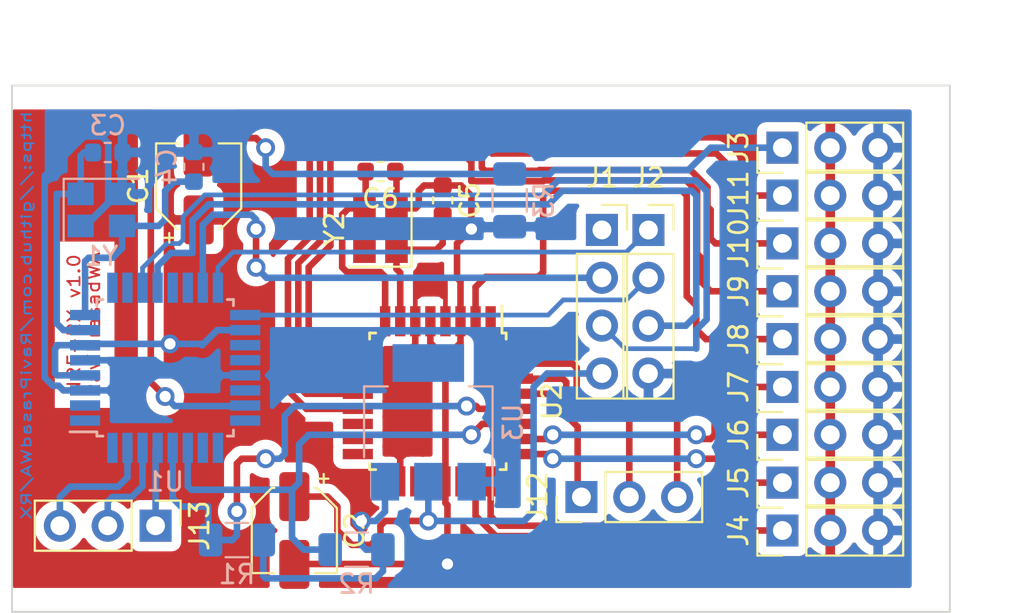
<source format=kicad_pcb>
(kicad_pcb (version 20171130) (host pcbnew 5.1.6-c6e7f7d~87~ubuntu18.04.1)

  (general
    (thickness 1.6)
    (drawings 8)
    (tracks 391)
    (zones 0)
    (modules 27)
    (nets 55)
  )

  (page A4)
  (layers
    (0 F.Cu signal)
    (31 B.Cu signal)
    (32 B.Adhes user)
    (33 F.Adhes user)
    (34 B.Paste user)
    (35 F.Paste user)
    (36 B.SilkS user)
    (37 F.SilkS user)
    (38 B.Mask user)
    (39 F.Mask user)
    (40 Dwgs.User user)
    (41 Cmts.User user)
    (42 Eco1.User user)
    (43 Eco2.User user)
    (44 Edge.Cuts user)
    (45 Margin user)
    (46 B.CrtYd user)
    (47 F.CrtYd user)
    (48 B.Fab user)
    (49 F.Fab user)
  )

  (setup
    (last_trace_width 0.25)
    (user_trace_width 0.35)
    (user_trace_width 0.5)
    (trace_clearance 0.2)
    (zone_clearance 0.508)
    (zone_45_only no)
    (trace_min 0.2)
    (via_size 0.8)
    (via_drill 0.4)
    (via_min_size 0.4)
    (via_min_drill 0.3)
    (uvia_size 0.3)
    (uvia_drill 0.1)
    (uvias_allowed no)
    (uvia_min_size 0.2)
    (uvia_min_drill 0.1)
    (edge_width 0.05)
    (segment_width 0.2)
    (pcb_text_width 0.3)
    (pcb_text_size 1.5 1.5)
    (mod_edge_width 0.12)
    (mod_text_size 1 1)
    (mod_text_width 0.15)
    (pad_size 1.4 1.2)
    (pad_drill 0)
    (pad_to_mask_clearance 0.05)
    (aux_axis_origin 0 0)
    (visible_elements FFFFFF7F)
    (pcbplotparams
      (layerselection 0x010fc_ffffffff)
      (usegerberextensions false)
      (usegerberattributes true)
      (usegerberadvancedattributes true)
      (creategerberjobfile true)
      (excludeedgelayer true)
      (linewidth 0.100000)
      (plotframeref false)
      (viasonmask false)
      (mode 1)
      (useauxorigin false)
      (hpglpennumber 1)
      (hpglpenspeed 20)
      (hpglpendiameter 15.000000)
      (psnegative false)
      (psa4output false)
      (plotreference true)
      (plotvalue true)
      (plotinvisibletext false)
      (padsonsilk false)
      (subtractmaskfromsilk false)
      (outputformat 1)
      (mirror false)
      (drillshape 1)
      (scaleselection 1)
      (outputdirectory ""))
  )

  (net 0 "")
  (net 1 GND)
  (net 2 +5V)
  (net 3 "Net-(C2-Pad1)")
  (net 4 "Net-(C3-Pad2)")
  (net 5 "Net-(C4-Pad2)")
  (net 6 "Net-(C5-Pad2)")
  (net 7 "Net-(C6-Pad2)")
  (net 8 "Net-(J1-Pad1)")
  (net 9 "Net-(J1-Pad2)")
  (net 10 "Net-(J1-Pad3)")
  (net 11 "Net-(J2-Pad3)")
  (net 12 "Net-(J2-Pad2)")
  (net 13 "Net-(J2-Pad1)")
  (net 14 "Net-(J3-Pad1)")
  (net 15 "Net-(J4-Pad1)")
  (net 16 "Net-(J5-Pad1)")
  (net 17 "Net-(J6-Pad1)")
  (net 18 "Net-(J7-Pad1)")
  (net 19 "Net-(J8-Pad1)")
  (net 20 "Net-(J9-Pad1)")
  (net 21 "Net-(J10-Pad1)")
  (net 22 "Net-(J11-Pad1)")
  (net 23 "Net-(R1-Pad1)")
  (net 24 "Net-(R2-Pad1)")
  (net 25 "Net-(U1-Pad1)")
  (net 26 "Net-(U1-Pad2)")
  (net 27 "Net-(U1-Pad9)")
  (net 28 "Net-(U1-Pad10)")
  (net 29 "Net-(U1-Pad13)")
  (net 30 "Net-(U1-Pad14)")
  (net 31 "Net-(U1-Pad19)")
  (net 32 "Net-(U1-Pad20)")
  (net 33 "Net-(U1-Pad22)")
  (net 34 "Net-(U1-Pad24)")
  (net 35 "Net-(U1-Pad25)")
  (net 36 "Net-(U1-Pad26)")
  (net 37 "Net-(U1-Pad32)")
  (net 38 "Net-(U2-Pad32)")
  (net 39 "Net-(U2-Pad22)")
  (net 40 "Net-(U2-Pad20)")
  (net 41 "Net-(U2-Pad19)")
  (net 42 "Net-(U2-Pad17)")
  (net 43 "Net-(U2-Pad16)")
  (net 44 "Net-(U2-Pad15)")
  (net 45 "Net-(U2-Pad14)")
  (net 46 "Net-(U2-Pad10)")
  (net 47 "Net-(U2-Pad9)")
  (net 48 "Net-(U2-Pad1)")
  (net 49 "Net-(J12-Pad1)")
  (net 50 "Net-(J12-Pad2)")
  (net 51 "Net-(J12-Pad3)")
  (net 52 "Net-(J13-Pad1)")
  (net 53 "Net-(J13-Pad2)")
  (net 54 "Net-(J13-Pad3)")

  (net_class Default "This is the default net class."
    (clearance 0.2)
    (trace_width 0.25)
    (via_dia 0.8)
    (via_drill 0.4)
    (uvia_dia 0.3)
    (uvia_drill 0.1)
    (add_net +5V)
    (add_net GND)
    (add_net "Net-(C2-Pad1)")
    (add_net "Net-(C3-Pad2)")
    (add_net "Net-(C4-Pad2)")
    (add_net "Net-(C5-Pad2)")
    (add_net "Net-(C6-Pad2)")
    (add_net "Net-(J1-Pad1)")
    (add_net "Net-(J1-Pad2)")
    (add_net "Net-(J1-Pad3)")
    (add_net "Net-(J10-Pad1)")
    (add_net "Net-(J11-Pad1)")
    (add_net "Net-(J12-Pad1)")
    (add_net "Net-(J12-Pad2)")
    (add_net "Net-(J12-Pad3)")
    (add_net "Net-(J13-Pad1)")
    (add_net "Net-(J13-Pad2)")
    (add_net "Net-(J13-Pad3)")
    (add_net "Net-(J2-Pad1)")
    (add_net "Net-(J2-Pad2)")
    (add_net "Net-(J2-Pad3)")
    (add_net "Net-(J3-Pad1)")
    (add_net "Net-(J4-Pad1)")
    (add_net "Net-(J5-Pad1)")
    (add_net "Net-(J6-Pad1)")
    (add_net "Net-(J7-Pad1)")
    (add_net "Net-(J8-Pad1)")
    (add_net "Net-(J9-Pad1)")
    (add_net "Net-(R1-Pad1)")
    (add_net "Net-(R2-Pad1)")
    (add_net "Net-(U1-Pad1)")
    (add_net "Net-(U1-Pad10)")
    (add_net "Net-(U1-Pad13)")
    (add_net "Net-(U1-Pad14)")
    (add_net "Net-(U1-Pad19)")
    (add_net "Net-(U1-Pad2)")
    (add_net "Net-(U1-Pad20)")
    (add_net "Net-(U1-Pad22)")
    (add_net "Net-(U1-Pad24)")
    (add_net "Net-(U1-Pad25)")
    (add_net "Net-(U1-Pad26)")
    (add_net "Net-(U1-Pad32)")
    (add_net "Net-(U1-Pad9)")
    (add_net "Net-(U2-Pad1)")
    (add_net "Net-(U2-Pad10)")
    (add_net "Net-(U2-Pad14)")
    (add_net "Net-(U2-Pad15)")
    (add_net "Net-(U2-Pad16)")
    (add_net "Net-(U2-Pad17)")
    (add_net "Net-(U2-Pad19)")
    (add_net "Net-(U2-Pad20)")
    (add_net "Net-(U2-Pad22)")
    (add_net "Net-(U2-Pad32)")
    (add_net "Net-(U2-Pad9)")
  )

  (module Capacitor_SMD:CP_Elec_4x5.7 (layer F.Cu) (tedit 5BCA39CF) (tstamp 5F7F325E)
    (at 143.002 94.234 90)
    (descr "SMD capacitor, aluminum electrolytic, United Chemi-Con, 4.0x5.7mm")
    (tags "capacitor electrolytic")
    (path /5F870B8B)
    (attr smd)
    (fp_text reference C1 (at 0 -3.2 90) (layer F.SilkS)
      (effects (font (size 1 1) (thickness 0.15)))
    )
    (fp_text value CP (at 0 3.2 90) (layer F.Fab)
      (effects (font (size 1 1) (thickness 0.15)))
    )
    (fp_line (start -3.35 1.05) (end -2.4 1.05) (layer F.CrtYd) (width 0.05))
    (fp_line (start -3.35 -1.05) (end -3.35 1.05) (layer F.CrtYd) (width 0.05))
    (fp_line (start -2.4 -1.05) (end -3.35 -1.05) (layer F.CrtYd) (width 0.05))
    (fp_line (start -2.4 1.05) (end -2.4 1.25) (layer F.CrtYd) (width 0.05))
    (fp_line (start -2.4 -1.25) (end -2.4 -1.05) (layer F.CrtYd) (width 0.05))
    (fp_line (start -2.4 -1.25) (end -1.25 -2.4) (layer F.CrtYd) (width 0.05))
    (fp_line (start -2.4 1.25) (end -1.25 2.4) (layer F.CrtYd) (width 0.05))
    (fp_line (start -1.25 -2.4) (end 2.4 -2.4) (layer F.CrtYd) (width 0.05))
    (fp_line (start -1.25 2.4) (end 2.4 2.4) (layer F.CrtYd) (width 0.05))
    (fp_line (start 2.4 1.05) (end 2.4 2.4) (layer F.CrtYd) (width 0.05))
    (fp_line (start 3.35 1.05) (end 2.4 1.05) (layer F.CrtYd) (width 0.05))
    (fp_line (start 3.35 -1.05) (end 3.35 1.05) (layer F.CrtYd) (width 0.05))
    (fp_line (start 2.4 -1.05) (end 3.35 -1.05) (layer F.CrtYd) (width 0.05))
    (fp_line (start 2.4 -2.4) (end 2.4 -1.05) (layer F.CrtYd) (width 0.05))
    (fp_line (start -2.75 -1.81) (end -2.75 -1.31) (layer F.SilkS) (width 0.12))
    (fp_line (start -3 -1.56) (end -2.5 -1.56) (layer F.SilkS) (width 0.12))
    (fp_line (start -2.26 1.195563) (end -1.195563 2.26) (layer F.SilkS) (width 0.12))
    (fp_line (start -2.26 -1.195563) (end -1.195563 -2.26) (layer F.SilkS) (width 0.12))
    (fp_line (start -2.26 -1.195563) (end -2.26 -1.06) (layer F.SilkS) (width 0.12))
    (fp_line (start -2.26 1.195563) (end -2.26 1.06) (layer F.SilkS) (width 0.12))
    (fp_line (start -1.195563 2.26) (end 2.26 2.26) (layer F.SilkS) (width 0.12))
    (fp_line (start -1.195563 -2.26) (end 2.26 -2.26) (layer F.SilkS) (width 0.12))
    (fp_line (start 2.26 -2.26) (end 2.26 -1.06) (layer F.SilkS) (width 0.12))
    (fp_line (start 2.26 2.26) (end 2.26 1.06) (layer F.SilkS) (width 0.12))
    (fp_line (start -1.374773 -1.2) (end -1.374773 -0.8) (layer F.Fab) (width 0.1))
    (fp_line (start -1.574773 -1) (end -1.174773 -1) (layer F.Fab) (width 0.1))
    (fp_line (start -2.15 1.15) (end -1.15 2.15) (layer F.Fab) (width 0.1))
    (fp_line (start -2.15 -1.15) (end -1.15 -2.15) (layer F.Fab) (width 0.1))
    (fp_line (start -2.15 -1.15) (end -2.15 1.15) (layer F.Fab) (width 0.1))
    (fp_line (start -1.15 2.15) (end 2.15 2.15) (layer F.Fab) (width 0.1))
    (fp_line (start -1.15 -2.15) (end 2.15 -2.15) (layer F.Fab) (width 0.1))
    (fp_line (start 2.15 -2.15) (end 2.15 2.15) (layer F.Fab) (width 0.1))
    (fp_circle (center 0 0) (end 2 0) (layer F.Fab) (width 0.1))
    (fp_text user %R (at 0 0 90) (layer F.Fab)
      (effects (font (size 0.8 0.8) (thickness 0.12)))
    )
    (pad 2 smd roundrect (at 1.8 0 90) (size 2.6 1.6) (layers F.Cu F.Paste F.Mask) (roundrect_rratio 0.15625)
      (net 1 GND))
    (pad 1 smd roundrect (at -1.8 0 90) (size 2.6 1.6) (layers F.Cu F.Paste F.Mask) (roundrect_rratio 0.15625)
      (net 2 +5V))
    (model ${KISYS3DMOD}/Capacitor_SMD.3dshapes/CP_Elec_4x5.7.wrl
      (at (xyz 0 0 0))
      (scale (xyz 1 1 1))
      (rotate (xyz 0 0 0))
    )
  )

  (module Capacitor_SMD:CP_Elec_4x5.7 (layer F.Cu) (tedit 5BCA39CF) (tstamp 5F7F3286)
    (at 148.082 112.522 270)
    (descr "SMD capacitor, aluminum electrolytic, United Chemi-Con, 4.0x5.7mm")
    (tags "capacitor electrolytic")
    (path /5F86F9B0)
    (attr smd)
    (fp_text reference C2 (at 0 -3.2 90) (layer F.SilkS)
      (effects (font (size 1 1) (thickness 0.15)))
    )
    (fp_text value CP (at 0 3.2 90) (layer F.Fab)
      (effects (font (size 1 1) (thickness 0.15)))
    )
    (fp_circle (center 0 0) (end 2 0) (layer F.Fab) (width 0.1))
    (fp_line (start 2.15 -2.15) (end 2.15 2.15) (layer F.Fab) (width 0.1))
    (fp_line (start -1.15 -2.15) (end 2.15 -2.15) (layer F.Fab) (width 0.1))
    (fp_line (start -1.15 2.15) (end 2.15 2.15) (layer F.Fab) (width 0.1))
    (fp_line (start -2.15 -1.15) (end -2.15 1.15) (layer F.Fab) (width 0.1))
    (fp_line (start -2.15 -1.15) (end -1.15 -2.15) (layer F.Fab) (width 0.1))
    (fp_line (start -2.15 1.15) (end -1.15 2.15) (layer F.Fab) (width 0.1))
    (fp_line (start -1.574773 -1) (end -1.174773 -1) (layer F.Fab) (width 0.1))
    (fp_line (start -1.374773 -1.2) (end -1.374773 -0.8) (layer F.Fab) (width 0.1))
    (fp_line (start 2.26 2.26) (end 2.26 1.06) (layer F.SilkS) (width 0.12))
    (fp_line (start 2.26 -2.26) (end 2.26 -1.06) (layer F.SilkS) (width 0.12))
    (fp_line (start -1.195563 -2.26) (end 2.26 -2.26) (layer F.SilkS) (width 0.12))
    (fp_line (start -1.195563 2.26) (end 2.26 2.26) (layer F.SilkS) (width 0.12))
    (fp_line (start -2.26 1.195563) (end -2.26 1.06) (layer F.SilkS) (width 0.12))
    (fp_line (start -2.26 -1.195563) (end -2.26 -1.06) (layer F.SilkS) (width 0.12))
    (fp_line (start -2.26 -1.195563) (end -1.195563 -2.26) (layer F.SilkS) (width 0.12))
    (fp_line (start -2.26 1.195563) (end -1.195563 2.26) (layer F.SilkS) (width 0.12))
    (fp_line (start -3 -1.56) (end -2.5 -1.56) (layer F.SilkS) (width 0.12))
    (fp_line (start -2.75 -1.81) (end -2.75 -1.31) (layer F.SilkS) (width 0.12))
    (fp_line (start 2.4 -2.4) (end 2.4 -1.05) (layer F.CrtYd) (width 0.05))
    (fp_line (start 2.4 -1.05) (end 3.35 -1.05) (layer F.CrtYd) (width 0.05))
    (fp_line (start 3.35 -1.05) (end 3.35 1.05) (layer F.CrtYd) (width 0.05))
    (fp_line (start 3.35 1.05) (end 2.4 1.05) (layer F.CrtYd) (width 0.05))
    (fp_line (start 2.4 1.05) (end 2.4 2.4) (layer F.CrtYd) (width 0.05))
    (fp_line (start -1.25 2.4) (end 2.4 2.4) (layer F.CrtYd) (width 0.05))
    (fp_line (start -1.25 -2.4) (end 2.4 -2.4) (layer F.CrtYd) (width 0.05))
    (fp_line (start -2.4 1.25) (end -1.25 2.4) (layer F.CrtYd) (width 0.05))
    (fp_line (start -2.4 -1.25) (end -1.25 -2.4) (layer F.CrtYd) (width 0.05))
    (fp_line (start -2.4 -1.25) (end -2.4 -1.05) (layer F.CrtYd) (width 0.05))
    (fp_line (start -2.4 1.05) (end -2.4 1.25) (layer F.CrtYd) (width 0.05))
    (fp_line (start -2.4 -1.05) (end -3.35 -1.05) (layer F.CrtYd) (width 0.05))
    (fp_line (start -3.35 -1.05) (end -3.35 1.05) (layer F.CrtYd) (width 0.05))
    (fp_line (start -3.35 1.05) (end -2.4 1.05) (layer F.CrtYd) (width 0.05))
    (fp_text user %R (at 0 0 90) (layer F.Fab)
      (effects (font (size 0.8 0.8) (thickness 0.12)))
    )
    (pad 1 smd roundrect (at -1.8 0 270) (size 2.6 1.6) (layers F.Cu F.Paste F.Mask) (roundrect_rratio 0.15625)
      (net 3 "Net-(C2-Pad1)"))
    (pad 2 smd roundrect (at 1.8 0 270) (size 2.6 1.6) (layers F.Cu F.Paste F.Mask) (roundrect_rratio 0.15625)
      (net 1 GND))
    (model ${KISYS3DMOD}/Capacitor_SMD.3dshapes/CP_Elec_4x5.7.wrl
      (at (xyz 0 0 0))
      (scale (xyz 1 1 1))
      (rotate (xyz 0 0 0))
    )
  )

  (module Capacitor_SMD:C_0603_1608Metric (layer B.Cu) (tedit 5B301BBE) (tstamp 5F7F3297)
    (at 138.176 92.456 180)
    (descr "Capacitor SMD 0603 (1608 Metric), square (rectangular) end terminal, IPC_7351 nominal, (Body size source: http://www.tortai-tech.com/upload/download/2011102023233369053.pdf), generated with kicad-footprint-generator")
    (tags capacitor)
    (path /5F807C38)
    (attr smd)
    (fp_text reference C3 (at 0 1.43) (layer B.SilkS)
      (effects (font (size 1 1) (thickness 0.15)) (justify mirror))
    )
    (fp_text value 16pF (at 0 -1.43) (layer B.Fab)
      (effects (font (size 1 1) (thickness 0.15)) (justify mirror))
    )
    (fp_line (start 1.48 -0.73) (end -1.48 -0.73) (layer B.CrtYd) (width 0.05))
    (fp_line (start 1.48 0.73) (end 1.48 -0.73) (layer B.CrtYd) (width 0.05))
    (fp_line (start -1.48 0.73) (end 1.48 0.73) (layer B.CrtYd) (width 0.05))
    (fp_line (start -1.48 -0.73) (end -1.48 0.73) (layer B.CrtYd) (width 0.05))
    (fp_line (start -0.162779 -0.51) (end 0.162779 -0.51) (layer B.SilkS) (width 0.12))
    (fp_line (start -0.162779 0.51) (end 0.162779 0.51) (layer B.SilkS) (width 0.12))
    (fp_line (start 0.8 -0.4) (end -0.8 -0.4) (layer B.Fab) (width 0.1))
    (fp_line (start 0.8 0.4) (end 0.8 -0.4) (layer B.Fab) (width 0.1))
    (fp_line (start -0.8 0.4) (end 0.8 0.4) (layer B.Fab) (width 0.1))
    (fp_line (start -0.8 -0.4) (end -0.8 0.4) (layer B.Fab) (width 0.1))
    (fp_text user %R (at 0 0) (layer B.Fab)
      (effects (font (size 0.4 0.4) (thickness 0.06)) (justify mirror))
    )
    (pad 2 smd roundrect (at 0.7875 0 180) (size 0.875 0.95) (layers B.Cu B.Paste B.Mask) (roundrect_rratio 0.25)
      (net 4 "Net-(C3-Pad2)"))
    (pad 1 smd roundrect (at -0.7875 0 180) (size 0.875 0.95) (layers B.Cu B.Paste B.Mask) (roundrect_rratio 0.25)
      (net 1 GND))
    (model ${KISYS3DMOD}/Capacitor_SMD.3dshapes/C_0603_1608Metric.wrl
      (at (xyz 0 0 0))
      (scale (xyz 1 1 1))
      (rotate (xyz 0 0 0))
    )
  )

  (module Capacitor_SMD:C_0603_1608Metric (layer B.Cu) (tedit 5B301BBE) (tstamp 5F7F32A8)
    (at 142.748 93.218 270)
    (descr "Capacitor SMD 0603 (1608 Metric), square (rectangular) end terminal, IPC_7351 nominal, (Body size source: http://www.tortai-tech.com/upload/download/2011102023233369053.pdf), generated with kicad-footprint-generator")
    (tags capacitor)
    (path /5F80F4E6)
    (attr smd)
    (fp_text reference C4 (at 0 1.43 90) (layer B.SilkS)
      (effects (font (size 1 1) (thickness 0.15)) (justify mirror))
    )
    (fp_text value 16pF (at 0 -1.43 90) (layer B.Fab)
      (effects (font (size 1 1) (thickness 0.15)) (justify mirror))
    )
    (fp_line (start 1.48 -0.73) (end -1.48 -0.73) (layer B.CrtYd) (width 0.05))
    (fp_line (start 1.48 0.73) (end 1.48 -0.73) (layer B.CrtYd) (width 0.05))
    (fp_line (start -1.48 0.73) (end 1.48 0.73) (layer B.CrtYd) (width 0.05))
    (fp_line (start -1.48 -0.73) (end -1.48 0.73) (layer B.CrtYd) (width 0.05))
    (fp_line (start -0.162779 -0.51) (end 0.162779 -0.51) (layer B.SilkS) (width 0.12))
    (fp_line (start -0.162779 0.51) (end 0.162779 0.51) (layer B.SilkS) (width 0.12))
    (fp_line (start 0.8 -0.4) (end -0.8 -0.4) (layer B.Fab) (width 0.1))
    (fp_line (start 0.8 0.4) (end 0.8 -0.4) (layer B.Fab) (width 0.1))
    (fp_line (start -0.8 0.4) (end 0.8 0.4) (layer B.Fab) (width 0.1))
    (fp_line (start -0.8 -0.4) (end -0.8 0.4) (layer B.Fab) (width 0.1))
    (fp_text user %R (at 0 0 90) (layer B.Fab)
      (effects (font (size 0.4 0.4) (thickness 0.06)) (justify mirror))
    )
    (pad 2 smd roundrect (at 0.7875 0 270) (size 0.875 0.95) (layers B.Cu B.Paste B.Mask) (roundrect_rratio 0.25)
      (net 5 "Net-(C4-Pad2)"))
    (pad 1 smd roundrect (at -0.7875 0 270) (size 0.875 0.95) (layers B.Cu B.Paste B.Mask) (roundrect_rratio 0.25)
      (net 1 GND))
    (model ${KISYS3DMOD}/Capacitor_SMD.3dshapes/C_0603_1608Metric.wrl
      (at (xyz 0 0 0))
      (scale (xyz 1 1 1))
      (rotate (xyz 0 0 0))
    )
  )

  (module Capacitor_SMD:C_0603_1608Metric (layer F.Cu) (tedit 5B301BBE) (tstamp 5F7F32B9)
    (at 155.956 94.996 270)
    (descr "Capacitor SMD 0603 (1608 Metric), square (rectangular) end terminal, IPC_7351 nominal, (Body size source: http://www.tortai-tech.com/upload/download/2011102023233369053.pdf), generated with kicad-footprint-generator")
    (tags capacitor)
    (path /5F81A145)
    (attr smd)
    (fp_text reference C5 (at 0 -1.43 90) (layer F.SilkS)
      (effects (font (size 1 1) (thickness 0.15)))
    )
    (fp_text value 16pF (at 0 1.43 90) (layer F.Fab)
      (effects (font (size 1 1) (thickness 0.15)))
    )
    (fp_line (start -0.8 0.4) (end -0.8 -0.4) (layer F.Fab) (width 0.1))
    (fp_line (start -0.8 -0.4) (end 0.8 -0.4) (layer F.Fab) (width 0.1))
    (fp_line (start 0.8 -0.4) (end 0.8 0.4) (layer F.Fab) (width 0.1))
    (fp_line (start 0.8 0.4) (end -0.8 0.4) (layer F.Fab) (width 0.1))
    (fp_line (start -0.162779 -0.51) (end 0.162779 -0.51) (layer F.SilkS) (width 0.12))
    (fp_line (start -0.162779 0.51) (end 0.162779 0.51) (layer F.SilkS) (width 0.12))
    (fp_line (start -1.48 0.73) (end -1.48 -0.73) (layer F.CrtYd) (width 0.05))
    (fp_line (start -1.48 -0.73) (end 1.48 -0.73) (layer F.CrtYd) (width 0.05))
    (fp_line (start 1.48 -0.73) (end 1.48 0.73) (layer F.CrtYd) (width 0.05))
    (fp_line (start 1.48 0.73) (end -1.48 0.73) (layer F.CrtYd) (width 0.05))
    (fp_text user %R (at 0 0 90) (layer F.Fab)
      (effects (font (size 0.4 0.4) (thickness 0.06)))
    )
    (pad 1 smd roundrect (at -0.7875 0 270) (size 0.875 0.95) (layers F.Cu F.Paste F.Mask) (roundrect_rratio 0.25)
      (net 1 GND))
    (pad 2 smd roundrect (at 0.7875 0 270) (size 0.875 0.95) (layers F.Cu F.Paste F.Mask) (roundrect_rratio 0.25)
      (net 6 "Net-(C5-Pad2)"))
    (model ${KISYS3DMOD}/Capacitor_SMD.3dshapes/C_0603_1608Metric.wrl
      (at (xyz 0 0 0))
      (scale (xyz 1 1 1))
      (rotate (xyz 0 0 0))
    )
  )

  (module Capacitor_SMD:C_0603_1608Metric (layer F.Cu) (tedit 5B301BBE) (tstamp 5F7F32CA)
    (at 152.654 93.472 180)
    (descr "Capacitor SMD 0603 (1608 Metric), square (rectangular) end terminal, IPC_7351 nominal, (Body size source: http://www.tortai-tech.com/upload/download/2011102023233369053.pdf), generated with kicad-footprint-generator")
    (tags capacitor)
    (path /5F81A151)
    (attr smd)
    (fp_text reference C6 (at 0 -1.43) (layer F.SilkS)
      (effects (font (size 1 1) (thickness 0.15)))
    )
    (fp_text value 16pF (at 0 1.43) (layer F.Fab)
      (effects (font (size 1 1) (thickness 0.15)))
    )
    (fp_line (start -0.8 0.4) (end -0.8 -0.4) (layer F.Fab) (width 0.1))
    (fp_line (start -0.8 -0.4) (end 0.8 -0.4) (layer F.Fab) (width 0.1))
    (fp_line (start 0.8 -0.4) (end 0.8 0.4) (layer F.Fab) (width 0.1))
    (fp_line (start 0.8 0.4) (end -0.8 0.4) (layer F.Fab) (width 0.1))
    (fp_line (start -0.162779 -0.51) (end 0.162779 -0.51) (layer F.SilkS) (width 0.12))
    (fp_line (start -0.162779 0.51) (end 0.162779 0.51) (layer F.SilkS) (width 0.12))
    (fp_line (start -1.48 0.73) (end -1.48 -0.73) (layer F.CrtYd) (width 0.05))
    (fp_line (start -1.48 -0.73) (end 1.48 -0.73) (layer F.CrtYd) (width 0.05))
    (fp_line (start 1.48 -0.73) (end 1.48 0.73) (layer F.CrtYd) (width 0.05))
    (fp_line (start 1.48 0.73) (end -1.48 0.73) (layer F.CrtYd) (width 0.05))
    (fp_text user %R (at 0 0) (layer F.Fab)
      (effects (font (size 0.4 0.4) (thickness 0.06)))
    )
    (pad 1 smd roundrect (at -0.7875 0 180) (size 0.875 0.95) (layers F.Cu F.Paste F.Mask) (roundrect_rratio 0.25)
      (net 1 GND))
    (pad 2 smd roundrect (at 0.7875 0 180) (size 0.875 0.95) (layers F.Cu F.Paste F.Mask) (roundrect_rratio 0.25)
      (net 7 "Net-(C6-Pad2)"))
    (model ${KISYS3DMOD}/Capacitor_SMD.3dshapes/C_0603_1608Metric.wrl
      (at (xyz 0 0 0))
      (scale (xyz 1 1 1))
      (rotate (xyz 0 0 0))
    )
  )

  (module Connector_PinHeader_2.54mm:PinHeader_1x03_P2.54mm_Vertical (layer F.Cu) (tedit 59FED5CC) (tstamp 5F7F3328)
    (at 173.99 112.522 90)
    (descr "Through hole straight pin header, 1x03, 2.54mm pitch, single row")
    (tags "Through hole pin header THT 1x03 2.54mm single row")
    (path /5F7FD406)
    (fp_text reference J4 (at 0 -2.33 90) (layer F.SilkS)
      (effects (font (size 1 1) (thickness 0.15)))
    )
    (fp_text value CH1 (at 0 7.41 180) (layer F.Fab)
      (effects (font (size 1 1) (thickness 0.15)))
    )
    (fp_line (start -0.635 -1.27) (end 1.27 -1.27) (layer F.Fab) (width 0.1))
    (fp_line (start 1.27 -1.27) (end 1.27 6.35) (layer F.Fab) (width 0.1))
    (fp_line (start 1.27 6.35) (end -1.27 6.35) (layer F.Fab) (width 0.1))
    (fp_line (start -1.27 6.35) (end -1.27 -0.635) (layer F.Fab) (width 0.1))
    (fp_line (start -1.27 -0.635) (end -0.635 -1.27) (layer F.Fab) (width 0.1))
    (fp_line (start -1.33 6.41) (end 1.33 6.41) (layer F.SilkS) (width 0.12))
    (fp_line (start -1.33 1.27) (end -1.33 6.41) (layer F.SilkS) (width 0.12))
    (fp_line (start 1.33 1.27) (end 1.33 6.41) (layer F.SilkS) (width 0.12))
    (fp_line (start -1.33 1.27) (end 1.33 1.27) (layer F.SilkS) (width 0.12))
    (fp_line (start -1.33 0) (end -1.33 -1.33) (layer F.SilkS) (width 0.12))
    (fp_line (start -1.33 -1.33) (end 0 -1.33) (layer F.SilkS) (width 0.12))
    (fp_line (start -1.8 -1.8) (end -1.8 6.85) (layer F.CrtYd) (width 0.05))
    (fp_line (start -1.8 6.85) (end 1.8 6.85) (layer F.CrtYd) (width 0.05))
    (fp_line (start 1.8 6.85) (end 1.8 -1.8) (layer F.CrtYd) (width 0.05))
    (fp_line (start 1.8 -1.8) (end -1.8 -1.8) (layer F.CrtYd) (width 0.05))
    (fp_text user %R (at 0 2.54) (layer F.Fab)
      (effects (font (size 1 1) (thickness 0.15)))
    )
    (pad 1 thru_hole rect (at 0 0 90) (size 1.7 1.7) (drill 1) (layers *.Cu *.Mask)
      (net 15 "Net-(J4-Pad1)"))
    (pad 2 thru_hole oval (at 0 2.54 90) (size 1.7 1.7) (drill 1) (layers *.Cu *.Mask)
      (net 2 +5V))
    (pad 3 thru_hole oval (at 0 5.08 90) (size 1.7 1.7) (drill 1) (layers *.Cu *.Mask)
      (net 1 GND))
    (model ${KISYS3DMOD}/Connector_PinHeader_2.54mm.3dshapes/PinHeader_1x03_P2.54mm_Vertical.wrl
      (at (xyz 0 0 0))
      (scale (xyz 1 1 1))
      (rotate (xyz 0 0 0))
    )
  )

  (module Connector_PinHeader_2.54mm:PinHeader_1x03_P2.54mm_Vertical (layer F.Cu) (tedit 59FED5CC) (tstamp 5F7F333F)
    (at 173.99 109.982 90)
    (descr "Through hole straight pin header, 1x03, 2.54mm pitch, single row")
    (tags "Through hole pin header THT 1x03 2.54mm single row")
    (path /5F7FEC71)
    (fp_text reference J5 (at 0 -2.33 90) (layer F.SilkS)
      (effects (font (size 1 1) (thickness 0.15)))
    )
    (fp_text value CH2 (at 0 7.41 180) (layer F.Fab)
      (effects (font (size 1 1) (thickness 0.15)))
    )
    (fp_line (start 1.8 -1.8) (end -1.8 -1.8) (layer F.CrtYd) (width 0.05))
    (fp_line (start 1.8 6.85) (end 1.8 -1.8) (layer F.CrtYd) (width 0.05))
    (fp_line (start -1.8 6.85) (end 1.8 6.85) (layer F.CrtYd) (width 0.05))
    (fp_line (start -1.8 -1.8) (end -1.8 6.85) (layer F.CrtYd) (width 0.05))
    (fp_line (start -1.33 -1.33) (end 0 -1.33) (layer F.SilkS) (width 0.12))
    (fp_line (start -1.33 0) (end -1.33 -1.33) (layer F.SilkS) (width 0.12))
    (fp_line (start -1.33 1.27) (end 1.33 1.27) (layer F.SilkS) (width 0.12))
    (fp_line (start 1.33 1.27) (end 1.33 6.41) (layer F.SilkS) (width 0.12))
    (fp_line (start -1.33 1.27) (end -1.33 6.41) (layer F.SilkS) (width 0.12))
    (fp_line (start -1.33 6.41) (end 1.33 6.41) (layer F.SilkS) (width 0.12))
    (fp_line (start -1.27 -0.635) (end -0.635 -1.27) (layer F.Fab) (width 0.1))
    (fp_line (start -1.27 6.35) (end -1.27 -0.635) (layer F.Fab) (width 0.1))
    (fp_line (start 1.27 6.35) (end -1.27 6.35) (layer F.Fab) (width 0.1))
    (fp_line (start 1.27 -1.27) (end 1.27 6.35) (layer F.Fab) (width 0.1))
    (fp_line (start -0.635 -1.27) (end 1.27 -1.27) (layer F.Fab) (width 0.1))
    (fp_text user %R (at 0 2.54) (layer F.Fab)
      (effects (font (size 1 1) (thickness 0.15)))
    )
    (pad 3 thru_hole oval (at 0 5.08 90) (size 1.7 1.7) (drill 1) (layers *.Cu *.Mask)
      (net 1 GND))
    (pad 2 thru_hole oval (at 0 2.54 90) (size 1.7 1.7) (drill 1) (layers *.Cu *.Mask)
      (net 2 +5V))
    (pad 1 thru_hole rect (at 0 0 90) (size 1.7 1.7) (drill 1) (layers *.Cu *.Mask)
      (net 16 "Net-(J5-Pad1)"))
    (model ${KISYS3DMOD}/Connector_PinHeader_2.54mm.3dshapes/PinHeader_1x03_P2.54mm_Vertical.wrl
      (at (xyz 0 0 0))
      (scale (xyz 1 1 1))
      (rotate (xyz 0 0 0))
    )
  )

  (module Connector_PinHeader_2.54mm:PinHeader_1x03_P2.54mm_Vertical (layer F.Cu) (tedit 59FED5CC) (tstamp 5F7F3356)
    (at 173.99 107.442 90)
    (descr "Through hole straight pin header, 1x03, 2.54mm pitch, single row")
    (tags "Through hole pin header THT 1x03 2.54mm single row")
    (path /5F8004D3)
    (fp_text reference J6 (at 0 -2.33 90) (layer F.SilkS)
      (effects (font (size 1 1) (thickness 0.15)))
    )
    (fp_text value CH3 (at 0 7.41 180) (layer F.Fab)
      (effects (font (size 1 1) (thickness 0.15)))
    )
    (fp_line (start -0.635 -1.27) (end 1.27 -1.27) (layer F.Fab) (width 0.1))
    (fp_line (start 1.27 -1.27) (end 1.27 6.35) (layer F.Fab) (width 0.1))
    (fp_line (start 1.27 6.35) (end -1.27 6.35) (layer F.Fab) (width 0.1))
    (fp_line (start -1.27 6.35) (end -1.27 -0.635) (layer F.Fab) (width 0.1))
    (fp_line (start -1.27 -0.635) (end -0.635 -1.27) (layer F.Fab) (width 0.1))
    (fp_line (start -1.33 6.41) (end 1.33 6.41) (layer F.SilkS) (width 0.12))
    (fp_line (start -1.33 1.27) (end -1.33 6.41) (layer F.SilkS) (width 0.12))
    (fp_line (start 1.33 1.27) (end 1.33 6.41) (layer F.SilkS) (width 0.12))
    (fp_line (start -1.33 1.27) (end 1.33 1.27) (layer F.SilkS) (width 0.12))
    (fp_line (start -1.33 0) (end -1.33 -1.33) (layer F.SilkS) (width 0.12))
    (fp_line (start -1.33 -1.33) (end 0 -1.33) (layer F.SilkS) (width 0.12))
    (fp_line (start -1.8 -1.8) (end -1.8 6.85) (layer F.CrtYd) (width 0.05))
    (fp_line (start -1.8 6.85) (end 1.8 6.85) (layer F.CrtYd) (width 0.05))
    (fp_line (start 1.8 6.85) (end 1.8 -1.8) (layer F.CrtYd) (width 0.05))
    (fp_line (start 1.8 -1.8) (end -1.8 -1.8) (layer F.CrtYd) (width 0.05))
    (fp_text user %R (at 0 2.54) (layer F.Fab)
      (effects (font (size 1 1) (thickness 0.15)))
    )
    (pad 1 thru_hole rect (at 0 0 90) (size 1.7 1.7) (drill 1) (layers *.Cu *.Mask)
      (net 17 "Net-(J6-Pad1)"))
    (pad 2 thru_hole oval (at 0 2.54 90) (size 1.7 1.7) (drill 1) (layers *.Cu *.Mask)
      (net 2 +5V))
    (pad 3 thru_hole oval (at 0 5.08 90) (size 1.7 1.7) (drill 1) (layers *.Cu *.Mask)
      (net 1 GND))
    (model ${KISYS3DMOD}/Connector_PinHeader_2.54mm.3dshapes/PinHeader_1x03_P2.54mm_Vertical.wrl
      (at (xyz 0 0 0))
      (scale (xyz 1 1 1))
      (rotate (xyz 0 0 0))
    )
  )

  (module Connector_PinHeader_2.54mm:PinHeader_1x03_P2.54mm_Vertical (layer F.Cu) (tedit 59FED5CC) (tstamp 5F7F336D)
    (at 173.99 104.902 90)
    (descr "Through hole straight pin header, 1x03, 2.54mm pitch, single row")
    (tags "Through hole pin header THT 1x03 2.54mm single row")
    (path /5F801DBA)
    (fp_text reference J7 (at 0 -2.33 90) (layer F.SilkS)
      (effects (font (size 1 1) (thickness 0.15)))
    )
    (fp_text value CH4 (at 0 7.41 180) (layer F.Fab)
      (effects (font (size 1 1) (thickness 0.15)))
    )
    (fp_line (start 1.8 -1.8) (end -1.8 -1.8) (layer F.CrtYd) (width 0.05))
    (fp_line (start 1.8 6.85) (end 1.8 -1.8) (layer F.CrtYd) (width 0.05))
    (fp_line (start -1.8 6.85) (end 1.8 6.85) (layer F.CrtYd) (width 0.05))
    (fp_line (start -1.8 -1.8) (end -1.8 6.85) (layer F.CrtYd) (width 0.05))
    (fp_line (start -1.33 -1.33) (end 0 -1.33) (layer F.SilkS) (width 0.12))
    (fp_line (start -1.33 0) (end -1.33 -1.33) (layer F.SilkS) (width 0.12))
    (fp_line (start -1.33 1.27) (end 1.33 1.27) (layer F.SilkS) (width 0.12))
    (fp_line (start 1.33 1.27) (end 1.33 6.41) (layer F.SilkS) (width 0.12))
    (fp_line (start -1.33 1.27) (end -1.33 6.41) (layer F.SilkS) (width 0.12))
    (fp_line (start -1.33 6.41) (end 1.33 6.41) (layer F.SilkS) (width 0.12))
    (fp_line (start -1.27 -0.635) (end -0.635 -1.27) (layer F.Fab) (width 0.1))
    (fp_line (start -1.27 6.35) (end -1.27 -0.635) (layer F.Fab) (width 0.1))
    (fp_line (start 1.27 6.35) (end -1.27 6.35) (layer F.Fab) (width 0.1))
    (fp_line (start 1.27 -1.27) (end 1.27 6.35) (layer F.Fab) (width 0.1))
    (fp_line (start -0.635 -1.27) (end 1.27 -1.27) (layer F.Fab) (width 0.1))
    (fp_text user %R (at 0 2.54) (layer F.Fab)
      (effects (font (size 1 1) (thickness 0.15)))
    )
    (pad 3 thru_hole oval (at 0 5.08 90) (size 1.7 1.7) (drill 1) (layers *.Cu *.Mask)
      (net 1 GND))
    (pad 2 thru_hole oval (at 0 2.54 90) (size 1.7 1.7) (drill 1) (layers *.Cu *.Mask)
      (net 2 +5V))
    (pad 1 thru_hole rect (at 0 0 90) (size 1.7 1.7) (drill 1) (layers *.Cu *.Mask)
      (net 18 "Net-(J7-Pad1)"))
    (model ${KISYS3DMOD}/Connector_PinHeader_2.54mm.3dshapes/PinHeader_1x03_P2.54mm_Vertical.wrl
      (at (xyz 0 0 0))
      (scale (xyz 1 1 1))
      (rotate (xyz 0 0 0))
    )
  )

  (module Connector_PinHeader_2.54mm:PinHeader_1x03_P2.54mm_Vertical (layer F.Cu) (tedit 59FED5CC) (tstamp 5F7F3384)
    (at 173.99 102.362 90)
    (descr "Through hole straight pin header, 1x03, 2.54mm pitch, single row")
    (tags "Through hole pin header THT 1x03 2.54mm single row")
    (path /5F803751)
    (fp_text reference J8 (at 0 -2.33 90) (layer F.SilkS)
      (effects (font (size 1 1) (thickness 0.15)))
    )
    (fp_text value CH5 (at 0 7.41 180) (layer F.Fab)
      (effects (font (size 1 1) (thickness 0.15)))
    )
    (fp_line (start -0.635 -1.27) (end 1.27 -1.27) (layer F.Fab) (width 0.1))
    (fp_line (start 1.27 -1.27) (end 1.27 6.35) (layer F.Fab) (width 0.1))
    (fp_line (start 1.27 6.35) (end -1.27 6.35) (layer F.Fab) (width 0.1))
    (fp_line (start -1.27 6.35) (end -1.27 -0.635) (layer F.Fab) (width 0.1))
    (fp_line (start -1.27 -0.635) (end -0.635 -1.27) (layer F.Fab) (width 0.1))
    (fp_line (start -1.33 6.41) (end 1.33 6.41) (layer F.SilkS) (width 0.12))
    (fp_line (start -1.33 1.27) (end -1.33 6.41) (layer F.SilkS) (width 0.12))
    (fp_line (start 1.33 1.27) (end 1.33 6.41) (layer F.SilkS) (width 0.12))
    (fp_line (start -1.33 1.27) (end 1.33 1.27) (layer F.SilkS) (width 0.12))
    (fp_line (start -1.33 0) (end -1.33 -1.33) (layer F.SilkS) (width 0.12))
    (fp_line (start -1.33 -1.33) (end 0 -1.33) (layer F.SilkS) (width 0.12))
    (fp_line (start -1.8 -1.8) (end -1.8 6.85) (layer F.CrtYd) (width 0.05))
    (fp_line (start -1.8 6.85) (end 1.8 6.85) (layer F.CrtYd) (width 0.05))
    (fp_line (start 1.8 6.85) (end 1.8 -1.8) (layer F.CrtYd) (width 0.05))
    (fp_line (start 1.8 -1.8) (end -1.8 -1.8) (layer F.CrtYd) (width 0.05))
    (fp_text user %R (at 0 2.54) (layer F.Fab)
      (effects (font (size 1 1) (thickness 0.15)))
    )
    (pad 1 thru_hole rect (at 0 0 90) (size 1.7 1.7) (drill 1) (layers *.Cu *.Mask)
      (net 19 "Net-(J8-Pad1)"))
    (pad 2 thru_hole oval (at 0 2.54 90) (size 1.7 1.7) (drill 1) (layers *.Cu *.Mask)
      (net 2 +5V))
    (pad 3 thru_hole oval (at 0 5.08 90) (size 1.7 1.7) (drill 1) (layers *.Cu *.Mask)
      (net 1 GND))
    (model ${KISYS3DMOD}/Connector_PinHeader_2.54mm.3dshapes/PinHeader_1x03_P2.54mm_Vertical.wrl
      (at (xyz 0 0 0))
      (scale (xyz 1 1 1))
      (rotate (xyz 0 0 0))
    )
  )

  (module Connector_PinHeader_2.54mm:PinHeader_1x03_P2.54mm_Vertical (layer F.Cu) (tedit 59FED5CC) (tstamp 5F7F339B)
    (at 173.99 99.822 90)
    (descr "Through hole straight pin header, 1x03, 2.54mm pitch, single row")
    (tags "Through hole pin header THT 1x03 2.54mm single row")
    (path /5F804E5B)
    (fp_text reference J9 (at 0 -2.33 90) (layer F.SilkS)
      (effects (font (size 1 1) (thickness 0.15)))
    )
    (fp_text value CH6 (at 0 7.41 180) (layer F.Fab)
      (effects (font (size 1 1) (thickness 0.15)))
    )
    (fp_line (start 1.8 -1.8) (end -1.8 -1.8) (layer F.CrtYd) (width 0.05))
    (fp_line (start 1.8 6.85) (end 1.8 -1.8) (layer F.CrtYd) (width 0.05))
    (fp_line (start -1.8 6.85) (end 1.8 6.85) (layer F.CrtYd) (width 0.05))
    (fp_line (start -1.8 -1.8) (end -1.8 6.85) (layer F.CrtYd) (width 0.05))
    (fp_line (start -1.33 -1.33) (end 0 -1.33) (layer F.SilkS) (width 0.12))
    (fp_line (start -1.33 0) (end -1.33 -1.33) (layer F.SilkS) (width 0.12))
    (fp_line (start -1.33 1.27) (end 1.33 1.27) (layer F.SilkS) (width 0.12))
    (fp_line (start 1.33 1.27) (end 1.33 6.41) (layer F.SilkS) (width 0.12))
    (fp_line (start -1.33 1.27) (end -1.33 6.41) (layer F.SilkS) (width 0.12))
    (fp_line (start -1.33 6.41) (end 1.33 6.41) (layer F.SilkS) (width 0.12))
    (fp_line (start -1.27 -0.635) (end -0.635 -1.27) (layer F.Fab) (width 0.1))
    (fp_line (start -1.27 6.35) (end -1.27 -0.635) (layer F.Fab) (width 0.1))
    (fp_line (start 1.27 6.35) (end -1.27 6.35) (layer F.Fab) (width 0.1))
    (fp_line (start 1.27 -1.27) (end 1.27 6.35) (layer F.Fab) (width 0.1))
    (fp_line (start -0.635 -1.27) (end 1.27 -1.27) (layer F.Fab) (width 0.1))
    (fp_text user %R (at 0 2.54) (layer F.Fab)
      (effects (font (size 1 1) (thickness 0.15)))
    )
    (pad 3 thru_hole oval (at 0 5.08 90) (size 1.7 1.7) (drill 1) (layers *.Cu *.Mask)
      (net 1 GND))
    (pad 2 thru_hole oval (at 0 2.54 90) (size 1.7 1.7) (drill 1) (layers *.Cu *.Mask)
      (net 2 +5V))
    (pad 1 thru_hole rect (at 0 0 90) (size 1.7 1.7) (drill 1) (layers *.Cu *.Mask)
      (net 20 "Net-(J9-Pad1)"))
    (model ${KISYS3DMOD}/Connector_PinHeader_2.54mm.3dshapes/PinHeader_1x03_P2.54mm_Vertical.wrl
      (at (xyz 0 0 0))
      (scale (xyz 1 1 1))
      (rotate (xyz 0 0 0))
    )
  )

  (module Connector_PinHeader_2.54mm:PinHeader_1x03_P2.54mm_Vertical (layer F.Cu) (tedit 59FED5CC) (tstamp 5F7F33B2)
    (at 173.99 97.282 90)
    (descr "Through hole straight pin header, 1x03, 2.54mm pitch, single row")
    (tags "Through hole pin header THT 1x03 2.54mm single row")
    (path /5F85E005)
    (fp_text reference J10 (at 0 -2.33 90) (layer F.SilkS)
      (effects (font (size 1 1) (thickness 0.15)))
    )
    (fp_text value CH7 (at 0 7.41 180) (layer F.Fab)
      (effects (font (size 1 1) (thickness 0.15)))
    )
    (fp_line (start -0.635 -1.27) (end 1.27 -1.27) (layer F.Fab) (width 0.1))
    (fp_line (start 1.27 -1.27) (end 1.27 6.35) (layer F.Fab) (width 0.1))
    (fp_line (start 1.27 6.35) (end -1.27 6.35) (layer F.Fab) (width 0.1))
    (fp_line (start -1.27 6.35) (end -1.27 -0.635) (layer F.Fab) (width 0.1))
    (fp_line (start -1.27 -0.635) (end -0.635 -1.27) (layer F.Fab) (width 0.1))
    (fp_line (start -1.33 6.41) (end 1.33 6.41) (layer F.SilkS) (width 0.12))
    (fp_line (start -1.33 1.27) (end -1.33 6.41) (layer F.SilkS) (width 0.12))
    (fp_line (start 1.33 1.27) (end 1.33 6.41) (layer F.SilkS) (width 0.12))
    (fp_line (start -1.33 1.27) (end 1.33 1.27) (layer F.SilkS) (width 0.12))
    (fp_line (start -1.33 0) (end -1.33 -1.33) (layer F.SilkS) (width 0.12))
    (fp_line (start -1.33 -1.33) (end 0 -1.33) (layer F.SilkS) (width 0.12))
    (fp_line (start -1.8 -1.8) (end -1.8 6.85) (layer F.CrtYd) (width 0.05))
    (fp_line (start -1.8 6.85) (end 1.8 6.85) (layer F.CrtYd) (width 0.05))
    (fp_line (start 1.8 6.85) (end 1.8 -1.8) (layer F.CrtYd) (width 0.05))
    (fp_line (start 1.8 -1.8) (end -1.8 -1.8) (layer F.CrtYd) (width 0.05))
    (fp_text user %R (at 0 2.54) (layer F.Fab)
      (effects (font (size 1 1) (thickness 0.15)))
    )
    (pad 1 thru_hole rect (at 0 0 90) (size 1.7 1.7) (drill 1) (layers *.Cu *.Mask)
      (net 21 "Net-(J10-Pad1)"))
    (pad 2 thru_hole oval (at 0 2.54 90) (size 1.7 1.7) (drill 1) (layers *.Cu *.Mask)
      (net 2 +5V))
    (pad 3 thru_hole oval (at 0 5.08 90) (size 1.7 1.7) (drill 1) (layers *.Cu *.Mask)
      (net 1 GND))
    (model ${KISYS3DMOD}/Connector_PinHeader_2.54mm.3dshapes/PinHeader_1x03_P2.54mm_Vertical.wrl
      (at (xyz 0 0 0))
      (scale (xyz 1 1 1))
      (rotate (xyz 0 0 0))
    )
  )

  (module Connector_PinHeader_2.54mm:PinHeader_1x03_P2.54mm_Vertical (layer F.Cu) (tedit 59FED5CC) (tstamp 5F7F33C9)
    (at 173.99 94.742 90)
    (descr "Through hole straight pin header, 1x03, 2.54mm pitch, single row")
    (tags "Through hole pin header THT 1x03 2.54mm single row")
    (path /5F85F887)
    (fp_text reference J11 (at 0 -2.33 90) (layer F.SilkS)
      (effects (font (size 1 1) (thickness 0.15)))
    )
    (fp_text value CH8 (at 0 7.41 180) (layer F.Fab)
      (effects (font (size 1 1) (thickness 0.15)))
    )
    (fp_line (start 1.8 -1.8) (end -1.8 -1.8) (layer F.CrtYd) (width 0.05))
    (fp_line (start 1.8 6.85) (end 1.8 -1.8) (layer F.CrtYd) (width 0.05))
    (fp_line (start -1.8 6.85) (end 1.8 6.85) (layer F.CrtYd) (width 0.05))
    (fp_line (start -1.8 -1.8) (end -1.8 6.85) (layer F.CrtYd) (width 0.05))
    (fp_line (start -1.33 -1.33) (end 0 -1.33) (layer F.SilkS) (width 0.12))
    (fp_line (start -1.33 0) (end -1.33 -1.33) (layer F.SilkS) (width 0.12))
    (fp_line (start -1.33 1.27) (end 1.33 1.27) (layer F.SilkS) (width 0.12))
    (fp_line (start 1.33 1.27) (end 1.33 6.41) (layer F.SilkS) (width 0.12))
    (fp_line (start -1.33 1.27) (end -1.33 6.41) (layer F.SilkS) (width 0.12))
    (fp_line (start -1.33 6.41) (end 1.33 6.41) (layer F.SilkS) (width 0.12))
    (fp_line (start -1.27 -0.635) (end -0.635 -1.27) (layer F.Fab) (width 0.1))
    (fp_line (start -1.27 6.35) (end -1.27 -0.635) (layer F.Fab) (width 0.1))
    (fp_line (start 1.27 6.35) (end -1.27 6.35) (layer F.Fab) (width 0.1))
    (fp_line (start 1.27 -1.27) (end 1.27 6.35) (layer F.Fab) (width 0.1))
    (fp_line (start -0.635 -1.27) (end 1.27 -1.27) (layer F.Fab) (width 0.1))
    (fp_text user %R (at 0 2.54) (layer F.Fab)
      (effects (font (size 1 1) (thickness 0.15)))
    )
    (pad 3 thru_hole oval (at 0 5.08 90) (size 1.7 1.7) (drill 1) (layers *.Cu *.Mask)
      (net 1 GND))
    (pad 2 thru_hole oval (at 0 2.54 90) (size 1.7 1.7) (drill 1) (layers *.Cu *.Mask)
      (net 2 +5V))
    (pad 1 thru_hole rect (at 0 0 90) (size 1.7 1.7) (drill 1) (layers *.Cu *.Mask)
      (net 22 "Net-(J11-Pad1)"))
    (model ${KISYS3DMOD}/Connector_PinHeader_2.54mm.3dshapes/PinHeader_1x03_P2.54mm_Vertical.wrl
      (at (xyz 0 0 0))
      (scale (xyz 1 1 1))
      (rotate (xyz 0 0 0))
    )
  )

  (module Resistor_SMD:R_1206_3216Metric (layer B.Cu) (tedit 5B301BBD) (tstamp 5F7F33DA)
    (at 145.034 113.03)
    (descr "Resistor SMD 1206 (3216 Metric), square (rectangular) end terminal, IPC_7351 nominal, (Body size source: http://www.tortai-tech.com/upload/download/2011102023233369053.pdf), generated with kicad-footprint-generator")
    (tags resistor)
    (path /5F8201F0)
    (attr smd)
    (fp_text reference R1 (at 0 1.82 180) (layer B.SilkS)
      (effects (font (size 1 1) (thickness 0.15)) (justify mirror))
    )
    (fp_text value 2.2k (at 0 -1.82 180) (layer B.Fab)
      (effects (font (size 1 1) (thickness 0.15)) (justify mirror))
    )
    (fp_line (start -1.6 -0.8) (end -1.6 0.8) (layer B.Fab) (width 0.1))
    (fp_line (start -1.6 0.8) (end 1.6 0.8) (layer B.Fab) (width 0.1))
    (fp_line (start 1.6 0.8) (end 1.6 -0.8) (layer B.Fab) (width 0.1))
    (fp_line (start 1.6 -0.8) (end -1.6 -0.8) (layer B.Fab) (width 0.1))
    (fp_line (start -0.602064 0.91) (end 0.602064 0.91) (layer B.SilkS) (width 0.12))
    (fp_line (start -0.602064 -0.91) (end 0.602064 -0.91) (layer B.SilkS) (width 0.12))
    (fp_line (start -2.28 -1.12) (end -2.28 1.12) (layer B.CrtYd) (width 0.05))
    (fp_line (start -2.28 1.12) (end 2.28 1.12) (layer B.CrtYd) (width 0.05))
    (fp_line (start 2.28 1.12) (end 2.28 -1.12) (layer B.CrtYd) (width 0.05))
    (fp_line (start 2.28 -1.12) (end -2.28 -1.12) (layer B.CrtYd) (width 0.05))
    (fp_text user %R (at 0 0 180) (layer B.Fab)
      (effects (font (size 0.8 0.8) (thickness 0.12)) (justify mirror))
    )
    (pad 1 smd roundrect (at -1.4 0) (size 1.25 1.75) (layers B.Cu B.Paste B.Mask) (roundrect_rratio 0.2)
      (net 23 "Net-(R1-Pad1)"))
    (pad 2 smd roundrect (at 1.4 0) (size 1.25 1.75) (layers B.Cu B.Paste B.Mask) (roundrect_rratio 0.2)
      (net 2 +5V))
    (model ${KISYS3DMOD}/Resistor_SMD.3dshapes/R_1206_3216Metric.wrl
      (at (xyz 0 0 0))
      (scale (xyz 1 1 1))
      (rotate (xyz 0 0 0))
    )
  )

  (module Resistor_SMD:R_1206_3216Metric (layer B.Cu) (tedit 5B301BBD) (tstamp 5F7F33EB)
    (at 151.384 113.538)
    (descr "Resistor SMD 1206 (3216 Metric), square (rectangular) end terminal, IPC_7351 nominal, (Body size source: http://www.tortai-tech.com/upload/download/2011102023233369053.pdf), generated with kicad-footprint-generator")
    (tags resistor)
    (path /5F820CEC)
    (attr smd)
    (fp_text reference R2 (at 0 1.82 180) (layer B.SilkS)
      (effects (font (size 1 1) (thickness 0.15)) (justify mirror))
    )
    (fp_text value 2.2k (at 0 -1.82 180) (layer B.Fab)
      (effects (font (size 1 1) (thickness 0.15)) (justify mirror))
    )
    (fp_line (start 2.28 -1.12) (end -2.28 -1.12) (layer B.CrtYd) (width 0.05))
    (fp_line (start 2.28 1.12) (end 2.28 -1.12) (layer B.CrtYd) (width 0.05))
    (fp_line (start -2.28 1.12) (end 2.28 1.12) (layer B.CrtYd) (width 0.05))
    (fp_line (start -2.28 -1.12) (end -2.28 1.12) (layer B.CrtYd) (width 0.05))
    (fp_line (start -0.602064 -0.91) (end 0.602064 -0.91) (layer B.SilkS) (width 0.12))
    (fp_line (start -0.602064 0.91) (end 0.602064 0.91) (layer B.SilkS) (width 0.12))
    (fp_line (start 1.6 -0.8) (end -1.6 -0.8) (layer B.Fab) (width 0.1))
    (fp_line (start 1.6 0.8) (end 1.6 -0.8) (layer B.Fab) (width 0.1))
    (fp_line (start -1.6 0.8) (end 1.6 0.8) (layer B.Fab) (width 0.1))
    (fp_line (start -1.6 -0.8) (end -1.6 0.8) (layer B.Fab) (width 0.1))
    (fp_text user %R (at 0 0 180) (layer B.Fab)
      (effects (font (size 0.8 0.8) (thickness 0.12)) (justify mirror))
    )
    (pad 2 smd roundrect (at 1.4 0) (size 1.25 1.75) (layers B.Cu B.Paste B.Mask) (roundrect_rratio 0.2)
      (net 2 +5V))
    (pad 1 smd roundrect (at -1.4 0) (size 1.25 1.75) (layers B.Cu B.Paste B.Mask) (roundrect_rratio 0.2)
      (net 24 "Net-(R2-Pad1)"))
    (model ${KISYS3DMOD}/Resistor_SMD.3dshapes/R_1206_3216Metric.wrl
      (at (xyz 0 0 0))
      (scale (xyz 1 1 1))
      (rotate (xyz 0 0 0))
    )
  )

  (module Resistor_SMD:R_1206_3216Metric (layer B.Cu) (tedit 5B301BBD) (tstamp 5F7F33FC)
    (at 159.512 94.996 90)
    (descr "Resistor SMD 1206 (3216 Metric), square (rectangular) end terminal, IPC_7351 nominal, (Body size source: http://www.tortai-tech.com/upload/download/2011102023233369053.pdf), generated with kicad-footprint-generator")
    (tags resistor)
    (path /5F8B41AF)
    (attr smd)
    (fp_text reference R3 (at 0 1.82 90) (layer B.SilkS)
      (effects (font (size 1 1) (thickness 0.15)) (justify mirror))
    )
    (fp_text value 10k (at 0 -1.82 90) (layer B.Fab)
      (effects (font (size 1 1) (thickness 0.15)) (justify mirror))
    )
    (fp_line (start -1.6 -0.8) (end -1.6 0.8) (layer B.Fab) (width 0.1))
    (fp_line (start -1.6 0.8) (end 1.6 0.8) (layer B.Fab) (width 0.1))
    (fp_line (start 1.6 0.8) (end 1.6 -0.8) (layer B.Fab) (width 0.1))
    (fp_line (start 1.6 -0.8) (end -1.6 -0.8) (layer B.Fab) (width 0.1))
    (fp_line (start -0.602064 0.91) (end 0.602064 0.91) (layer B.SilkS) (width 0.12))
    (fp_line (start -0.602064 -0.91) (end 0.602064 -0.91) (layer B.SilkS) (width 0.12))
    (fp_line (start -2.28 -1.12) (end -2.28 1.12) (layer B.CrtYd) (width 0.05))
    (fp_line (start -2.28 1.12) (end 2.28 1.12) (layer B.CrtYd) (width 0.05))
    (fp_line (start 2.28 1.12) (end 2.28 -1.12) (layer B.CrtYd) (width 0.05))
    (fp_line (start 2.28 -1.12) (end -2.28 -1.12) (layer B.CrtYd) (width 0.05))
    (fp_text user %R (at 0 0 90) (layer B.Fab)
      (effects (font (size 0.8 0.8) (thickness 0.12)) (justify mirror))
    )
    (pad 1 smd roundrect (at -1.4 0 90) (size 1.25 1.75) (layers B.Cu B.Paste B.Mask) (roundrect_rratio 0.2)
      (net 1 GND))
    (pad 2 smd roundrect (at 1.4 0 90) (size 1.25 1.75) (layers B.Cu B.Paste B.Mask) (roundrect_rratio 0.2)
      (net 14 "Net-(J3-Pad1)"))
    (model ${KISYS3DMOD}/Resistor_SMD.3dshapes/R_1206_3216Metric.wrl
      (at (xyz 0 0 0))
      (scale (xyz 1 1 1))
      (rotate (xyz 0 0 0))
    )
  )

  (module Package_QFP:TQFP-32_7x7mm_P0.8mm (layer B.Cu) (tedit 5A02F146) (tstamp 5F7F3433)
    (at 141.224 103.886)
    (descr "32-Lead Plastic Thin Quad Flatpack (PT) - 7x7x1.0 mm Body, 2.00 mm [TQFP] (see Microchip Packaging Specification 00000049BS.pdf)")
    (tags "QFP 0.8")
    (path /5F563287)
    (attr smd)
    (fp_text reference U1 (at 0 6.05 180) (layer B.SilkS)
      (effects (font (size 1 1) (thickness 0.15)) (justify mirror))
    )
    (fp_text value ATmega328-AU (at 0 -6.05 180) (layer B.Fab)
      (effects (font (size 1 1) (thickness 0.15)) (justify mirror))
    )
    (fp_line (start -2.5 3.5) (end 3.5 3.5) (layer B.Fab) (width 0.15))
    (fp_line (start 3.5 3.5) (end 3.5 -3.5) (layer B.Fab) (width 0.15))
    (fp_line (start 3.5 -3.5) (end -3.5 -3.5) (layer B.Fab) (width 0.15))
    (fp_line (start -3.5 -3.5) (end -3.5 2.5) (layer B.Fab) (width 0.15))
    (fp_line (start -3.5 2.5) (end -2.5 3.5) (layer B.Fab) (width 0.15))
    (fp_line (start -5.3 5.3) (end -5.3 -5.3) (layer B.CrtYd) (width 0.05))
    (fp_line (start 5.3 5.3) (end 5.3 -5.3) (layer B.CrtYd) (width 0.05))
    (fp_line (start -5.3 5.3) (end 5.3 5.3) (layer B.CrtYd) (width 0.05))
    (fp_line (start -5.3 -5.3) (end 5.3 -5.3) (layer B.CrtYd) (width 0.05))
    (fp_line (start -3.625 3.625) (end -3.625 3.4) (layer B.SilkS) (width 0.15))
    (fp_line (start 3.625 3.625) (end 3.625 3.3) (layer B.SilkS) (width 0.15))
    (fp_line (start 3.625 -3.625) (end 3.625 -3.3) (layer B.SilkS) (width 0.15))
    (fp_line (start -3.625 -3.625) (end -3.625 -3.3) (layer B.SilkS) (width 0.15))
    (fp_line (start -3.625 3.625) (end -3.3 3.625) (layer B.SilkS) (width 0.15))
    (fp_line (start -3.625 -3.625) (end -3.3 -3.625) (layer B.SilkS) (width 0.15))
    (fp_line (start 3.625 -3.625) (end 3.3 -3.625) (layer B.SilkS) (width 0.15))
    (fp_line (start 3.625 3.625) (end 3.3 3.625) (layer B.SilkS) (width 0.15))
    (fp_line (start -3.625 3.4) (end -5.05 3.4) (layer B.SilkS) (width 0.15))
    (fp_text user %R (at 0 0 90) (layer B.Fab)
      (effects (font (size 1 1) (thickness 0.15)) (justify mirror))
    )
    (pad 1 smd rect (at -4.25 2.8) (size 1.6 0.55) (layers B.Cu B.Paste B.Mask)
      (net 25 "Net-(U1-Pad1)"))
    (pad 2 smd rect (at -4.25 2) (size 1.6 0.55) (layers B.Cu B.Paste B.Mask)
      (net 26 "Net-(U1-Pad2)"))
    (pad 3 smd rect (at -4.25 1.2) (size 1.6 0.55) (layers B.Cu B.Paste B.Mask)
      (net 1 GND))
    (pad 4 smd rect (at -4.25 0.4) (size 1.6 0.55) (layers B.Cu B.Paste B.Mask)
      (net 2 +5V))
    (pad 5 smd rect (at -4.25 -0.4) (size 1.6 0.55) (layers B.Cu B.Paste B.Mask)
      (net 1 GND))
    (pad 6 smd rect (at -4.25 -1.2) (size 1.6 0.55) (layers B.Cu B.Paste B.Mask)
      (net 2 +5V))
    (pad 7 smd rect (at -4.25 -2) (size 1.6 0.55) (layers B.Cu B.Paste B.Mask)
      (net 4 "Net-(C3-Pad2)"))
    (pad 8 smd rect (at -4.25 -2.8) (size 1.6 0.55) (layers B.Cu B.Paste B.Mask)
      (net 5 "Net-(C4-Pad2)"))
    (pad 9 smd rect (at -2.8 -4.25 270) (size 1.6 0.55) (layers B.Cu B.Paste B.Mask)
      (net 27 "Net-(U1-Pad9)"))
    (pad 10 smd rect (at -2 -4.25 270) (size 1.6 0.55) (layers B.Cu B.Paste B.Mask)
      (net 28 "Net-(U1-Pad10)"))
    (pad 11 smd rect (at -1.2 -4.25 270) (size 1.6 0.55) (layers B.Cu B.Paste B.Mask)
      (net 10 "Net-(J1-Pad3)"))
    (pad 12 smd rect (at -0.4 -4.25 270) (size 1.6 0.55) (layers B.Cu B.Paste B.Mask)
      (net 11 "Net-(J2-Pad3)"))
    (pad 13 smd rect (at 0.4 -4.25 270) (size 1.6 0.55) (layers B.Cu B.Paste B.Mask)
      (net 29 "Net-(U1-Pad13)"))
    (pad 14 smd rect (at 1.2 -4.25 270) (size 1.6 0.55) (layers B.Cu B.Paste B.Mask)
      (net 30 "Net-(U1-Pad14)"))
    (pad 15 smd rect (at 2 -4.25 270) (size 1.6 0.55) (layers B.Cu B.Paste B.Mask)
      (net 9 "Net-(J1-Pad2)"))
    (pad 16 smd rect (at 2.8 -4.25 270) (size 1.6 0.55) (layers B.Cu B.Paste B.Mask)
      (net 13 "Net-(J2-Pad1)"))
    (pad 17 smd rect (at 4.25 -2.8) (size 1.6 0.55) (layers B.Cu B.Paste B.Mask)
      (net 12 "Net-(J2-Pad2)"))
    (pad 18 smd rect (at 4.25 -2) (size 1.6 0.55) (layers B.Cu B.Paste B.Mask)
      (net 2 +5V))
    (pad 19 smd rect (at 4.25 -1.2) (size 1.6 0.55) (layers B.Cu B.Paste B.Mask)
      (net 31 "Net-(U1-Pad19)"))
    (pad 20 smd rect (at 4.25 -0.4) (size 1.6 0.55) (layers B.Cu B.Paste B.Mask)
      (net 32 "Net-(U1-Pad20)"))
    (pad 21 smd rect (at 4.25 0.4) (size 1.6 0.55) (layers B.Cu B.Paste B.Mask)
      (net 1 GND))
    (pad 22 smd rect (at 4.25 1.2) (size 1.6 0.55) (layers B.Cu B.Paste B.Mask)
      (net 33 "Net-(U1-Pad22)"))
    (pad 23 smd rect (at 4.25 2) (size 1.6 0.55) (layers B.Cu B.Paste B.Mask)
      (net 14 "Net-(J3-Pad1)"))
    (pad 24 smd rect (at 4.25 2.8) (size 1.6 0.55) (layers B.Cu B.Paste B.Mask)
      (net 34 "Net-(U1-Pad24)"))
    (pad 25 smd rect (at 2.8 4.25 270) (size 1.6 0.55) (layers B.Cu B.Paste B.Mask)
      (net 35 "Net-(U1-Pad25)"))
    (pad 26 smd rect (at 2 4.25 270) (size 1.6 0.55) (layers B.Cu B.Paste B.Mask)
      (net 36 "Net-(U1-Pad26)"))
    (pad 27 smd rect (at 1.2 4.25 270) (size 1.6 0.55) (layers B.Cu B.Paste B.Mask)
      (net 24 "Net-(R2-Pad1)"))
    (pad 28 smd rect (at 0.4 4.25 270) (size 1.6 0.55) (layers B.Cu B.Paste B.Mask)
      (net 23 "Net-(R1-Pad1)"))
    (pad 29 smd rect (at -0.4 4.25 270) (size 1.6 0.55) (layers B.Cu B.Paste B.Mask)
      (net 52 "Net-(J13-Pad1)"))
    (pad 30 smd rect (at -1.2 4.25 270) (size 1.6 0.55) (layers B.Cu B.Paste B.Mask)
      (net 53 "Net-(J13-Pad2)"))
    (pad 31 smd rect (at -2 4.25 270) (size 1.6 0.55) (layers B.Cu B.Paste B.Mask)
      (net 54 "Net-(J13-Pad3)"))
    (pad 32 smd rect (at -2.8 4.25 270) (size 1.6 0.55) (layers B.Cu B.Paste B.Mask)
      (net 37 "Net-(U1-Pad32)"))
    (model ${KISYS3DMOD}/Package_QFP.3dshapes/TQFP-32_7x7mm_P0.8mm.wrl
      (at (xyz 0 0 0))
      (scale (xyz 1 1 1))
      (rotate (xyz 0 0 0))
    )
  )

  (module Package_QFP:TQFP-32_7x7mm_P0.8mm (layer F.Cu) (tedit 5A02F146) (tstamp 5F7F346A)
    (at 155.702 105.664 270)
    (descr "32-Lead Plastic Thin Quad Flatpack (PT) - 7x7x1.0 mm Body, 2.00 mm [TQFP] (see Microchip Packaging Specification 00000049BS.pdf)")
    (tags "QFP 0.8")
    (path /5F7E3B6B)
    (attr smd)
    (fp_text reference U2 (at 0 -6.05 90) (layer F.SilkS)
      (effects (font (size 1 1) (thickness 0.15)))
    )
    (fp_text value ATmega328-AU (at 0 6.05 90) (layer F.Fab)
      (effects (font (size 1 1) (thickness 0.15)))
    )
    (fp_line (start -3.625 -3.4) (end -5.05 -3.4) (layer F.SilkS) (width 0.15))
    (fp_line (start 3.625 -3.625) (end 3.3 -3.625) (layer F.SilkS) (width 0.15))
    (fp_line (start 3.625 3.625) (end 3.3 3.625) (layer F.SilkS) (width 0.15))
    (fp_line (start -3.625 3.625) (end -3.3 3.625) (layer F.SilkS) (width 0.15))
    (fp_line (start -3.625 -3.625) (end -3.3 -3.625) (layer F.SilkS) (width 0.15))
    (fp_line (start -3.625 3.625) (end -3.625 3.3) (layer F.SilkS) (width 0.15))
    (fp_line (start 3.625 3.625) (end 3.625 3.3) (layer F.SilkS) (width 0.15))
    (fp_line (start 3.625 -3.625) (end 3.625 -3.3) (layer F.SilkS) (width 0.15))
    (fp_line (start -3.625 -3.625) (end -3.625 -3.4) (layer F.SilkS) (width 0.15))
    (fp_line (start -5.3 5.3) (end 5.3 5.3) (layer F.CrtYd) (width 0.05))
    (fp_line (start -5.3 -5.3) (end 5.3 -5.3) (layer F.CrtYd) (width 0.05))
    (fp_line (start 5.3 -5.3) (end 5.3 5.3) (layer F.CrtYd) (width 0.05))
    (fp_line (start -5.3 -5.3) (end -5.3 5.3) (layer F.CrtYd) (width 0.05))
    (fp_line (start -3.5 -2.5) (end -2.5 -3.5) (layer F.Fab) (width 0.15))
    (fp_line (start -3.5 3.5) (end -3.5 -2.5) (layer F.Fab) (width 0.15))
    (fp_line (start 3.5 3.5) (end -3.5 3.5) (layer F.Fab) (width 0.15))
    (fp_line (start 3.5 -3.5) (end 3.5 3.5) (layer F.Fab) (width 0.15))
    (fp_line (start -2.5 -3.5) (end 3.5 -3.5) (layer F.Fab) (width 0.15))
    (fp_text user %R (at 0 0 90) (layer F.Fab)
      (effects (font (size 1 1) (thickness 0.15)))
    )
    (pad 32 smd rect (at -2.8 -4.25) (size 1.6 0.55) (layers F.Cu F.Paste F.Mask)
      (net 38 "Net-(U2-Pad32)"))
    (pad 31 smd rect (at -2 -4.25) (size 1.6 0.55) (layers F.Cu F.Paste F.Mask)
      (net 51 "Net-(J12-Pad3)"))
    (pad 30 smd rect (at -1.2 -4.25) (size 1.6 0.55) (layers F.Cu F.Paste F.Mask)
      (net 50 "Net-(J12-Pad2)"))
    (pad 29 smd rect (at -0.4 -4.25) (size 1.6 0.55) (layers F.Cu F.Paste F.Mask)
      (net 49 "Net-(J12-Pad1)"))
    (pad 28 smd rect (at 0.4 -4.25) (size 1.6 0.55) (layers F.Cu F.Paste F.Mask)
      (net 23 "Net-(R1-Pad1)"))
    (pad 27 smd rect (at 1.2 -4.25) (size 1.6 0.55) (layers F.Cu F.Paste F.Mask)
      (net 24 "Net-(R2-Pad1)"))
    (pad 26 smd rect (at 2 -4.25) (size 1.6 0.55) (layers F.Cu F.Paste F.Mask)
      (net 18 "Net-(J7-Pad1)"))
    (pad 25 smd rect (at 2.8 -4.25) (size 1.6 0.55) (layers F.Cu F.Paste F.Mask)
      (net 17 "Net-(J6-Pad1)"))
    (pad 24 smd rect (at 4.25 -2.8 270) (size 1.6 0.55) (layers F.Cu F.Paste F.Mask)
      (net 16 "Net-(J5-Pad1)"))
    (pad 23 smd rect (at 4.25 -2 270) (size 1.6 0.55) (layers F.Cu F.Paste F.Mask)
      (net 15 "Net-(J4-Pad1)"))
    (pad 22 smd rect (at 4.25 -1.2 270) (size 1.6 0.55) (layers F.Cu F.Paste F.Mask)
      (net 39 "Net-(U2-Pad22)"))
    (pad 21 smd rect (at 4.25 -0.4 270) (size 1.6 0.55) (layers F.Cu F.Paste F.Mask)
      (net 1 GND))
    (pad 20 smd rect (at 4.25 0.4 270) (size 1.6 0.55) (layers F.Cu F.Paste F.Mask)
      (net 40 "Net-(U2-Pad20)"))
    (pad 19 smd rect (at 4.25 1.2 270) (size 1.6 0.55) (layers F.Cu F.Paste F.Mask)
      (net 41 "Net-(U2-Pad19)"))
    (pad 18 smd rect (at 4.25 2 270) (size 1.6 0.55) (layers F.Cu F.Paste F.Mask)
      (net 2 +5V))
    (pad 17 smd rect (at 4.25 2.8 270) (size 1.6 0.55) (layers F.Cu F.Paste F.Mask)
      (net 42 "Net-(U2-Pad17)"))
    (pad 16 smd rect (at 2.8 4.25) (size 1.6 0.55) (layers F.Cu F.Paste F.Mask)
      (net 43 "Net-(U2-Pad16)"))
    (pad 15 smd rect (at 2 4.25) (size 1.6 0.55) (layers F.Cu F.Paste F.Mask)
      (net 44 "Net-(U2-Pad15)"))
    (pad 14 smd rect (at 1.2 4.25) (size 1.6 0.55) (layers F.Cu F.Paste F.Mask)
      (net 45 "Net-(U2-Pad14)"))
    (pad 13 smd rect (at 0.4 4.25) (size 1.6 0.55) (layers F.Cu F.Paste F.Mask)
      (net 22 "Net-(J11-Pad1)"))
    (pad 12 smd rect (at -0.4 4.25) (size 1.6 0.55) (layers F.Cu F.Paste F.Mask)
      (net 21 "Net-(J10-Pad1)"))
    (pad 11 smd rect (at -1.2 4.25) (size 1.6 0.55) (layers F.Cu F.Paste F.Mask)
      (net 20 "Net-(J9-Pad1)"))
    (pad 10 smd rect (at -2 4.25) (size 1.6 0.55) (layers F.Cu F.Paste F.Mask)
      (net 46 "Net-(U2-Pad10)"))
    (pad 9 smd rect (at -2.8 4.25) (size 1.6 0.55) (layers F.Cu F.Paste F.Mask)
      (net 47 "Net-(U2-Pad9)"))
    (pad 8 smd rect (at -4.25 2.8 270) (size 1.6 0.55) (layers F.Cu F.Paste F.Mask)
      (net 7 "Net-(C6-Pad2)"))
    (pad 7 smd rect (at -4.25 2 270) (size 1.6 0.55) (layers F.Cu F.Paste F.Mask)
      (net 6 "Net-(C5-Pad2)"))
    (pad 6 smd rect (at -4.25 1.2 270) (size 1.6 0.55) (layers F.Cu F.Paste F.Mask)
      (net 2 +5V))
    (pad 5 smd rect (at -4.25 0.4 270) (size 1.6 0.55) (layers F.Cu F.Paste F.Mask)
      (net 1 GND))
    (pad 4 smd rect (at -4.25 -0.4 270) (size 1.6 0.55) (layers F.Cu F.Paste F.Mask)
      (net 2 +5V))
    (pad 3 smd rect (at -4.25 -1.2 270) (size 1.6 0.55) (layers F.Cu F.Paste F.Mask)
      (net 1 GND))
    (pad 2 smd rect (at -4.25 -2 270) (size 1.6 0.55) (layers F.Cu F.Paste F.Mask)
      (net 19 "Net-(J8-Pad1)"))
    (pad 1 smd rect (at -4.25 -2.8 270) (size 1.6 0.55) (layers F.Cu F.Paste F.Mask)
      (net 48 "Net-(U2-Pad1)"))
    (model ${KISYS3DMOD}/Package_QFP.3dshapes/TQFP-32_7x7mm_P0.8mm.wrl
      (at (xyz 0 0 0))
      (scale (xyz 1 1 1))
      (rotate (xyz 0 0 0))
    )
  )

  (module Package_TO_SOT_SMD:SOT-223 (layer B.Cu) (tedit 5A02FF57) (tstamp 5F7F3480)
    (at 155.194 106.782 90)
    (descr "module CMS SOT223 4 pins")
    (tags "CMS SOT")
    (path /5F86E6E4)
    (attr smd)
    (fp_text reference U3 (at 0 4.5 90) (layer B.SilkS)
      (effects (font (size 1 1) (thickness 0.15)) (justify mirror))
    )
    (fp_text value LM1117-3.3 (at 0 -4.5 90) (layer B.Fab)
      (effects (font (size 1 1) (thickness 0.15)) (justify mirror))
    )
    (fp_line (start -1.85 2.3) (end -0.8 3.35) (layer B.Fab) (width 0.1))
    (fp_line (start 1.91 -3.41) (end 1.91 -2.15) (layer B.SilkS) (width 0.12))
    (fp_line (start 1.91 3.41) (end 1.91 2.15) (layer B.SilkS) (width 0.12))
    (fp_line (start 4.4 3.6) (end -4.4 3.6) (layer B.CrtYd) (width 0.05))
    (fp_line (start 4.4 -3.6) (end 4.4 3.6) (layer B.CrtYd) (width 0.05))
    (fp_line (start -4.4 -3.6) (end 4.4 -3.6) (layer B.CrtYd) (width 0.05))
    (fp_line (start -4.4 3.6) (end -4.4 -3.6) (layer B.CrtYd) (width 0.05))
    (fp_line (start -1.85 2.3) (end -1.85 -3.35) (layer B.Fab) (width 0.1))
    (fp_line (start -1.85 -3.41) (end 1.91 -3.41) (layer B.SilkS) (width 0.12))
    (fp_line (start -0.8 3.35) (end 1.85 3.35) (layer B.Fab) (width 0.1))
    (fp_line (start -4.1 3.41) (end 1.91 3.41) (layer B.SilkS) (width 0.12))
    (fp_line (start -1.85 -3.35) (end 1.85 -3.35) (layer B.Fab) (width 0.1))
    (fp_line (start 1.85 3.35) (end 1.85 -3.35) (layer B.Fab) (width 0.1))
    (fp_text user %R (at 0 0 180) (layer B.Fab)
      (effects (font (size 0.8 0.8) (thickness 0.12)) (justify mirror))
    )
    (pad 4 smd rect (at 3.15 0 90) (size 2 3.8) (layers B.Cu B.Paste B.Mask))
    (pad 2 smd rect (at -3.15 0 90) (size 2 1.5) (layers B.Cu B.Paste B.Mask)
      (net 3 "Net-(C2-Pad1)"))
    (pad 3 smd rect (at -3.15 -2.3 90) (size 2 1.5) (layers B.Cu B.Paste B.Mask)
      (net 2 +5V))
    (pad 1 smd rect (at -3.15 2.3 90) (size 2 1.5) (layers B.Cu B.Paste B.Mask)
      (net 1 GND))
    (model ${KISYS3DMOD}/Package_TO_SOT_SMD.3dshapes/SOT-223.wrl
      (at (xyz 0 0 0))
      (scale (xyz 1 1 1))
      (rotate (xyz 0 0 0))
    )
  )

  (module Crystal:Crystal_SMD_3225-4Pin_3.2x2.5mm (layer B.Cu) (tedit 5F8153C6) (tstamp 5F7F3494)
    (at 137.838 95.504)
    (descr "SMD Crystal SERIES SMD3225/4 http://www.txccrystal.com/images/pdf/7m-accuracy.pdf, 3.2x2.5mm^2 package")
    (tags "SMD SMT crystal")
    (path /5F8033D7)
    (attr smd)
    (fp_text reference Y1 (at 0 2.45 180) (layer B.SilkS)
      (effects (font (size 1 1) (thickness 0.15)) (justify mirror))
    )
    (fp_text value Crystal (at 0 -2.45 180) (layer B.Fab)
      (effects (font (size 1 1) (thickness 0.15)) (justify mirror))
    )
    (fp_line (start 2.1 1.7) (end -2.1 1.7) (layer B.CrtYd) (width 0.05))
    (fp_line (start 2.1 -1.7) (end 2.1 1.7) (layer B.CrtYd) (width 0.05))
    (fp_line (start -2.1 -1.7) (end 2.1 -1.7) (layer B.CrtYd) (width 0.05))
    (fp_line (start -2.1 1.7) (end -2.1 -1.7) (layer B.CrtYd) (width 0.05))
    (fp_line (start -2 -1.65) (end 2 -1.65) (layer B.SilkS) (width 0.12))
    (fp_line (start -2 1.65) (end -2 -1.65) (layer B.SilkS) (width 0.12))
    (fp_line (start -1.6 -0.25) (end -0.6 -1.25) (layer B.Fab) (width 0.1))
    (fp_line (start 1.6 1.25) (end -1.6 1.25) (layer B.Fab) (width 0.1))
    (fp_line (start 1.6 -1.25) (end 1.6 1.25) (layer B.Fab) (width 0.1))
    (fp_line (start -1.6 -1.25) (end 1.6 -1.25) (layer B.Fab) (width 0.1))
    (fp_line (start -1.6 1.25) (end -1.6 -1.25) (layer B.Fab) (width 0.1))
    (fp_text user %R (at -0.762 0 180) (layer B.Fab)
      (effects (font (size 0.7 0.7) (thickness 0.105)) (justify mirror))
    )
    (pad 4 smd rect (at -1.1 0.85) (size 1.4 1.2) (layers B.Cu B.Paste B.Mask)
      (net 1 GND))
    (pad 3 smd rect (at 1.1 0.85) (size 1.4 1.2) (layers B.Cu B.Paste B.Mask)
      (net 5 "Net-(C4-Pad2)"))
    (pad 2 smd rect (at 1.1 -0.85) (size 1.4 1.2) (layers B.Cu B.Paste B.Mask)
      (net 1 GND))
    (pad 1 smd rect (at -1.1 -0.85) (size 1.4 1.2) (layers B.Cu B.Paste B.Mask)
      (net 4 "Net-(C3-Pad2)"))
    (model ${KISYS3DMOD}/Crystal.3dshapes/Crystal_SMD_3225-4Pin_3.2x2.5mm.wrl
      (at (xyz 0 0 0))
      (scale (xyz 1 1 1))
      (rotate (xyz 0 0 0))
    )
  )

  (module Crystal:Crystal_SMD_3225-4Pin_3.2x2.5mm (layer F.Cu) (tedit 5F81538E) (tstamp 5F7F34A8)
    (at 152.654 96.52 90)
    (descr "SMD Crystal SERIES SMD3225/4 http://www.txccrystal.com/images/pdf/7m-accuracy.pdf, 3.2x2.5mm^2 package")
    (tags "SMD SMT crystal")
    (path /5F81A14B)
    (attr smd)
    (fp_text reference Y2 (at 0 -2.45 90) (layer F.SilkS)
      (effects (font (size 1 1) (thickness 0.15)))
    )
    (fp_text value Crystal (at 0 2.45 90) (layer F.Fab)
      (effects (font (size 1 1) (thickness 0.15)))
    )
    (fp_line (start -1.6 -1.25) (end -1.6 1.25) (layer F.Fab) (width 0.1))
    (fp_line (start -1.6 1.25) (end 1.6 1.25) (layer F.Fab) (width 0.1))
    (fp_line (start 1.6 1.25) (end 1.6 -1.25) (layer F.Fab) (width 0.1))
    (fp_line (start 1.6 -1.25) (end -1.6 -1.25) (layer F.Fab) (width 0.1))
    (fp_line (start -1.6 0.25) (end -0.6 1.25) (layer F.Fab) (width 0.1))
    (fp_line (start -2 -1.65) (end -2 1.65) (layer F.SilkS) (width 0.12))
    (fp_line (start -2 1.65) (end 2 1.65) (layer F.SilkS) (width 0.12))
    (fp_line (start -2.1 -1.7) (end -2.1 1.7) (layer F.CrtYd) (width 0.05))
    (fp_line (start -2.1 1.7) (end 2.1 1.7) (layer F.CrtYd) (width 0.05))
    (fp_line (start 2.1 1.7) (end 2.1 -1.7) (layer F.CrtYd) (width 0.05))
    (fp_line (start 2.1 -1.7) (end -2.1 -1.7) (layer F.CrtYd) (width 0.05))
    (fp_text user %R (at 0 0 90) (layer F.Fab)
      (effects (font (size 0.7 0.7) (thickness 0.105)))
    )
    (pad 1 smd rect (at -1.1 0.85 90) (size 1.4 1.2) (layers F.Cu F.Paste F.Mask)
      (net 6 "Net-(C5-Pad2)"))
    (pad 2 smd rect (at 1.1 0.85 90) (size 1.4 1.2) (layers F.Cu F.Adhes F.Paste F.Mask)
      (net 1 GND))
    (pad 3 smd rect (at 1.1 -0.85 90) (size 1.4 1.2) (layers F.Cu F.Paste F.Mask)
      (net 7 "Net-(C6-Pad2)"))
    (pad 4 smd rect (at -1.1 -0.85 90) (size 1.4 1.2) (layers F.Cu F.Paste F.Mask)
      (net 1 GND))
    (model ${KISYS3DMOD}/Crystal.3dshapes/Crystal_SMD_3225-4Pin_3.2x2.5mm.wrl
      (at (xyz 0 0 0))
      (scale (xyz 1 1 1))
      (rotate (xyz 0 0 0))
    )
  )

  (module Connector_PinHeader_2.54mm:PinHeader_1x03_P2.54mm_Vertical (layer F.Cu) (tedit 59FED5CC) (tstamp 5F8004C0)
    (at 163.322 110.744 90)
    (descr "Through hole straight pin header, 1x03, 2.54mm pitch, single row")
    (tags "Through hole pin header THT 1x03 2.54mm single row")
    (path /5F81FA8D)
    (fp_text reference J12 (at 0 -2.33 90) (layer F.SilkS)
      (effects (font (size 1 1) (thickness 0.15)))
    )
    (fp_text value CH4 (at 0 7.41 90) (layer F.Fab)
      (effects (font (size 1 1) (thickness 0.15)))
    )
    (fp_line (start 1.8 -1.8) (end -1.8 -1.8) (layer F.CrtYd) (width 0.05))
    (fp_line (start 1.8 6.85) (end 1.8 -1.8) (layer F.CrtYd) (width 0.05))
    (fp_line (start -1.8 6.85) (end 1.8 6.85) (layer F.CrtYd) (width 0.05))
    (fp_line (start -1.8 -1.8) (end -1.8 6.85) (layer F.CrtYd) (width 0.05))
    (fp_line (start -1.33 -1.33) (end 0 -1.33) (layer F.SilkS) (width 0.12))
    (fp_line (start -1.33 0) (end -1.33 -1.33) (layer F.SilkS) (width 0.12))
    (fp_line (start -1.33 1.27) (end 1.33 1.27) (layer F.SilkS) (width 0.12))
    (fp_line (start 1.33 1.27) (end 1.33 6.41) (layer F.SilkS) (width 0.12))
    (fp_line (start -1.33 1.27) (end -1.33 6.41) (layer F.SilkS) (width 0.12))
    (fp_line (start -1.33 6.41) (end 1.33 6.41) (layer F.SilkS) (width 0.12))
    (fp_line (start -1.27 -0.635) (end -0.635 -1.27) (layer F.Fab) (width 0.1))
    (fp_line (start -1.27 6.35) (end -1.27 -0.635) (layer F.Fab) (width 0.1))
    (fp_line (start 1.27 6.35) (end -1.27 6.35) (layer F.Fab) (width 0.1))
    (fp_line (start 1.27 -1.27) (end 1.27 6.35) (layer F.Fab) (width 0.1))
    (fp_line (start -0.635 -1.27) (end 1.27 -1.27) (layer F.Fab) (width 0.1))
    (fp_text user %R (at 0 2.54) (layer F.Fab)
      (effects (font (size 1 1) (thickness 0.15)))
    )
    (pad 1 thru_hole rect (at 0 0 90) (size 1.7 1.7) (drill 1) (layers *.Cu *.Mask)
      (net 49 "Net-(J12-Pad1)"))
    (pad 2 thru_hole oval (at 0 2.54 90) (size 1.7 1.7) (drill 1) (layers *.Cu *.Mask)
      (net 50 "Net-(J12-Pad2)"))
    (pad 3 thru_hole oval (at 0 5.08 90) (size 1.7 1.7) (drill 1) (layers *.Cu *.Mask)
      (net 51 "Net-(J12-Pad3)"))
    (model ${KISYS3DMOD}/Connector_PinHeader_2.54mm.3dshapes/PinHeader_1x03_P2.54mm_Vertical.wrl
      (at (xyz 0 0 0))
      (scale (xyz 1 1 1))
      (rotate (xyz 0 0 0))
    )
  )

  (module Connector_PinHeader_2.54mm:PinHeader_1x03_P2.54mm_Vertical (layer F.Cu) (tedit 59FED5CC) (tstamp 5F804863)
    (at 140.716 112.268 270)
    (descr "Through hole straight pin header, 1x03, 2.54mm pitch, single row")
    (tags "Through hole pin header THT 1x03 2.54mm single row")
    (path /5F84B065)
    (fp_text reference J13 (at 0 -2.33 90) (layer F.SilkS)
      (effects (font (size 1 1) (thickness 0.15)))
    )
    (fp_text value CH4 (at 0 7.41 90) (layer F.Fab)
      (effects (font (size 1 1) (thickness 0.15)))
    )
    (fp_line (start -0.635 -1.27) (end 1.27 -1.27) (layer F.Fab) (width 0.1))
    (fp_line (start 1.27 -1.27) (end 1.27 6.35) (layer F.Fab) (width 0.1))
    (fp_line (start 1.27 6.35) (end -1.27 6.35) (layer F.Fab) (width 0.1))
    (fp_line (start -1.27 6.35) (end -1.27 -0.635) (layer F.Fab) (width 0.1))
    (fp_line (start -1.27 -0.635) (end -0.635 -1.27) (layer F.Fab) (width 0.1))
    (fp_line (start -1.33 6.41) (end 1.33 6.41) (layer F.SilkS) (width 0.12))
    (fp_line (start -1.33 1.27) (end -1.33 6.41) (layer F.SilkS) (width 0.12))
    (fp_line (start 1.33 1.27) (end 1.33 6.41) (layer F.SilkS) (width 0.12))
    (fp_line (start -1.33 1.27) (end 1.33 1.27) (layer F.SilkS) (width 0.12))
    (fp_line (start -1.33 0) (end -1.33 -1.33) (layer F.SilkS) (width 0.12))
    (fp_line (start -1.33 -1.33) (end 0 -1.33) (layer F.SilkS) (width 0.12))
    (fp_line (start -1.8 -1.8) (end -1.8 6.85) (layer F.CrtYd) (width 0.05))
    (fp_line (start -1.8 6.85) (end 1.8 6.85) (layer F.CrtYd) (width 0.05))
    (fp_line (start 1.8 6.85) (end 1.8 -1.8) (layer F.CrtYd) (width 0.05))
    (fp_line (start 1.8 -1.8) (end -1.8 -1.8) (layer F.CrtYd) (width 0.05))
    (fp_text user %R (at 0 2.54) (layer F.Fab)
      (effects (font (size 1 1) (thickness 0.15)))
    )
    (pad 1 thru_hole rect (at 0 0 270) (size 1.7 1.7) (drill 1) (layers *.Cu *.Mask)
      (net 52 "Net-(J13-Pad1)"))
    (pad 2 thru_hole oval (at 0 2.54 270) (size 1.7 1.7) (drill 1) (layers *.Cu *.Mask)
      (net 53 "Net-(J13-Pad2)"))
    (pad 3 thru_hole oval (at 0 5.08 270) (size 1.7 1.7) (drill 1) (layers *.Cu *.Mask)
      (net 54 "Net-(J13-Pad3)"))
    (model ${KISYS3DMOD}/Connector_PinHeader_2.54mm.3dshapes/PinHeader_1x03_P2.54mm_Vertical.wrl
      (at (xyz 0 0 0))
      (scale (xyz 1 1 1))
      (rotate (xyz 0 0 0))
    )
  )

  (module Connector_PinSocket_2.54mm:PinSocket_1x04_P2.54mm_Vertical (layer F.Cu) (tedit 5A19A429) (tstamp 5F81B296)
    (at 164.410401 96.567001)
    (descr "Through hole straight socket strip, 1x04, 2.54mm pitch, single row (from Kicad 4.0.7), script generated")
    (tags "Through hole socket strip THT 1x04 2.54mm single row")
    (path /5F8B1B6D)
    (fp_text reference J1 (at 0 -2.77) (layer F.SilkS)
      (effects (font (size 1 1) (thickness 0.15)))
    )
    (fp_text value Conn_01x04_Female (at 0 10.39) (layer F.Fab)
      (effects (font (size 1 1) (thickness 0.15)))
    )
    (fp_line (start -1.8 9.4) (end -1.8 -1.8) (layer F.CrtYd) (width 0.05))
    (fp_line (start 1.75 9.4) (end -1.8 9.4) (layer F.CrtYd) (width 0.05))
    (fp_line (start 1.75 -1.8) (end 1.75 9.4) (layer F.CrtYd) (width 0.05))
    (fp_line (start -1.8 -1.8) (end 1.75 -1.8) (layer F.CrtYd) (width 0.05))
    (fp_line (start 0 -1.33) (end 1.33 -1.33) (layer F.SilkS) (width 0.12))
    (fp_line (start 1.33 -1.33) (end 1.33 0) (layer F.SilkS) (width 0.12))
    (fp_line (start 1.33 1.27) (end 1.33 8.95) (layer F.SilkS) (width 0.12))
    (fp_line (start -1.33 8.95) (end 1.33 8.95) (layer F.SilkS) (width 0.12))
    (fp_line (start -1.33 1.27) (end -1.33 8.95) (layer F.SilkS) (width 0.12))
    (fp_line (start -1.33 1.27) (end 1.33 1.27) (layer F.SilkS) (width 0.12))
    (fp_line (start -1.27 8.89) (end -1.27 -1.27) (layer F.Fab) (width 0.1))
    (fp_line (start 1.27 8.89) (end -1.27 8.89) (layer F.Fab) (width 0.1))
    (fp_line (start 1.27 -0.635) (end 1.27 8.89) (layer F.Fab) (width 0.1))
    (fp_line (start 0.635 -1.27) (end 1.27 -0.635) (layer F.Fab) (width 0.1))
    (fp_line (start -1.27 -1.27) (end 0.635 -1.27) (layer F.Fab) (width 0.1))
    (fp_text user %R (at 0 3.81 90) (layer F.Fab)
      (effects (font (size 1 1) (thickness 0.15)))
    )
    (pad 4 thru_hole oval (at 0 7.62) (size 1.7 1.7) (drill 1) (layers *.Cu *.Mask)
      (net 3 "Net-(C2-Pad1)"))
    (pad 3 thru_hole oval (at 0 5.08) (size 1.7 1.7) (drill 1) (layers *.Cu *.Mask)
      (net 10 "Net-(J1-Pad3)"))
    (pad 2 thru_hole oval (at 0 2.54) (size 1.7 1.7) (drill 1) (layers *.Cu *.Mask)
      (net 9 "Net-(J1-Pad2)"))
    (pad 1 thru_hole rect (at 0 0) (size 1.7 1.7) (drill 1) (layers *.Cu *.Mask)
      (net 8 "Net-(J1-Pad1)"))
    (model ${KISYS3DMOD}/Connector_PinSocket_2.54mm.3dshapes/PinSocket_1x04_P2.54mm_Vertical.wrl
      (at (xyz 0 0 0))
      (scale (xyz 1 1 1))
      (rotate (xyz 0 0 0))
    )
  )

  (module Connector_PinSocket_2.54mm:PinSocket_1x04_P2.54mm_Vertical (layer F.Cu) (tedit 5A19A429) (tstamp 5F81B2AD)
    (at 166.878 96.5708)
    (descr "Through hole straight socket strip, 1x04, 2.54mm pitch, single row (from Kicad 4.0.7), script generated")
    (tags "Through hole socket strip THT 1x04 2.54mm single row")
    (path /5F8B35D8)
    (fp_text reference J2 (at 0 -2.77) (layer F.SilkS)
      (effects (font (size 1 1) (thickness 0.15)))
    )
    (fp_text value Conn_01x04_Female (at 0 10.39) (layer F.Fab)
      (effects (font (size 1 1) (thickness 0.15)))
    )
    (fp_line (start -1.27 -1.27) (end 0.635 -1.27) (layer F.Fab) (width 0.1))
    (fp_line (start 0.635 -1.27) (end 1.27 -0.635) (layer F.Fab) (width 0.1))
    (fp_line (start 1.27 -0.635) (end 1.27 8.89) (layer F.Fab) (width 0.1))
    (fp_line (start 1.27 8.89) (end -1.27 8.89) (layer F.Fab) (width 0.1))
    (fp_line (start -1.27 8.89) (end -1.27 -1.27) (layer F.Fab) (width 0.1))
    (fp_line (start -1.33 1.27) (end 1.33 1.27) (layer F.SilkS) (width 0.12))
    (fp_line (start -1.33 1.27) (end -1.33 8.95) (layer F.SilkS) (width 0.12))
    (fp_line (start -1.33 8.95) (end 1.33 8.95) (layer F.SilkS) (width 0.12))
    (fp_line (start 1.33 1.27) (end 1.33 8.95) (layer F.SilkS) (width 0.12))
    (fp_line (start 1.33 -1.33) (end 1.33 0) (layer F.SilkS) (width 0.12))
    (fp_line (start 0 -1.33) (end 1.33 -1.33) (layer F.SilkS) (width 0.12))
    (fp_line (start -1.8 -1.8) (end 1.75 -1.8) (layer F.CrtYd) (width 0.05))
    (fp_line (start 1.75 -1.8) (end 1.75 9.4) (layer F.CrtYd) (width 0.05))
    (fp_line (start 1.75 9.4) (end -1.8 9.4) (layer F.CrtYd) (width 0.05))
    (fp_line (start -1.8 9.4) (end -1.8 -1.8) (layer F.CrtYd) (width 0.05))
    (fp_text user %R (at 0 3.81 90) (layer F.Fab)
      (effects (font (size 1 1) (thickness 0.15)))
    )
    (pad 1 thru_hole rect (at 0 0) (size 1.7 1.7) (drill 1) (layers *.Cu *.Mask)
      (net 13 "Net-(J2-Pad1)"))
    (pad 2 thru_hole oval (at 0 2.54) (size 1.7 1.7) (drill 1) (layers *.Cu *.Mask)
      (net 12 "Net-(J2-Pad2)"))
    (pad 3 thru_hole oval (at 0 5.08) (size 1.7 1.7) (drill 1) (layers *.Cu *.Mask)
      (net 11 "Net-(J2-Pad3)"))
    (pad 4 thru_hole oval (at 0 7.62) (size 1.7 1.7) (drill 1) (layers *.Cu *.Mask)
      (net 1 GND))
    (model ${KISYS3DMOD}/Connector_PinSocket_2.54mm.3dshapes/PinSocket_1x04_P2.54mm_Vertical.wrl
      (at (xyz 0 0 0))
      (scale (xyz 1 1 1))
      (rotate (xyz 0 0 0))
    )
  )

  (module Connector_PinHeader_2.54mm:PinHeader_1x03_P2.54mm_Vertical (layer F.Cu) (tedit 59FED5CC) (tstamp 5F81B2C4)
    (at 173.99 92.202 90)
    (descr "Through hole straight pin header, 1x03, 2.54mm pitch, single row")
    (tags "Through hole pin header THT 1x03 2.54mm single row")
    (path /5F7FB9F4)
    (fp_text reference J3 (at 0 -2.33 90) (layer F.SilkS)
      (effects (font (size 1 1) (thickness 0.15)))
    )
    (fp_text value BIND (at 0 7.41 180) (layer F.Fab)
      (effects (font (size 1 1) (thickness 0.15)))
    )
    (fp_line (start -0.635 -1.27) (end 1.27 -1.27) (layer F.Fab) (width 0.1))
    (fp_line (start 1.27 -1.27) (end 1.27 6.35) (layer F.Fab) (width 0.1))
    (fp_line (start 1.27 6.35) (end -1.27 6.35) (layer F.Fab) (width 0.1))
    (fp_line (start -1.27 6.35) (end -1.27 -0.635) (layer F.Fab) (width 0.1))
    (fp_line (start -1.27 -0.635) (end -0.635 -1.27) (layer F.Fab) (width 0.1))
    (fp_line (start -1.33 6.41) (end 1.33 6.41) (layer F.SilkS) (width 0.12))
    (fp_line (start -1.33 1.27) (end -1.33 6.41) (layer F.SilkS) (width 0.12))
    (fp_line (start 1.33 1.27) (end 1.33 6.41) (layer F.SilkS) (width 0.12))
    (fp_line (start -1.33 1.27) (end 1.33 1.27) (layer F.SilkS) (width 0.12))
    (fp_line (start -1.33 0) (end -1.33 -1.33) (layer F.SilkS) (width 0.12))
    (fp_line (start -1.33 -1.33) (end 0 -1.33) (layer F.SilkS) (width 0.12))
    (fp_line (start -1.8 -1.8) (end -1.8 6.85) (layer F.CrtYd) (width 0.05))
    (fp_line (start -1.8 6.85) (end 1.8 6.85) (layer F.CrtYd) (width 0.05))
    (fp_line (start 1.8 6.85) (end 1.8 -1.8) (layer F.CrtYd) (width 0.05))
    (fp_line (start 1.8 -1.8) (end -1.8 -1.8) (layer F.CrtYd) (width 0.05))
    (fp_text user %R (at 0 2.54) (layer F.Fab)
      (effects (font (size 1 1) (thickness 0.15)))
    )
    (pad 1 thru_hole rect (at 0 0 90) (size 1.7 1.7) (drill 1) (layers *.Cu *.Mask)
      (net 14 "Net-(J3-Pad1)"))
    (pad 2 thru_hole oval (at 0 2.54 90) (size 1.7 1.7) (drill 1) (layers *.Cu *.Mask)
      (net 2 +5V))
    (pad 3 thru_hole oval (at 0 5.08 90) (size 1.7 1.7) (drill 1) (layers *.Cu *.Mask)
      (net 1 GND))
    (model ${KISYS3DMOD}/Connector_PinHeader_2.54mm.3dshapes/PinHeader_1x03_P2.54mm_Vertical.wrl
      (at (xyz 0 0 0))
      (scale (xyz 1 1 1))
      (rotate (xyz 0 0 0))
    )
  )

  (dimension 49.784 (width 0.15) (layer Dwgs.User)
    (gr_text "49.784 mm" (at 157.988 85.06) (layer Dwgs.User)
      (effects (font (size 1 1) (thickness 0.15)))
    )
    (feature1 (pts (xy 182.88 88.9) (xy 182.88 85.773579)))
    (feature2 (pts (xy 133.096 88.9) (xy 133.096 85.773579)))
    (crossbar (pts (xy 133.096 86.36) (xy 182.88 86.36)))
    (arrow1a (pts (xy 182.88 86.36) (xy 181.753496 86.946421)))
    (arrow1b (pts (xy 182.88 86.36) (xy 181.753496 85.773579)))
    (arrow2a (pts (xy 133.096 86.36) (xy 134.222504 86.946421)))
    (arrow2b (pts (xy 133.096 86.36) (xy 134.222504 85.773579)))
  )
  (dimension 27.94 (width 0.12) (layer Dwgs.User)
    (gr_text "27.940 mm" (at 185.42 102.87 90) (layer Dwgs.User)
      (effects (font (size 1 1) (thickness 0.15)))
    )
    (feature1 (pts (xy 182.88 88.9) (xy 184.736421 88.9)))
    (feature2 (pts (xy 182.88 116.84) (xy 184.736421 116.84)))
    (crossbar (pts (xy 184.15 116.84) (xy 184.15 88.9)))
    (arrow1a (pts (xy 184.15 88.9) (xy 184.736421 90.026504)))
    (arrow1b (pts (xy 184.15 88.9) (xy 183.563579 90.026504)))
    (arrow2a (pts (xy 184.15 116.84) (xy 184.736421 115.713496)))
    (arrow2b (pts (xy 184.15 116.84) (xy 183.563579 115.713496)))
  )
  (gr_line (start 182.88 88.9) (end 182.88 116.84) (layer Edge.Cuts) (width 0.1))
  (gr_line (start 133.096 88.9) (end 182.88 88.9) (layer Edge.Cuts) (width 0.1))
  (gr_line (start 133.096 116.84) (end 133.096 88.9) (layer Edge.Cuts) (width 0.1))
  (gr_line (start 182.88 116.84) (end 133.096 116.84) (layer Edge.Cuts) (width 0.1))
  (gr_text https://github.com/RaviPrasadWA/RX (at 133.858 101.092 90) (layer B.Cu)
    (effects (font (size 0.5 0.75) (thickness 0.1)) (justify mirror))
  )
  (gr_text "NRF-RX v1.0\nRaviPrasadWA" (at 136.906 101.6 90) (layer F.Cu)
    (effects (font (size 0.65 0.75) (thickness 0.1)))
  )

  (via (at 157.48 96.52) (size 1) (drill 0.6) (layers F.Cu B.Cu) (net 1))
  (via (at 156.21 114.3) (size 1) (drill 0.6) (layers F.Cu B.Cu) (net 1) (status 40000))
  (segment (start 156.102 103.364) (end 156.102 109.914) (width 0.35) (layer F.Cu) (net 1))
  (segment (start 156.902 102.564) (end 156.102 103.364) (width 0.35) (layer F.Cu) (net 1))
  (segment (start 156.902 101.414) (end 156.902 102.564) (width 0.35) (layer F.Cu) (net 1))
  (segment (start 155.302 102.564) (end 155.302 101.414) (width 0.35) (layer F.Cu) (net 1))
  (segment (start 156.102 103.364) (end 155.302 102.564) (width 0.35) (layer F.Cu) (net 1))
  (segment (start 153.504 95.695002) (end 153.504 95.42) (width 0.35) (layer F.Cu) (net 1))
  (segment (start 151.804 97.395002) (end 153.504 95.695002) (width 0.35) (layer F.Cu) (net 1))
  (segment (start 151.804 97.62) (end 151.804 97.395002) (width 0.35) (layer F.Cu) (net 1))
  (segment (start 153.504 93.5345) (end 153.4415 93.472) (width 0.35) (layer F.Cu) (net 1))
  (segment (start 153.504 95.42) (end 153.504 93.5345) (width 0.35) (layer F.Cu) (net 1))
  (segment (start 153.504 95.42) (end 154.516 95.42) (width 0.35) (layer F.Cu) (net 1))
  (segment (start 154.516 95.42) (end 154.686 95.25) (width 0.35) (layer F.Cu) (net 1))
  (segment (start 154.686 95.25) (end 154.686 94.488) (width 0.35) (layer F.Cu) (net 1))
  (segment (start 154.9655 94.2085) (end 155.956 94.2085) (width 0.35) (layer F.Cu) (net 1))
  (segment (start 154.686 94.488) (end 154.9655 94.2085) (width 0.35) (layer F.Cu) (net 1))
  (segment (start 145.474 104.286) (end 140.316 104.286) (width 0.35) (layer B.Cu) (net 1))
  (segment (start 139.516 105.086) (end 136.974 105.086) (width 0.35) (layer B.Cu) (net 1))
  (segment (start 140.316 104.286) (end 139.516 105.086) (width 0.35) (layer B.Cu) (net 1))
  (segment (start 140.1 104.286) (end 140.316 104.286) (width 0.35) (layer B.Cu) (net 1))
  (segment (start 136.974 103.486) (end 139.3 103.486) (width 0.35) (layer B.Cu) (net 1))
  (segment (start 139.3 103.486) (end 140.1 104.286) (width 0.35) (layer B.Cu) (net 1))
  (segment (start 142.6855 92.368) (end 142.748 92.4305) (width 0.35) (layer B.Cu) (net 1))
  (segment (start 138.9635 94.6285) (end 138.938 94.654) (width 0.35) (layer B.Cu) (net 1))
  (segment (start 138.9635 92.456) (end 138.9635 94.6285) (width 0.35) (layer B.Cu) (net 1))
  (segment (start 138.662998 94.654) (end 138.938 94.654) (width 0.35) (layer B.Cu) (net 1))
  (segment (start 136.962998 96.354) (end 138.662998 94.654) (width 0.35) (layer B.Cu) (net 1))
  (segment (start 136.738 96.354) (end 136.962998 96.354) (width 0.35) (layer B.Cu) (net 1))
  (segment (start 156.21 111.172) (end 156.21 114.3) (width 0.35) (layer F.Cu) (net 1))
  (segment (start 156.102 111.064) (end 156.21 111.172) (width 0.35) (layer F.Cu) (net 1))
  (segment (start 156.102 109.914) (end 156.102 111.064) (width 0.35) (layer F.Cu) (net 1))
  (segment (start 148.104 114.3) (end 148.082 114.322) (width 0.35) (layer F.Cu) (net 1))
  (segment (start 156.21 114.3) (end 148.104 114.3) (width 0.35) (layer F.Cu) (net 1))
  (segment (start 155.956 94.2085) (end 156.930669 94.2085) (width 0.35) (layer F.Cu) (net 1))
  (segment (start 157.48 94.757831) (end 157.48 96.52) (width 0.35) (layer F.Cu) (net 1))
  (segment (start 156.930669 94.2085) (end 157.48 94.757831) (width 0.35) (layer F.Cu) (net 1))
  (segment (start 156.902 99.29888) (end 156.902 101.414) (width 0.35) (layer F.Cu) (net 1))
  (segment (start 156.718 99.11488) (end 156.902 99.29888) (width 0.35) (layer F.Cu) (net 1))
  (segment (start 157.48 96.52) (end 156.718 97.282) (width 0.35) (layer F.Cu) (net 1))
  (segment (start 156.718 97.282) (end 156.718 99.11488) (width 0.35) (layer F.Cu) (net 1))
  (segment (start 159.388 96.52) (end 159.512 96.396) (width 0.35) (layer B.Cu) (net 1))
  (segment (start 157.48 96.52) (end 159.388 96.52) (width 0.35) (layer B.Cu) (net 1))
  (segment (start 138.20101 95.165992) (end 137.013002 96.354) (width 0.35) (layer B.Cu) (net 1))
  (segment (start 137.013002 96.354) (end 136.738 96.354) (width 0.35) (layer B.Cu) (net 1))
  (segment (start 138.20101 91.953804) (end 138.20101 95.165992) (width 0.35) (layer B.Cu) (net 1))
  (segment (start 137.853196 91.60599) (end 138.20101 91.953804) (width 0.35) (layer B.Cu) (net 1))
  (segment (start 136.923804 91.60599) (end 137.853196 91.60599) (width 0.35) (layer B.Cu) (net 1))
  (segment (start 134.83199 93.697804) (end 136.923804 91.60599) (width 0.35) (layer B.Cu) (net 1))
  (segment (start 134.83199 104.405821) (end 134.83199 93.697804) (width 0.35) (layer B.Cu) (net 1))
  (segment (start 135.262179 104.83601) (end 134.83199 104.405821) (width 0.35) (layer B.Cu) (net 1))
  (segment (start 135.57401 104.83601) (end 135.262179 104.83601) (width 0.35) (layer B.Cu) (net 1))
  (segment (start 135.824 105.086) (end 135.57401 104.83601) (width 0.35) (layer B.Cu) (net 1))
  (segment (start 136.974 105.086) (end 135.824 105.086) (width 0.35) (layer B.Cu) (net 1))
  (via (at 151.638 112.014) (size 1) (drill 0.6) (layers F.Cu B.Cu) (net 2))
  (via (at 141.478 102.616) (size 1) (drill 0.6) (layers F.Cu B.Cu) (net 2))
  (segment (start 154.502 101.414) (end 154.502 107.372) (width 0.35) (layer F.Cu) (net 2))
  (segment (start 153.702 108.172) (end 153.702 109.914) (width 0.35) (layer F.Cu) (net 2))
  (segment (start 154.502 107.372) (end 153.702 108.172) (width 0.35) (layer F.Cu) (net 2))
  (segment (start 154.502 101.414) (end 154.502 99.244) (width 0.25) (layer F.Cu) (net 2))
  (segment (start 154.502 99.244) (end 154.686 99.06) (width 0.25) (layer F.Cu) (net 2))
  (segment (start 154.686 99.06) (end 155.956 99.06) (width 0.25) (layer F.Cu) (net 2))
  (segment (start 156.102 99.206) (end 156.102 101.414) (width 0.25) (layer F.Cu) (net 2))
  (segment (start 155.956 99.06) (end 156.102 99.206) (width 0.25) (layer F.Cu) (net 2))
  (segment (start 135.382 104.178) (end 135.49 104.286) (width 0.35) (layer B.Cu) (net 2))
  (segment (start 135.382 102.87) (end 135.382 104.178) (width 0.35) (layer B.Cu) (net 2))
  (segment (start 135.49 104.286) (end 136.974 104.286) (width 0.35) (layer B.Cu) (net 2))
  (segment (start 136.974 102.686) (end 135.566 102.686) (width 0.35) (layer B.Cu) (net 2))
  (segment (start 135.566 102.686) (end 135.382 102.87) (width 0.35) (layer B.Cu) (net 2))
  (segment (start 143.986 101.886) (end 145.474 101.886) (width 0.35) (layer B.Cu) (net 2))
  (segment (start 143.186 102.686) (end 143.256 102.616) (width 0.35) (layer B.Cu) (net 2))
  (segment (start 135.452 102.686) (end 135.566 102.686) (width 0.35) (layer B.Cu) (net 2))
  (segment (start 137.046 102.616) (end 141.478 102.616) (width 0.35) (layer B.Cu) (net 2))
  (segment (start 136.976 102.686) (end 137.046 102.616) (width 0.35) (layer B.Cu) (net 2))
  (segment (start 136.974 102.686) (end 136.976 102.686) (width 0.35) (layer B.Cu) (net 2))
  (segment (start 143.116 102.616) (end 143.186 102.686) (width 0.35) (layer B.Cu) (net 2))
  (segment (start 141.478 102.616) (end 143.116 102.616) (width 0.35) (layer B.Cu) (net 2))
  (segment (start 143.256 102.616) (end 143.986 101.886) (width 0.35) (layer B.Cu) (net 2) (tstamp 5F80232D))
  (segment (start 151.638 112.014) (end 152.4 112.014) (width 0.35) (layer B.Cu) (net 2))
  (segment (start 152.894 111.52) (end 152.894 109.932) (width 0.35) (layer B.Cu) (net 2))
  (segment (start 152.4 112.014) (end 152.894 111.52) (width 0.35) (layer B.Cu) (net 2))
  (segment (start 143.002 96.034) (end 143.002 98.552) (width 0.35) (layer F.Cu) (net 2))
  (segment (start 143.002 98.552) (end 143.51 99.06) (width 0.35) (layer F.Cu) (net 2))
  (segment (start 143.51 99.06) (end 143.51 105.664) (width 0.35) (layer F.Cu) (net 2))
  (segment (start 143.51 105.664) (end 143.764 105.918) (width 0.35) (layer F.Cu) (net 2))
  (segment (start 147.796339 105.918) (end 148.492347 106.614008) (width 0.35) (layer F.Cu) (net 2))
  (segment (start 143.764 105.918) (end 147.796339 105.918) (width 0.35) (layer F.Cu) (net 2))
  (segment (start 151.638 111.2861) (end 151.638 112.014) (width 0.35) (layer F.Cu) (net 2))
  (segment (start 148.492347 108.140447) (end 151.638 111.2861) (width 0.35) (layer F.Cu) (net 2))
  (segment (start 148.492347 106.614008) (end 148.492347 108.140447) (width 0.35) (layer F.Cu) (net 2))
  (segment (start 152.784 113.538) (end 151.892 113.538) (width 0.35) (layer B.Cu) (net 2))
  (segment (start 151.638 113.284) (end 151.638 112.014) (width 0.35) (layer B.Cu) (net 2))
  (segment (start 151.892 113.538) (end 151.638 113.284) (width 0.35) (layer B.Cu) (net 2))
  (segment (start 146.434 113.03) (end 146.434 114.938) (width 0.35) (layer B.Cu) (net 2))
  (segment (start 146.434 114.938) (end 146.558 115.062) (width 0.35) (layer B.Cu) (net 2))
  (segment (start 146.558 115.062) (end 152.4 115.062) (width 0.35) (layer B.Cu) (net 2))
  (segment (start 152.784 114.678) (end 152.784 113.538) (width 0.35) (layer B.Cu) (net 2))
  (segment (start 152.4 115.062) (end 152.784 114.678) (width 0.35) (layer B.Cu) (net 2))
  (segment (start 155.194 112.014) (end 155.194 112.014) (width 0.35) (layer F.Cu) (net 3) (tstamp 5F802A0F))
  (via (at 155.194 112.014) (size 1) (drill 0.6) (layers F.Cu B.Cu) (net 3))
  (segment (start 155.194 112.014) (end 155.194 109.932) (width 0.35) (layer B.Cu) (net 3))
  (segment (start 155.194 112.014) (end 160.274 112.014) (width 0.35) (layer B.Cu) (net 3))
  (segment (start 160.274 112.014) (end 160.782 111.506) (width 0.35) (layer B.Cu) (net 3))
  (segment (start 160.782 111.506) (end 160.782 104.902) (width 0.35) (layer B.Cu) (net 3))
  (segment (start 161.496999 104.187001) (end 164.410401 104.187001) (width 0.35) (layer B.Cu) (net 3))
  (segment (start 160.782 104.902) (end 161.496999 104.187001) (width 0.35) (layer B.Cu) (net 3))
  (segment (start 148.082 110.722) (end 149.838 110.722) (width 0.35) (layer F.Cu) (net 3))
  (segment (start 149.838 110.722) (end 150.368 111.252) (width 0.35) (layer F.Cu) (net 3))
  (segment (start 150.368 111.252) (end 150.368 112.522) (width 0.35) (layer F.Cu) (net 3))
  (segment (start 150.368 112.522) (end 151.13 113.284) (width 0.35) (layer F.Cu) (net 3))
  (segment (start 151.13 113.284) (end 152.146 113.284) (width 0.35) (layer F.Cu) (net 3))
  (segment (start 152.146 113.284) (end 152.654 112.776) (width 0.35) (layer F.Cu) (net 3))
  (segment (start 152.654 112.776) (end 152.654 112.268) (width 0.35) (layer F.Cu) (net 3))
  (segment (start 152.908 112.014) (end 155.194 112.014) (width 0.35) (layer F.Cu) (net 3))
  (segment (start 152.654 112.268) (end 152.908 112.014) (width 0.35) (layer F.Cu) (net 3))
  (segment (start 136.738 94.654) (end 136.738 92.624) (width 0.35) (layer B.Cu) (net 4))
  (segment (start 136.906 92.456) (end 137.3885 92.456) (width 0.35) (layer B.Cu) (net 4))
  (segment (start 136.738 92.624) (end 136.906 92.456) (width 0.35) (layer B.Cu) (net 4))
  (segment (start 136.738 94.654) (end 135.47 94.654) (width 0.35) (layer B.Cu) (net 4))
  (segment (start 135.824 101.886) (end 136.974 101.886) (width 0.35) (layer B.Cu) (net 4))
  (segment (start 135.47 101.532) (end 135.824 101.886) (width 0.35) (layer B.Cu) (net 4))
  (segment (start 135.47 94.654) (end 135.47 101.532) (width 0.35) (layer B.Cu) (net 4))
  (segment (start 142.6855 94.068) (end 142.748 94.0055) (width 0.35) (layer B.Cu) (net 5))
  (segment (start 138.938 96.354) (end 140.882 96.354) (width 0.35) (layer B.Cu) (net 5))
  (segment (start 140.882 96.354) (end 141.224 96.012) (width 0.35) (layer B.Cu) (net 5))
  (segment (start 141.224 96.012) (end 141.224 94.488) (width 0.35) (layer B.Cu) (net 5))
  (segment (start 141.7065 94.0055) (end 142.748 94.0055) (width 0.35) (layer B.Cu) (net 5))
  (segment (start 141.224 94.488) (end 141.7065 94.0055) (width 0.35) (layer B.Cu) (net 5))
  (segment (start 138.938 96.354) (end 138.938 97.536) (width 0.35) (layer B.Cu) (net 5))
  (segment (start 138.938 97.536) (end 138.43 98.044) (width 0.35) (layer B.Cu) (net 5))
  (segment (start 138.43 98.044) (end 137.16 98.044) (width 0.35) (layer B.Cu) (net 5))
  (segment (start 136.974 98.23) (end 136.974 101.086) (width 0.35) (layer B.Cu) (net 5))
  (segment (start 137.16 98.044) (end 136.974 98.23) (width 0.35) (layer B.Cu) (net 5))
  (segment (start 153.504 97.62) (end 153.504 98.64) (width 0.35) (layer F.Cu) (net 6))
  (segment (start 153.702 98.838) (end 153.702 101.414) (width 0.35) (layer F.Cu) (net 6))
  (segment (start 153.504 98.64) (end 153.702 98.838) (width 0.35) (layer F.Cu) (net 6))
  (segment (start 153.504 97.62) (end 155.618 97.62) (width 0.35) (layer F.Cu) (net 6))
  (segment (start 155.956 97.282) (end 155.956 95.7835) (width 0.35) (layer F.Cu) (net 6))
  (segment (start 155.618 97.62) (end 155.956 97.282) (width 0.35) (layer F.Cu) (net 6))
  (segment (start 151.804 95.42) (end 150.96 95.42) (width 0.35) (layer F.Cu) (net 7))
  (segment (start 150.96 95.42) (end 150.622 95.758) (width 0.35) (layer F.Cu) (net 7))
  (segment (start 150.622 95.758) (end 150.622 98.552) (width 0.35) (layer F.Cu) (net 7))
  (segment (start 150.622 98.552) (end 150.876 98.806) (width 0.35) (layer F.Cu) (net 7))
  (segment (start 150.876 98.806) (end 152.654 98.806) (width 0.35) (layer F.Cu) (net 7))
  (segment (start 152.902 99.054) (end 152.902 101.414) (width 0.35) (layer F.Cu) (net 7))
  (segment (start 152.654 98.806) (end 152.902 99.054) (width 0.35) (layer F.Cu) (net 7))
  (segment (start 151.8665 95.3575) (end 151.804 95.42) (width 0.35) (layer F.Cu) (net 7))
  (segment (start 151.8665 93.472) (end 151.8665 95.3575) (width 0.35) (layer F.Cu) (net 7))
  (segment (start 143.224 96.298) (end 143.764 95.758) (width 0.35) (layer B.Cu) (net 9))
  (segment (start 143.224 99.636) (end 143.224 96.298) (width 0.35) (layer B.Cu) (net 9))
  (segment (start 164.3634 99.06) (end 164.410401 99.107001) (width 0.35) (layer B.Cu) (net 9))
  (via (at 146.05 98.552) (size 1) (drill 0.6) (layers F.Cu B.Cu) (net 9))
  (segment (start 143.764 95.758) (end 145.796 95.758) (width 0.35) (layer B.Cu) (net 9))
  (segment (start 145.796 95.758) (end 146.05 96.012) (width 0.35) (layer B.Cu) (net 9))
  (segment (start 146.05 96.012) (end 146.05 96.52) (width 0.35) (layer B.Cu) (net 9))
  (segment (start 146.05 96.52) (end 146.05 96.52) (width 0.35) (layer B.Cu) (net 9) (tstamp 5F801F32))
  (via (at 146.05 96.52) (size 1) (drill 0.6) (layers F.Cu B.Cu) (net 9))
  (segment (start 146.605001 99.107001) (end 146.05 98.552) (width 0.35) (layer B.Cu) (net 9))
  (segment (start 164.410401 99.107001) (end 146.605001 99.107001) (width 0.35) (layer B.Cu) (net 9))
  (segment (start 146.05 96.52) (end 146.05 98.552) (width 0.35) (layer F.Cu) (net 9))
  (segment (start 165.6334 102.87) (end 164.410401 101.647001) (width 0.25) (layer B.Cu) (net 10))
  (segment (start 169.418 102.87) (end 165.6334 102.87) (width 0.25) (layer B.Cu) (net 10))
  (segment (start 169.418 102.87) (end 169.418 101.86983) (width 0.35) (layer B.Cu) (net 10))
  (segment (start 162.07818 93.93799) (end 161.35819 94.65798) (width 0.35) (layer B.Cu) (net 10))
  (segment (start 169.391821 93.93799) (end 162.07818 93.93799) (width 0.35) (layer B.Cu) (net 10))
  (segment (start 169.96801 94.514179) (end 169.391821 93.93799) (width 0.35) (layer B.Cu) (net 10))
  (segment (start 169.418 101.86983) (end 169.96801 101.319821) (width 0.35) (layer B.Cu) (net 10))
  (segment (start 169.96801 101.319821) (end 169.96801 94.514179) (width 0.35) (layer B.Cu) (net 10))
  (segment (start 161.30819 94.70798) (end 161.35819 94.65798) (width 0.25) (layer B.Cu) (net 10))
  (segment (start 143.329069 94.70798) (end 161.30819 94.70798) (width 0.25) (layer B.Cu) (net 10))
  (segment (start 140.024 98.57888) (end 141.31289 97.28999) (width 0.25) (layer B.Cu) (net 10))
  (segment (start 140.024 99.636) (end 140.024 98.57888) (width 0.25) (layer B.Cu) (net 10))
  (segment (start 141.97801 97.28999) (end 142.17398 97.09402) (width 0.25) (layer B.Cu) (net 10))
  (segment (start 141.31289 97.28999) (end 141.97801 97.28999) (width 0.25) (layer B.Cu) (net 10))
  (segment (start 142.17398 97.09402) (end 142.17398 95.863069) (width 0.25) (layer B.Cu) (net 10))
  (segment (start 142.17398 95.863069) (end 143.329069 94.70798) (width 0.25) (layer B.Cu) (net 10))
  (segment (start 169.418 101.092) (end 168.8592 101.6508) (width 0.35) (layer B.Cu) (net 11))
  (segment (start 169.418 94.742) (end 169.418 101.092) (width 0.35) (layer B.Cu) (net 11))
  (segment (start 162.306 94.488) (end 169.164 94.488) (width 0.35) (layer B.Cu) (net 11))
  (segment (start 161.58601 95.20799) (end 162.306 94.488) (width 0.35) (layer B.Cu) (net 11))
  (segment (start 143.536179 95.20799) (end 161.58601 95.20799) (width 0.35) (layer B.Cu) (net 11))
  (segment (start 142.67399 96.070179) (end 143.536179 95.20799) (width 0.35) (layer B.Cu) (net 11))
  (segment (start 168.8592 101.6508) (end 166.878 101.6508) (width 0.35) (layer B.Cu) (net 11))
  (segment (start 169.164 94.488) (end 169.418 94.742) (width 0.35) (layer B.Cu) (net 11))
  (segment (start 142.67399 97.79) (end 142.67399 96.070179) (width 0.35) (layer B.Cu) (net 11))
  (segment (start 140.824 99.636) (end 140.824 98.486) (width 0.35) (layer B.Cu) (net 11))
  (segment (start 140.824 98.486) (end 141.52 97.79) (width 0.35) (layer B.Cu) (net 11))
  (segment (start 141.52 97.79) (end 142.67399 97.79) (width 0.35) (layer B.Cu) (net 11))
  (segment (start 145.474 101.086) (end 161.55 101.086) (width 0.25) (layer B.Cu) (net 12))
  (segment (start 165.706798 100.282002) (end 166.878 99.1108) (width 0.25) (layer B.Cu) (net 12))
  (segment (start 162.353998 100.282002) (end 165.706798 100.282002) (width 0.25) (layer B.Cu) (net 12))
  (segment (start 161.55 101.086) (end 162.353998 100.282002) (width 0.25) (layer B.Cu) (net 12))
  (segment (start 144.024 99.636) (end 144.024 98.546) (width 0.25) (layer B.Cu) (net 13))
  (segment (start 165.706798 97.742002) (end 166.878 96.5708) (width 0.25) (layer B.Cu) (net 13))
  (segment (start 144.827998 97.742002) (end 165.706798 97.742002) (width 0.25) (layer B.Cu) (net 13))
  (segment (start 144.024 98.546) (end 144.827998 97.742002) (width 0.25) (layer B.Cu) (net 13))
  (via (at 141.224 105.41) (size 1) (drill 0.6) (layers F.Cu B.Cu) (net 14))
  (segment (start 141.224 105.41) (end 141.732 105.918) (width 0.35) (layer B.Cu) (net 14))
  (segment (start 145.442 105.918) (end 145.474 105.886) (width 0.35) (layer B.Cu) (net 14))
  (segment (start 141.732 105.918) (end 145.442 105.918) (width 0.35) (layer B.Cu) (net 14))
  (segment (start 141.14301 90.75899) (end 144.35299 90.75899) (width 0.35) (layer F.Cu) (net 14))
  (segment (start 140.462 91.44) (end 141.14301 90.75899) (width 0.35) (layer F.Cu) (net 14))
  (segment (start 144.35299 90.75899) (end 144.526 90.932) (width 0.35) (layer F.Cu) (net 14))
  (segment (start 144.526 90.932) (end 144.526 91.44) (width 0.35) (layer F.Cu) (net 14))
  (segment (start 144.526 91.44) (end 144.78 91.694) (width 0.35) (layer F.Cu) (net 14))
  (segment (start 144.78 91.694) (end 146.05 91.694) (width 0.35) (layer F.Cu) (net 14))
  (segment (start 146.05 91.694) (end 146.558 92.202) (width 0.35) (layer F.Cu) (net 14))
  (segment (start 140.462 104.648) (end 141.224 105.41) (width 0.35) (layer F.Cu) (net 14))
  (segment (start 140.462 91.44) (end 140.462 104.648) (width 0.35) (layer F.Cu) (net 14))
  (segment (start 146.558 92.202) (end 146.558 92.202) (width 0.35) (layer F.Cu) (net 14) (tstamp 5F804748))
  (via (at 146.558 92.202) (size 1) (drill 0.6) (layers F.Cu B.Cu) (net 14))
  (segment (start 146.558 92.202) (end 146.558 93.218) (width 0.35) (layer B.Cu) (net 14))
  (segment (start 146.936 93.596) (end 159.512 93.596) (width 0.35) (layer B.Cu) (net 14))
  (segment (start 146.558 93.218) (end 146.936 93.596) (width 0.35) (layer B.Cu) (net 14))
  (segment (start 161.642339 93.596) (end 161.850359 93.38798) (width 0.35) (layer B.Cu) (net 14))
  (segment (start 159.512 93.596) (end 161.642339 93.596) (width 0.35) (layer B.Cu) (net 14))
  (segment (start 161.850359 93.38798) (end 168.99402 93.38798) (width 0.35) (layer B.Cu) (net 14))
  (segment (start 170.18 92.202) (end 173.99 92.202) (width 0.35) (layer B.Cu) (net 14))
  (segment (start 168.99402 93.38798) (end 170.18 92.202) (width 0.35) (layer B.Cu) (net 14))
  (segment (start 158.776179 112.81801) (end 171.15399 112.81801) (width 0.35) (layer F.Cu) (net 15))
  (segment (start 157.702 109.914) (end 157.702 111.74383) (width 0.35) (layer F.Cu) (net 15))
  (segment (start 157.702 111.74383) (end 158.776179 112.81801) (width 0.35) (layer F.Cu) (net 15))
  (segment (start 171.45 112.522) (end 173.99 112.522) (width 0.35) (layer F.Cu) (net 15))
  (segment (start 171.15399 112.81801) (end 171.45 112.522) (width 0.35) (layer F.Cu) (net 15))
  (segment (start 158.502 109.914) (end 158.502 111.766) (width 0.35) (layer F.Cu) (net 16))
  (segment (start 158.502 111.766) (end 159.004 112.268) (width 0.35) (layer F.Cu) (net 16))
  (segment (start 159.004 112.268) (end 169.926 112.268) (width 0.35) (layer F.Cu) (net 16))
  (segment (start 169.926 112.268) (end 170.18 112.014) (width 0.35) (layer F.Cu) (net 16))
  (segment (start 170.18 112.014) (end 170.18 110.49) (width 0.35) (layer F.Cu) (net 16))
  (segment (start 170.688 109.982) (end 173.99 109.982) (width 0.35) (layer F.Cu) (net 16))
  (segment (start 170.18 110.49) (end 170.688 109.982) (width 0.35) (layer F.Cu) (net 16))
  (segment (start 159.952 108.464) (end 161.296 108.464) (width 0.35) (layer F.Cu) (net 17))
  (segment (start 161.296 108.464) (end 161.55 108.464) (width 0.35) (layer F.Cu) (net 17))
  (segment (start 161.55 108.464) (end 161.798 108.712) (width 0.35) (layer F.Cu) (net 17))
  (segment (start 161.798 108.712) (end 161.798 108.712) (width 0.35) (layer F.Cu) (net 17) (tstamp 5F800BE0))
  (via (at 161.798 108.712) (size 1) (drill 0.6) (layers F.Cu B.Cu) (net 17))
  (segment (start 169.418 108.712) (end 169.418 108.712) (width 0.35) (layer F.Cu) (net 17) (tstamp 5F800C08))
  (via (at 169.418 108.712) (size 1) (drill 0.6) (layers F.Cu B.Cu) (net 17))
  (segment (start 161.798 108.712) (end 169.418 108.712) (width 0.35) (layer B.Cu) (net 17))
  (segment (start 169.418 108.712) (end 171.196 108.712) (width 0.35) (layer F.Cu) (net 17))
  (segment (start 171.196 108.712) (end 171.704 108.204) (width 0.35) (layer F.Cu) (net 17))
  (segment (start 171.704 108.204) (end 171.704 107.696) (width 0.35) (layer F.Cu) (net 17))
  (segment (start 171.958 107.442) (end 173.99 107.442) (width 0.35) (layer F.Cu) (net 17))
  (segment (start 171.704 107.696) (end 171.958 107.442) (width 0.35) (layer F.Cu) (net 17))
  (segment (start 159.952 107.664) (end 161.576 107.664) (width 0.35) (layer F.Cu) (net 18))
  (segment (start 161.576 107.664) (end 161.798 107.442) (width 0.35) (layer F.Cu) (net 18))
  (segment (start 161.798 107.442) (end 161.798 107.442) (width 0.35) (layer F.Cu) (net 18) (tstamp 5F800BDE))
  (via (at 161.798 107.442) (size 1) (drill 0.6) (layers F.Cu B.Cu) (net 18))
  (segment (start 169.418 107.442) (end 169.418 107.442) (width 0.35) (layer F.Cu) (net 18) (tstamp 5F800C06))
  (via (at 169.418 107.442) (size 1) (drill 0.6) (layers F.Cu B.Cu) (net 18))
  (segment (start 161.798 107.442) (end 169.418 107.442) (width 0.35) (layer B.Cu) (net 18))
  (segment (start 170.39199 105.45201) (end 170.942 104.902) (width 0.35) (layer F.Cu) (net 18))
  (segment (start 170.39199 107.442) (end 170.39199 105.45201) (width 0.35) (layer F.Cu) (net 18))
  (segment (start 170.942 104.902) (end 173.99 104.902) (width 0.35) (layer F.Cu) (net 18))
  (segment (start 170.16999 107.664) (end 170.39199 107.442) (width 0.35) (layer F.Cu) (net 18))
  (segment (start 169.418 107.442) (end 169.64 107.664) (width 0.35) (layer F.Cu) (net 18))
  (segment (start 169.64 107.664) (end 170.16999 107.664) (width 0.35) (layer F.Cu) (net 18))
  (segment (start 169.926 102.362) (end 173.99 102.362) (width 0.35) (layer F.Cu) (net 19))
  (segment (start 169.418 101.854) (end 169.926 102.362) (width 0.35) (layer F.Cu) (net 19))
  (segment (start 169.418 100.584) (end 169.418 101.854) (width 0.35) (layer F.Cu) (net 19))
  (segment (start 168.91 100.076) (end 169.418 100.584) (width 0.35) (layer F.Cu) (net 19))
  (segment (start 168.91 94.742) (end 168.91 100.076) (width 0.35) (layer F.Cu) (net 19))
  (segment (start 168.656 94.488) (end 168.91 94.742) (width 0.35) (layer F.Cu) (net 19))
  (segment (start 161.544 94.488) (end 168.656 94.488) (width 0.35) (layer F.Cu) (net 19))
  (segment (start 157.702 99.6) (end 158.242 99.06) (width 0.35) (layer F.Cu) (net 19))
  (segment (start 161.29 98.806) (end 161.29 94.742) (width 0.35) (layer F.Cu) (net 19))
  (segment (start 157.702 101.414) (end 157.702 99.6) (width 0.35) (layer F.Cu) (net 19))
  (segment (start 158.242 99.06) (end 161.036 99.06) (width 0.35) (layer F.Cu) (net 19))
  (segment (start 161.036 99.06) (end 161.29 98.806) (width 0.35) (layer F.Cu) (net 19))
  (segment (start 161.29 94.742) (end 161.544 94.488) (width 0.35) (layer F.Cu) (net 19))
  (segment (start 169.46001 94.514179) (end 169.46001 97.83201) (width 0.35) (layer F.Cu) (net 20))
  (segment (start 168.883821 93.93799) (end 169.46001 94.514179) (width 0.35) (layer F.Cu) (net 20))
  (segment (start 161.316179 93.93799) (end 168.883821 93.93799) (width 0.35) (layer F.Cu) (net 20))
  (segment (start 169.46001 97.83201) (end 169.672 98.044) (width 0.35) (layer F.Cu) (net 20))
  (segment (start 161.274169 93.98) (end 161.316179 93.93799) (width 0.35) (layer F.Cu) (net 20))
  (segment (start 157.48 93.98) (end 161.274169 93.98) (width 0.35) (layer F.Cu) (net 20))
  (segment (start 157.48 92.964) (end 157.48 93.98) (width 0.35) (layer F.Cu) (net 20))
  (segment (start 156.80202 92.28602) (end 157.48 92.964) (width 0.35) (layer F.Cu) (net 20))
  (segment (start 149.168 104.464) (end 148.844 104.14) (width 0.35) (layer F.Cu) (net 20))
  (segment (start 151.452 104.464) (end 149.168 104.464) (width 0.35) (layer F.Cu) (net 20))
  (segment (start 149.996378 97.399622) (end 149.996378 92.573622) (width 0.35) (layer F.Cu) (net 20))
  (segment (start 148.844 98.552) (end 149.996378 97.399622) (width 0.35) (layer F.Cu) (net 20))
  (segment (start 150.28398 92.28602) (end 156.80202 92.28602) (width 0.35) (layer F.Cu) (net 20))
  (segment (start 148.844 104.14) (end 148.844 98.552) (width 0.35) (layer F.Cu) (net 20))
  (segment (start 149.996378 92.573622) (end 150.28398 92.28602) (width 0.35) (layer F.Cu) (net 20))
  (segment (start 169.672 98.044) (end 169.672 99.314) (width 0.35) (layer F.Cu) (net 20))
  (segment (start 170.18 99.822) (end 173.99 99.822) (width 0.35) (layer F.Cu) (net 20))
  (segment (start 169.672 99.314) (end 170.18 99.822) (width 0.35) (layer F.Cu) (net 20))
  (segment (start 170.434 97.282) (end 173.99 97.282) (width 0.35) (layer F.Cu) (net 21))
  (segment (start 170.18 95.504) (end 170.18 97.028) (width 0.35) (layer F.Cu) (net 21))
  (segment (start 149.446368 91.853632) (end 149.56399 91.73601) (width 0.35) (layer F.Cu) (net 21))
  (segment (start 149.446368 97.171801) (end 149.446368 91.853632) (width 0.35) (layer F.Cu) (net 21))
  (segment (start 148.29399 104.85999) (end 148.29399 98.324179) (width 0.35) (layer F.Cu) (net 21))
  (segment (start 148.698 105.264) (end 148.29399 104.85999) (width 0.35) (layer F.Cu) (net 21))
  (segment (start 158.19999 93.42999) (end 161.046348 93.42999) (width 0.35) (layer F.Cu) (net 21))
  (segment (start 151.452 105.264) (end 148.698 105.264) (width 0.35) (layer F.Cu) (net 21))
  (segment (start 148.29399 98.324179) (end 149.446368 97.171801) (width 0.35) (layer F.Cu) (net 21))
  (segment (start 170.01002 95.33402) (end 170.18 95.504) (width 0.35) (layer F.Cu) (net 21))
  (segment (start 149.56399 91.73601) (end 157.029841 91.73601) (width 0.35) (layer F.Cu) (net 21))
  (segment (start 157.029841 91.73601) (end 158.03001 92.736179) (width 0.35) (layer F.Cu) (net 21))
  (segment (start 170.18 97.028) (end 170.434 97.282) (width 0.35) (layer F.Cu) (net 21))
  (segment (start 158.03001 92.736179) (end 158.03001 93.26001) (width 0.35) (layer F.Cu) (net 21))
  (segment (start 158.03001 93.26001) (end 158.19999 93.42999) (width 0.35) (layer F.Cu) (net 21))
  (segment (start 161.046348 93.42999) (end 161.088358 93.38798) (width 0.35) (layer F.Cu) (net 21))
  (segment (start 161.088358 93.38798) (end 169.111642 93.38798) (width 0.35) (layer F.Cu) (net 21))
  (segment (start 169.111642 93.38798) (end 170.01002 94.286358) (width 0.35) (layer F.Cu) (net 21))
  (segment (start 170.01002 94.286358) (end 170.01002 95.33402) (width 0.35) (layer F.Cu) (net 21))
  (segment (start 158.580018 92.508357) (end 170.486357 92.508357) (width 0.35) (layer F.Cu) (net 22))
  (segment (start 157.257662 91.186) (end 158.580018 92.508357) (width 0.35) (layer F.Cu) (net 22))
  (segment (start 170.486357 92.508357) (end 170.942 92.964) (width 0.35) (layer F.Cu) (net 22))
  (segment (start 148.720169 106.064) (end 147.74398 105.087811) (width 0.35) (layer F.Cu) (net 22))
  (segment (start 151.452 106.064) (end 148.720169 106.064) (width 0.35) (layer F.Cu) (net 22))
  (segment (start 148.896358 96.94398) (end 148.896358 91.387642) (width 0.35) (layer F.Cu) (net 22))
  (segment (start 147.74398 105.087811) (end 147.74398 98.096358) (width 0.35) (layer F.Cu) (net 22))
  (segment (start 147.74398 98.096358) (end 148.896358 96.94398) (width 0.35) (layer F.Cu) (net 22))
  (segment (start 149.098 91.186) (end 157.257662 91.186) (width 0.35) (layer F.Cu) (net 22))
  (segment (start 148.896358 91.387642) (end 149.098 91.186) (width 0.35) (layer F.Cu) (net 22))
  (segment (start 171.196 94.742) (end 173.99 94.742) (width 0.35) (layer F.Cu) (net 22))
  (segment (start 170.942 94.488) (end 171.196 94.742) (width 0.35) (layer F.Cu) (net 22))
  (segment (start 170.942 92.964) (end 170.942 94.488) (width 0.35) (layer F.Cu) (net 22))
  (via (at 145.034 111.506) (size 1) (drill 0.6) (layers F.Cu B.Cu) (net 23))
  (segment (start 157.226 105.918) (end 157.226 105.918) (width 0.35) (layer B.Cu) (net 23) (tstamp 5F803104))
  (via (at 157.226 105.918) (size 1) (drill 0.6) (layers F.Cu B.Cu) (net 23))
  (segment (start 157.226 105.918) (end 157.734 105.918) (width 0.35) (layer F.Cu) (net 23))
  (segment (start 157.88 106.064) (end 159.952 106.064) (width 0.35) (layer F.Cu) (net 23))
  (segment (start 157.734 105.918) (end 157.88 106.064) (width 0.35) (layer F.Cu) (net 23))
  (segment (start 146.558 108.712) (end 146.558 108.712) (width 0.35) (layer F.Cu) (net 23) (tstamp 5F80325E))
  (via (at 146.558 108.712) (size 1) (drill 0.6) (layers F.Cu B.Cu) (net 23))
  (segment (start 146.558 108.712) (end 147.32 108.712) (width 0.35) (layer B.Cu) (net 23))
  (segment (start 147.32 108.712) (end 147.574 108.458) (width 0.35) (layer B.Cu) (net 23))
  (segment (start 147.574 108.458) (end 147.574 106.426) (width 0.35) (layer B.Cu) (net 23))
  (segment (start 148.082 105.918) (end 157.226 105.918) (width 0.35) (layer B.Cu) (net 23))
  (segment (start 147.574 106.426) (end 148.082 105.918) (width 0.35) (layer B.Cu) (net 23))
  (segment (start 141.624 110.800998) (end 142.075002 111.252) (width 0.35) (layer B.Cu) (net 23))
  (segment (start 141.624 108.136) (end 141.624 110.800998) (width 0.35) (layer B.Cu) (net 23))
  (segment (start 142.075002 111.252) (end 143.51 111.252) (width 0.35) (layer B.Cu) (net 23))
  (segment (start 143.51 112.906) (end 143.634 113.03) (width 0.35) (layer B.Cu) (net 23))
  (segment (start 143.51 111.252) (end 143.51 112.906) (width 0.35) (layer B.Cu) (net 23))
  (segment (start 143.634 113.03) (end 144.78 113.03) (width 0.35) (layer B.Cu) (net 23))
  (segment (start 145.034 112.776) (end 145.034 111.506) (width 0.35) (layer B.Cu) (net 23))
  (segment (start 144.78 113.03) (end 145.034 112.776) (width 0.35) (layer B.Cu) (net 23))
  (segment (start 145.034 111.506) (end 145.034 108.966) (width 0.35) (layer F.Cu) (net 23))
  (segment (start 145.288 108.712) (end 146.558 108.712) (width 0.35) (layer F.Cu) (net 23))
  (segment (start 145.034 108.966) (end 145.288 108.712) (width 0.35) (layer F.Cu) (net 23))
  (segment (start 159.952 106.864) (end 158.058 106.864) (width 0.35) (layer F.Cu) (net 24))
  (segment (start 158.058 106.864) (end 157.48 107.442) (width 0.35) (layer F.Cu) (net 24))
  (segment (start 157.48 107.442) (end 157.48 107.442) (width 0.35) (layer F.Cu) (net 24) (tstamp 5F803141))
  (via (at 157.48 107.442) (size 1) (drill 0.6) (layers F.Cu B.Cu) (net 24))
  (segment (start 157.48 107.442) (end 148.844 107.442) (width 0.35) (layer B.Cu) (net 24))
  (segment (start 144.018 110.36) (end 142.618 110.36) (width 0.35) (layer B.Cu) (net 24))
  (segment (start 142.424 110.166) (end 142.424 108.136) (width 0.35) (layer B.Cu) (net 24))
  (segment (start 142.618 110.36) (end 142.424 110.166) (width 0.35) (layer B.Cu) (net 24))
  (segment (start 144.018 110.36) (end 147.958 110.36) (width 0.35) (layer B.Cu) (net 24))
  (segment (start 147.958 110.36) (end 148.336 109.982) (width 0.35) (layer B.Cu) (net 24))
  (segment (start 148.336 107.95) (end 148.844 107.442) (width 0.35) (layer B.Cu) (net 24))
  (segment (start 148.336 109.982) (end 148.336 107.95) (width 0.35) (layer B.Cu) (net 24))
  (segment (start 149.984 113.538) (end 148.59 113.538) (width 0.35) (layer B.Cu) (net 24))
  (segment (start 147.958 112.906) (end 147.958 110.36) (width 0.35) (layer B.Cu) (net 24))
  (segment (start 148.59 113.538) (end 147.958 112.906) (width 0.35) (layer B.Cu) (net 24))
  (segment (start 159.952 105.264) (end 161.82198 105.264) (width 0.35) (layer F.Cu) (net 49))
  (segment (start 161.96798 105.865642) (end 163.120358 107.01802) (width 0.35) (layer F.Cu) (net 49))
  (segment (start 161.82198 105.264) (end 161.96798 105.41) (width 0.35) (layer F.Cu) (net 49))
  (segment (start 161.96798 105.41) (end 161.96798 105.865642) (width 0.35) (layer F.Cu) (net 49))
  (segment (start 163.120358 110.542358) (end 163.322 110.744) (width 0.35) (layer F.Cu) (net 49))
  (segment (start 163.120358 107.01802) (end 163.120358 110.542358) (width 0.35) (layer F.Cu) (net 49))
  (segment (start 159.952 104.464) (end 162.33399 104.464) (width 0.35) (layer F.Cu) (net 50))
  (segment (start 162.51799 105.637821) (end 163.348179 106.46801) (width 0.35) (layer F.Cu) (net 50))
  (segment (start 162.33399 104.464) (end 162.51799 104.648) (width 0.35) (layer F.Cu) (net 50))
  (segment (start 162.51799 104.648) (end 162.51799 105.637821) (width 0.35) (layer F.Cu) (net 50))
  (segment (start 163.348179 106.46801) (end 165.65001 106.46801) (width 0.35) (layer F.Cu) (net 50))
  (segment (start 165.862 106.68) (end 165.862 110.744) (width 0.35) (layer F.Cu) (net 50))
  (segment (start 165.65001 106.46801) (end 165.862 106.68) (width 0.35) (layer F.Cu) (net 50))
  (segment (start 159.952 103.664) (end 162.846 103.664) (width 0.35) (layer F.Cu) (net 51))
  (segment (start 162.846 103.664) (end 163.068 103.886) (width 0.35) (layer F.Cu) (net 51))
  (segment (start 163.068 103.886) (end 163.068 105.41) (width 0.35) (layer F.Cu) (net 51))
  (segment (start 163.068 105.41) (end 163.576 105.918) (width 0.35) (layer F.Cu) (net 51))
  (segment (start 163.576 105.918) (end 168.148 105.918) (width 0.35) (layer F.Cu) (net 51))
  (segment (start 168.402 106.172) (end 168.402 110.744) (width 0.35) (layer F.Cu) (net 51))
  (segment (start 168.148 105.918) (end 168.402 106.172) (width 0.35) (layer F.Cu) (net 51))
  (segment (start 140.716 108.244) (end 140.824 108.136) (width 0.35) (layer B.Cu) (net 52))
  (segment (start 140.716 112.268) (end 140.716 108.244) (width 0.35) (layer B.Cu) (net 52))
  (segment (start 138.176 112.268) (end 138.176 110.998) (width 0.35) (layer B.Cu) (net 53))
  (segment (start 138.176 110.998) (end 138.43 110.744) (width 0.35) (layer B.Cu) (net 53))
  (segment (start 138.43 110.744) (end 139.446 110.744) (width 0.35) (layer B.Cu) (net 53))
  (segment (start 140.024 110.166) (end 140.024 108.136) (width 0.35) (layer B.Cu) (net 53))
  (segment (start 139.446 110.744) (end 140.024 110.166) (width 0.35) (layer B.Cu) (net 53))
  (segment (start 135.636 112.268) (end 135.636 110.744) (width 0.35) (layer B.Cu) (net 54))
  (segment (start 135.636 110.744) (end 136.18601 110.19399) (width 0.35) (layer B.Cu) (net 54))
  (segment (start 136.18601 110.19399) (end 138.72601 110.19399) (width 0.35) (layer B.Cu) (net 54))
  (segment (start 139.224 109.696) (end 139.224 108.136) (width 0.35) (layer B.Cu) (net 54))
  (segment (start 138.72601 110.19399) (end 139.224 109.696) (width 0.35) (layer B.Cu) (net 54))

  (zone (net 1) (net_name GND) (layer B.Cu) (tstamp 0) (hatch edge 0.508)
    (connect_pads (clearance 0.508))
    (min_thickness 0.254)
    (fill yes (arc_segments 32) (thermal_gap 0.508) (thermal_bridge_width 0.508))
    (polygon
      (pts
        (xy 180.848 115.57) (xy 133.096 115.57) (xy 133.096 90.17) (xy 180.848 90.17)
      )
    )
    (filled_polygon
      (pts
        (xy 180.721 115.443) (xy 153.164512 115.443) (xy 153.328614 115.278898) (xy 153.359528 115.253528) (xy 153.460749 115.130189)
        (xy 153.535963 114.989473) (xy 153.545318 114.958634) (xy 153.652386 114.901405) (xy 153.786962 114.790962) (xy 153.897405 114.656386)
        (xy 153.979472 114.50285) (xy 154.030008 114.336254) (xy 154.047072 114.163) (xy 154.047072 112.913) (xy 154.030008 112.739746)
        (xy 153.979472 112.57315) (xy 153.897405 112.419614) (xy 153.786962 112.285038) (xy 153.652386 112.174595) (xy 153.49885 112.092528)
        (xy 153.477344 112.086004) (xy 153.570749 111.972189) (xy 153.645963 111.831473) (xy 153.69228 111.678788) (xy 153.703565 111.564206)
        (xy 153.768482 111.557812) (xy 153.88818 111.521502) (xy 153.998494 111.462537) (xy 154.044 111.425191) (xy 154.089506 111.462537)
        (xy 154.174983 111.508226) (xy 154.102617 111.682933) (xy 154.059 111.902212) (xy 154.059 112.125788) (xy 154.102617 112.345067)
        (xy 154.188176 112.551624) (xy 154.312388 112.73752) (xy 154.47048 112.895612) (xy 154.656376 113.019824) (xy 154.862933 113.105383)
        (xy 155.082212 113.149) (xy 155.305788 113.149) (xy 155.525067 113.105383) (xy 155.731624 113.019824) (xy 155.91752 112.895612)
        (xy 155.989132 112.824) (xy 160.234212 112.824) (xy 160.274 112.827919) (xy 160.313788 112.824) (xy 160.313791 112.824)
        (xy 160.432788 112.81228) (xy 160.585473 112.765963) (xy 160.726189 112.690749) (xy 160.849528 112.589528) (xy 160.8749 112.558612)
        (xy 161.326614 112.106898) (xy 161.357528 112.081528) (xy 161.458749 111.958189) (xy 161.533963 111.817473) (xy 161.58028 111.664788)
        (xy 161.592 111.545791) (xy 161.592 111.545789) (xy 161.595919 111.506001) (xy 161.592 111.466209) (xy 161.592 109.82826)
        (xy 161.686212 109.847) (xy 161.838557 109.847) (xy 161.833928 109.894) (xy 161.833928 111.594) (xy 161.846188 111.718482)
        (xy 161.882498 111.83818) (xy 161.941463 111.948494) (xy 162.020815 112.045185) (xy 162.117506 112.124537) (xy 162.22782 112.183502)
        (xy 162.347518 112.219812) (xy 162.472 112.232072) (xy 164.172 112.232072) (xy 164.296482 112.219812) (xy 164.41618 112.183502)
        (xy 164.526494 112.124537) (xy 164.623185 112.045185) (xy 164.702537 111.948494) (xy 164.761502 111.83818) (xy 164.783513 111.76562)
        (xy 164.915368 111.897475) (xy 165.158589 112.05999) (xy 165.428842 112.171932) (xy 165.71574 112.229) (xy 166.00826 112.229)
        (xy 166.295158 112.171932) (xy 166.565411 112.05999) (xy 166.808632 111.897475) (xy 167.015475 111.690632) (xy 167.132 111.51624)
        (xy 167.248525 111.690632) (xy 167.455368 111.897475) (xy 167.698589 112.05999) (xy 167.968842 112.171932) (xy 168.25574 112.229)
        (xy 168.54826 112.229) (xy 168.835158 112.171932) (xy 169.105411 112.05999) (xy 169.348632 111.897475) (xy 169.555475 111.690632)
        (xy 169.71799 111.447411) (xy 169.829932 111.177158) (xy 169.887 110.89026) (xy 169.887 110.59774) (xy 169.829932 110.310842)
        (xy 169.71799 110.040589) (xy 169.581734 109.836667) (xy 169.749067 109.803383) (xy 169.955624 109.717824) (xy 170.14152 109.593612)
        (xy 170.299612 109.43552) (xy 170.423824 109.249624) (xy 170.509383 109.043067) (xy 170.553 108.823788) (xy 170.553 108.600212)
        (xy 170.509383 108.380933) (xy 170.423824 108.174376) (xy 170.358759 108.077) (xy 170.423824 107.979624) (xy 170.509383 107.773067)
        (xy 170.553 107.553788) (xy 170.553 107.330212) (xy 170.509383 107.110933) (xy 170.423824 106.904376) (xy 170.299612 106.71848)
        (xy 170.14152 106.560388) (xy 169.955624 106.436176) (xy 169.749067 106.350617) (xy 169.529788 106.307) (xy 169.306212 106.307)
        (xy 169.086933 106.350617) (xy 168.880376 106.436176) (xy 168.69448 106.560388) (xy 168.622868 106.632) (xy 162.593132 106.632)
        (xy 162.52152 106.560388) (xy 162.335624 106.436176) (xy 162.129067 106.350617) (xy 161.909788 106.307) (xy 161.686212 106.307)
        (xy 161.592 106.32574) (xy 161.592 105.237512) (xy 161.832512 104.997001) (xy 163.165631 104.997001) (xy 163.256926 105.133633)
        (xy 163.463769 105.340476) (xy 163.70699 105.502991) (xy 163.977243 105.614933) (xy 164.264141 105.672001) (xy 164.556661 105.672001)
        (xy 164.843559 105.614933) (xy 165.113812 105.502991) (xy 165.357033 105.340476) (xy 165.563876 105.133633) (xy 165.645951 105.0108)
        (xy 165.780412 105.191069) (xy 165.996645 105.385978) (xy 166.246748 105.534957) (xy 166.521109 105.632281) (xy 166.751 105.511614)
        (xy 166.751 104.3178) (xy 167.005 104.3178) (xy 167.005 105.511614) (xy 167.234891 105.632281) (xy 167.509252 105.534957)
        (xy 167.759355 105.385978) (xy 167.975588 105.191069) (xy 168.149641 104.95772) (xy 168.274825 104.694899) (xy 168.319476 104.54769)
        (xy 168.198155 104.3178) (xy 167.005 104.3178) (xy 166.751 104.3178) (xy 166.731 104.3178) (xy 166.731 104.0638)
        (xy 166.751 104.0638) (xy 166.751 104.0438) (xy 167.005 104.0438) (xy 167.005 104.0638) (xy 168.198155 104.0638)
        (xy 168.319476 103.83391) (xy 168.274825 103.686701) (xy 168.247818 103.63) (xy 169.133021 103.63) (xy 169.259212 103.66828)
        (xy 169.418 103.683919) (xy 169.576787 103.66828) (xy 169.729472 103.621963) (xy 169.870188 103.546749) (xy 169.993528 103.445528)
        (xy 170.094749 103.322189) (xy 170.169963 103.181473) (xy 170.21628 103.028788) (xy 170.228 102.909791) (xy 170.228 102.205343)
        (xy 170.512628 101.920716) (xy 170.543538 101.895349) (xy 170.644759 101.77201) (xy 170.719973 101.631294) (xy 170.76629 101.478609)
        (xy 170.77801 101.359612) (xy 170.77801 101.35961) (xy 170.781929 101.319822) (xy 170.77801 101.280034) (xy 170.77801 94.553966)
        (xy 170.781929 94.514178) (xy 170.776365 94.457689) (xy 170.76629 94.355391) (xy 170.719973 94.202706) (xy 170.663353 94.096777)
        (xy 170.644759 94.061989) (xy 170.575216 93.977251) (xy 170.543538 93.938651) (xy 170.512627 93.913284) (xy 170.063428 93.464085)
        (xy 170.515513 93.012) (xy 172.501928 93.012) (xy 172.501928 93.052) (xy 172.514188 93.176482) (xy 172.550498 93.29618)
        (xy 172.609463 93.406494) (xy 172.663222 93.472) (xy 172.609463 93.537506) (xy 172.550498 93.64782) (xy 172.514188 93.767518)
        (xy 172.501928 93.892) (xy 172.501928 95.592) (xy 172.514188 95.716482) (xy 172.550498 95.83618) (xy 172.609463 95.946494)
        (xy 172.663222 96.012) (xy 172.609463 96.077506) (xy 172.550498 96.18782) (xy 172.514188 96.307518) (xy 172.501928 96.432)
        (xy 172.501928 98.132) (xy 172.514188 98.256482) (xy 172.550498 98.37618) (xy 172.609463 98.486494) (xy 172.663222 98.552)
        (xy 172.609463 98.617506) (xy 172.550498 98.72782) (xy 172.514188 98.847518) (xy 172.501928 98.972) (xy 172.501928 100.672)
        (xy 172.514188 100.796482) (xy 172.550498 100.91618) (xy 172.609463 101.026494) (xy 172.663222 101.092) (xy 172.609463 101.157506)
        (xy 172.550498 101.26782) (xy 172.514188 101.387518) (xy 172.501928 101.512) (xy 172.501928 103.212) (xy 172.514188 103.336482)
        (xy 172.550498 103.45618) (xy 172.609463 103.566494) (xy 172.663222 103.632) (xy 172.609463 103.697506) (xy 172.550498 103.80782)
        (xy 172.514188 103.927518) (xy 172.501928 104.052) (xy 172.501928 105.752) (xy 172.514188 105.876482) (xy 172.550498 105.99618)
        (xy 172.609463 106.106494) (xy 172.663222 106.172) (xy 172.609463 106.237506) (xy 172.550498 106.34782) (xy 172.514188 106.467518)
        (xy 172.501928 106.592) (xy 172.501928 108.292) (xy 172.514188 108.416482) (xy 172.550498 108.53618) (xy 172.609463 108.646494)
        (xy 172.663222 108.712) (xy 172.609463 108.777506) (xy 172.550498 108.88782) (xy 172.514188 109.007518) (xy 172.501928 109.132)
        (xy 172.501928 110.832) (xy 172.514188 110.956482) (xy 172.550498 111.07618) (xy 172.609463 111.186494) (xy 172.663222 111.252)
        (xy 172.609463 111.317506) (xy 172.550498 111.42782) (xy 172.514188 111.547518) (xy 172.501928 111.672) (xy 172.501928 113.372)
        (xy 172.514188 113.496482) (xy 172.550498 113.61618) (xy 172.609463 113.726494) (xy 172.688815 113.823185) (xy 172.785506 113.902537)
        (xy 172.89582 113.961502) (xy 173.015518 113.997812) (xy 173.14 114.010072) (xy 174.84 114.010072) (xy 174.964482 113.997812)
        (xy 175.08418 113.961502) (xy 175.194494 113.902537) (xy 175.291185 113.823185) (xy 175.370537 113.726494) (xy 175.429502 113.61618)
        (xy 175.451513 113.54362) (xy 175.583368 113.675475) (xy 175.826589 113.83799) (xy 176.096842 113.949932) (xy 176.38374 114.007)
        (xy 176.67626 114.007) (xy 176.963158 113.949932) (xy 177.233411 113.83799) (xy 177.476632 113.675475) (xy 177.683475 113.468632)
        (xy 177.805195 113.286466) (xy 177.874822 113.403355) (xy 178.069731 113.619588) (xy 178.30308 113.793641) (xy 178.565901 113.918825)
        (xy 178.71311 113.963476) (xy 178.943 113.842155) (xy 178.943 112.649) (xy 179.197 112.649) (xy 179.197 113.842155)
        (xy 179.42689 113.963476) (xy 179.574099 113.918825) (xy 179.83692 113.793641) (xy 180.070269 113.619588) (xy 180.265178 113.403355)
        (xy 180.414157 113.153252) (xy 180.511481 112.878891) (xy 180.390814 112.649) (xy 179.197 112.649) (xy 178.943 112.649)
        (xy 178.923 112.649) (xy 178.923 112.395) (xy 178.943 112.395) (xy 178.943 110.109) (xy 179.197 110.109)
        (xy 179.197 112.395) (xy 180.390814 112.395) (xy 180.511481 112.165109) (xy 180.414157 111.890748) (xy 180.265178 111.640645)
        (xy 180.070269 111.424412) (xy 179.83912 111.252) (xy 180.070269 111.079588) (xy 180.265178 110.863355) (xy 180.414157 110.613252)
        (xy 180.511481 110.338891) (xy 180.390814 110.109) (xy 179.197 110.109) (xy 178.943 110.109) (xy 178.923 110.109)
        (xy 178.923 109.855) (xy 178.943 109.855) (xy 178.943 107.569) (xy 179.197 107.569) (xy 179.197 109.855)
        (xy 180.390814 109.855) (xy 180.511481 109.625109) (xy 180.414157 109.350748) (xy 180.265178 109.100645) (xy 180.070269 108.884412)
        (xy 179.83912 108.712) (xy 180.070269 108.539588) (xy 180.265178 108.323355) (xy 180.414157 108.073252) (xy 180.511481 107.798891)
        (xy 180.390814 107.569) (xy 179.197 107.569) (xy 178.943 107.569) (xy 178.923 107.569) (xy 178.923 107.315)
        (xy 178.943 107.315) (xy 178.943 105.029) (xy 179.197 105.029) (xy 179.197 107.315) (xy 180.390814 107.315)
        (xy 180.511481 107.085109) (xy 180.414157 106.810748) (xy 180.265178 106.560645) (xy 180.070269 106.344412) (xy 179.83912 106.172)
        (xy 180.070269 105.999588) (xy 180.265178 105.783355) (xy 180.414157 105.533252) (xy 180.511481 105.258891) (xy 180.390814 105.029)
        (xy 179.197 105.029) (xy 178.943 105.029) (xy 178.923 105.029) (xy 178.923 104.775) (xy 178.943 104.775)
        (xy 178.943 102.489) (xy 179.197 102.489) (xy 179.197 104.775) (xy 180.390814 104.775) (xy 180.511481 104.545109)
        (xy 180.414157 104.270748) (xy 180.265178 104.020645) (xy 180.070269 103.804412) (xy 179.83912 103.632) (xy 180.070269 103.459588)
        (xy 180.265178 103.243355) (xy 180.414157 102.993252) (xy 180.511481 102.718891) (xy 180.390814 102.489) (xy 179.197 102.489)
        (xy 178.943 102.489) (xy 178.923 102.489) (xy 178.923 102.235) (xy 178.943 102.235) (xy 178.943 99.949)
        (xy 179.197 99.949) (xy 179.197 102.235) (xy 180.390814 102.235) (xy 180.511481 102.005109) (xy 180.414157 101.730748)
        (xy 180.265178 101.480645) (xy 180.070269 101.264412) (xy 179.83912 101.092) (xy 180.070269 100.919588) (xy 180.265178 100.703355)
        (xy 180.414157 100.453252) (xy 180.511481 100.178891) (xy 180.390814 99.949) (xy 179.197 99.949) (xy 178.943 99.949)
        (xy 178.923 99.949) (xy 178.923 99.695) (xy 178.943 99.695) (xy 178.943 97.409) (xy 179.197 97.409)
        (xy 179.197 99.695) (xy 180.390814 99.695) (xy 180.511481 99.465109) (xy 180.414157 99.190748) (xy 180.265178 98.940645)
        (xy 180.070269 98.724412) (xy 179.83912 98.552) (xy 180.070269 98.379588) (xy 180.265178 98.163355) (xy 180.414157 97.913252)
        (xy 180.511481 97.638891) (xy 180.390814 97.409) (xy 179.197 97.409) (xy 178.943 97.409) (xy 178.923 97.409)
        (xy 178.923 97.155) (xy 178.943 97.155) (xy 178.943 94.869) (xy 179.197 94.869) (xy 179.197 97.155)
        (xy 180.390814 97.155) (xy 180.511481 96.925109) (xy 180.414157 96.650748) (xy 180.265178 96.400645) (xy 180.070269 96.184412)
        (xy 179.83912 96.012) (xy 180.070269 95.839588) (xy 180.265178 95.623355) (xy 180.414157 95.373252) (xy 180.511481 95.098891)
        (xy 180.390814 94.869) (xy 179.197 94.869) (xy 178.943 94.869) (xy 178.923 94.869) (xy 178.923 94.615)
        (xy 178.943 94.615) (xy 178.943 92.329) (xy 179.197 92.329) (xy 179.197 94.615) (xy 180.390814 94.615)
        (xy 180.511481 94.385109) (xy 180.414157 94.110748) (xy 180.265178 93.860645) (xy 180.070269 93.644412) (xy 179.83912 93.472)
        (xy 180.070269 93.299588) (xy 180.265178 93.083355) (xy 180.414157 92.833252) (xy 180.511481 92.558891) (xy 180.390814 92.329)
        (xy 179.197 92.329) (xy 178.943 92.329) (xy 178.923 92.329) (xy 178.923 92.075) (xy 178.943 92.075)
        (xy 178.943 90.881845) (xy 179.197 90.881845) (xy 179.197 92.075) (xy 180.390814 92.075) (xy 180.511481 91.845109)
        (xy 180.414157 91.570748) (xy 180.265178 91.320645) (xy 180.070269 91.104412) (xy 179.83692 90.930359) (xy 179.574099 90.805175)
        (xy 179.42689 90.760524) (xy 179.197 90.881845) (xy 178.943 90.881845) (xy 178.71311 90.760524) (xy 178.565901 90.805175)
        (xy 178.30308 90.930359) (xy 178.069731 91.104412) (xy 177.874822 91.320645) (xy 177.805195 91.437534) (xy 177.683475 91.255368)
        (xy 177.476632 91.048525) (xy 177.233411 90.88601) (xy 176.963158 90.774068) (xy 176.67626 90.717) (xy 176.38374 90.717)
        (xy 176.096842 90.774068) (xy 175.826589 90.88601) (xy 175.583368 91.048525) (xy 175.451513 91.18038) (xy 175.429502 91.10782)
        (xy 175.370537 90.997506) (xy 175.291185 90.900815) (xy 175.194494 90.821463) (xy 175.08418 90.762498) (xy 174.964482 90.726188)
        (xy 174.84 90.713928) (xy 173.14 90.713928) (xy 173.015518 90.726188) (xy 172.89582 90.762498) (xy 172.785506 90.821463)
        (xy 172.688815 90.900815) (xy 172.609463 90.997506) (xy 172.550498 91.10782) (xy 172.514188 91.227518) (xy 172.501928 91.352)
        (xy 172.501928 91.392) (xy 170.219787 91.392) (xy 170.179999 91.388081) (xy 170.140211 91.392) (xy 170.140209 91.392)
        (xy 170.021212 91.40372) (xy 169.868527 91.450037) (xy 169.84528 91.462463) (xy 169.72781 91.525251) (xy 169.672372 91.570748)
        (xy 169.604472 91.626472) (xy 169.579105 91.657382) (xy 168.658508 92.57798) (xy 161.890147 92.57798) (xy 161.850359 92.574061)
        (xy 161.810571 92.57798) (xy 161.810568 92.57798) (xy 161.691571 92.5897) (xy 161.538886 92.636017) (xy 161.39817 92.711231)
        (xy 161.307063 92.786) (xy 160.906613 92.786) (xy 160.875405 92.727614) (xy 160.764962 92.593038) (xy 160.630386 92.482595)
        (xy 160.47685 92.400528) (xy 160.310254 92.349992) (xy 160.137 92.332928) (xy 158.887 92.332928) (xy 158.713746 92.349992)
        (xy 158.54715 92.400528) (xy 158.393614 92.482595) (xy 158.259038 92.593038) (xy 158.148595 92.727614) (xy 158.117387 92.786)
        (xy 147.532836 92.786) (xy 147.563824 92.739624) (xy 147.649383 92.533067) (xy 147.693 92.313788) (xy 147.693 92.090212)
        (xy 147.649383 91.870933) (xy 147.563824 91.664376) (xy 147.439612 91.47848) (xy 147.28152 91.320388) (xy 147.095624 91.196176)
        (xy 146.889067 91.110617) (xy 146.669788 91.067) (xy 146.446212 91.067) (xy 146.226933 91.110617) (xy 146.020376 91.196176)
        (xy 145.83448 91.320388) (xy 145.676388 91.47848) (xy 145.552176 91.664376) (xy 145.466617 91.870933) (xy 145.423 92.090212)
        (xy 145.423 92.313788) (xy 145.466617 92.533067) (xy 145.552176 92.739624) (xy 145.676388 92.92552) (xy 145.748001 92.997133)
        (xy 145.748001 93.178202) (xy 145.744081 93.218) (xy 145.75499 93.328751) (xy 145.759721 93.376788) (xy 145.775855 93.429973)
        (xy 145.806038 93.529473) (xy 145.881251 93.670189) (xy 145.936852 93.737939) (xy 145.982473 93.793528) (xy 146.013383 93.818895)
        (xy 146.142468 93.94798) (xy 143.861072 93.94798) (xy 143.861072 93.78675) (xy 143.844608 93.619592) (xy 143.79585 93.458858)
        (xy 143.716671 93.310725) (xy 143.6989 93.28907) (xy 143.753537 93.222494) (xy 143.812502 93.11218) (xy 143.848812 92.992482)
        (xy 143.861072 92.868) (xy 143.858 92.71625) (xy 143.69925 92.5575) (xy 142.875 92.5575) (xy 142.875 92.5775)
        (xy 142.621 92.5775) (xy 142.621 92.5575) (xy 141.79675 92.5575) (xy 141.638 92.71625) (xy 141.634928 92.868)
        (xy 141.647188 92.992482) (xy 141.683498 93.11218) (xy 141.72702 93.193602) (xy 141.706499 93.191581) (xy 141.666711 93.1955)
        (xy 141.666709 93.1955) (xy 141.547712 93.20722) (xy 141.395027 93.253537) (xy 141.329524 93.288549) (xy 141.25431 93.328751)
        (xy 141.235425 93.34425) (xy 141.130972 93.429972) (xy 141.1056 93.460888) (xy 140.679383 93.887105) (xy 140.648473 93.912472)
        (xy 140.619333 93.94798) (xy 140.547251 94.035811) (xy 140.507197 94.110748) (xy 140.472038 94.176527) (xy 140.429434 94.316974)
        (xy 140.425721 94.329213) (xy 140.410081 94.488) (xy 140.414001 94.527798) (xy 140.414 95.544) (xy 140.23787 95.544)
        (xy 140.227502 95.50982) (xy 140.224391 95.504) (xy 140.227502 95.49818) (xy 140.263812 95.378482) (xy 140.276072 95.254)
        (xy 140.273 94.93975) (xy 140.11425 94.781) (xy 139.065 94.781) (xy 139.065 94.801) (xy 138.811 94.801)
        (xy 138.811 94.781) (xy 138.791 94.781) (xy 138.791 94.527) (xy 138.811 94.527) (xy 138.811 93.57775)
        (xy 139.065 93.57775) (xy 139.065 94.527) (xy 140.11425 94.527) (xy 140.273 94.36825) (xy 140.276072 94.054)
        (xy 140.263812 93.929518) (xy 140.227502 93.80982) (xy 140.168537 93.699506) (xy 140.089185 93.602815) (xy 139.992494 93.523463)
        (xy 139.88218 93.464498) (xy 139.787049 93.43564) (xy 139.852185 93.382185) (xy 139.931537 93.285494) (xy 139.990502 93.17518)
        (xy 140.026812 93.055482) (xy 140.039072 92.931) (xy 140.036 92.74175) (xy 139.87725 92.583) (xy 139.0905 92.583)
        (xy 139.0905 93.40725) (xy 139.163 93.47975) (xy 139.065 93.57775) (xy 138.811 93.57775) (xy 138.7385 93.50525)
        (xy 138.8365 93.40725) (xy 138.8365 92.583) (xy 138.8165 92.583) (xy 138.8165 92.329) (xy 138.8365 92.329)
        (xy 138.8365 91.50475) (xy 139.0905 91.50475) (xy 139.0905 92.329) (xy 139.87725 92.329) (xy 140.036 92.17025)
        (xy 140.038877 91.993) (xy 141.634928 91.993) (xy 141.638 92.14475) (xy 141.79675 92.3035) (xy 142.621 92.3035)
        (xy 142.621 91.51675) (xy 142.875 91.51675) (xy 142.875 92.3035) (xy 143.69925 92.3035) (xy 143.858 92.14475)
        (xy 143.861072 91.993) (xy 143.848812 91.868518) (xy 143.812502 91.74882) (xy 143.753537 91.638506) (xy 143.674185 91.541815)
        (xy 143.577494 91.462463) (xy 143.46718 91.403498) (xy 143.347482 91.367188) (xy 143.223 91.354928) (xy 143.03375 91.358)
        (xy 142.875 91.51675) (xy 142.621 91.51675) (xy 142.46225 91.358) (xy 142.273 91.354928) (xy 142.148518 91.367188)
        (xy 142.02882 91.403498) (xy 141.918506 91.462463) (xy 141.821815 91.541815) (xy 141.742463 91.638506) (xy 141.683498 91.74882)
        (xy 141.647188 91.868518) (xy 141.634928 91.993) (xy 140.038877 91.993) (xy 140.039072 91.981) (xy 140.026812 91.856518)
        (xy 139.990502 91.73682) (xy 139.931537 91.626506) (xy 139.852185 91.529815) (xy 139.755494 91.450463) (xy 139.64518 91.391498)
        (xy 139.525482 91.355188) (xy 139.401 91.342928) (xy 139.24925 91.346) (xy 139.0905 91.50475) (xy 138.8365 91.50475)
        (xy 138.67775 91.346) (xy 138.526 91.342928) (xy 138.401518 91.355188) (xy 138.28182 91.391498) (xy 138.171506 91.450463)
        (xy 138.10493 91.5051) (xy 138.083275 91.487329) (xy 137.935142 91.40815) (xy 137.774408 91.359392) (xy 137.60725 91.342928)
        (xy 137.16975 91.342928) (xy 137.002592 91.359392) (xy 136.841858 91.40815) (xy 136.693725 91.487329) (xy 136.563885 91.593885)
        (xy 136.457329 91.723725) (xy 136.407206 91.817499) (xy 136.330472 91.880472) (xy 136.3051 91.911388) (xy 136.193383 92.023105)
        (xy 136.162473 92.048472) (xy 136.137108 92.07938) (xy 136.061251 92.171811) (xy 135.994224 92.297212) (xy 135.986038 92.312527)
        (xy 135.942516 92.456) (xy 135.939721 92.465213) (xy 135.924081 92.624) (xy 135.928001 92.663798) (xy 135.928001 93.426762)
        (xy 135.913518 93.428188) (xy 135.79382 93.464498) (xy 135.683506 93.523463) (xy 135.586815 93.602815) (xy 135.507463 93.699506)
        (xy 135.448498 93.80982) (xy 135.438374 93.843196) (xy 135.430209 93.844) (xy 135.311212 93.85572) (xy 135.158527 93.902037)
        (xy 135.017811 93.977251) (xy 134.958 94.026336) (xy 134.958 90.297) (xy 180.721 90.297)
      )
    )
    (filled_polygon
      (pts
        (xy 162.982469 101.213843) (xy 162.925401 101.500741) (xy 162.925401 101.793261) (xy 162.982469 102.080159) (xy 163.094411 102.350412)
        (xy 163.256926 102.593633) (xy 163.463769 102.800476) (xy 163.638161 102.917001) (xy 163.463769 103.033526) (xy 163.256926 103.240369)
        (xy 163.165631 103.377001) (xy 161.536786 103.377001) (xy 161.496998 103.373082) (xy 161.45721 103.377001) (xy 161.457208 103.377001)
        (xy 161.338211 103.388721) (xy 161.185526 103.435038) (xy 161.165901 103.445528) (xy 161.044809 103.510252) (xy 161.000338 103.546749)
        (xy 160.921471 103.611473) (xy 160.896104 103.642383) (xy 160.237383 104.301105) (xy 160.206473 104.326472) (xy 160.160852 104.382061)
        (xy 160.105251 104.449811) (xy 160.040074 104.57175) (xy 160.030038 104.590527) (xy 160.001234 104.685482) (xy 159.983721 104.743213)
        (xy 159.968081 104.902) (xy 159.972001 104.941798) (xy 159.972 111.170488) (xy 159.938488 111.204) (xy 158.818632 111.204)
        (xy 158.833502 111.17618) (xy 158.869812 111.056482) (xy 158.882072 110.932) (xy 158.879 110.21775) (xy 158.72025 110.059)
        (xy 157.621 110.059) (xy 157.621 110.079) (xy 157.367 110.079) (xy 157.367 110.059) (xy 157.347 110.059)
        (xy 157.347 109.805) (xy 157.367 109.805) (xy 157.367 109.785) (xy 157.621 109.785) (xy 157.621 109.805)
        (xy 158.72025 109.805) (xy 158.879 109.64625) (xy 158.882072 108.932) (xy 158.869812 108.807518) (xy 158.833502 108.68782)
        (xy 158.774537 108.577506) (xy 158.695185 108.480815) (xy 158.598494 108.401463) (xy 158.48818 108.342498) (xy 158.368482 108.306188)
        (xy 158.244 108.293928) (xy 158.233132 108.294) (xy 158.361612 108.16552) (xy 158.485824 107.979624) (xy 158.571383 107.773067)
        (xy 158.615 107.553788) (xy 158.615 107.330212) (xy 158.571383 107.110933) (xy 158.485824 106.904376) (xy 158.361612 106.71848)
        (xy 158.20352 106.560388) (xy 158.174693 106.541126) (xy 158.231824 106.455624) (xy 158.317383 106.249067) (xy 158.361 106.029788)
        (xy 158.361 105.806212) (xy 158.317383 105.586933) (xy 158.231824 105.380376) (xy 158.107612 105.19448) (xy 157.94952 105.036388)
        (xy 157.763624 104.912176) (xy 157.682273 104.878479) (xy 157.683502 104.87618) (xy 157.719812 104.756482) (xy 157.732072 104.632)
        (xy 157.732072 102.632) (xy 157.719812 102.507518) (xy 157.683502 102.38782) (xy 157.624537 102.277506) (xy 157.545185 102.180815)
        (xy 157.448494 102.101463) (xy 157.33818 102.042498) (xy 157.218482 102.006188) (xy 157.094 101.993928) (xy 153.294 101.993928)
        (xy 153.169518 102.006188) (xy 153.04982 102.042498) (xy 152.939506 102.101463) (xy 152.842815 102.180815) (xy 152.763463 102.277506)
        (xy 152.704498 102.38782) (xy 152.668188 102.507518) (xy 152.655928 102.632) (xy 152.655928 104.632) (xy 152.668188 104.756482)
        (xy 152.704498 104.87618) (xy 152.763463 104.986494) (xy 152.842815 105.083185) (xy 152.873052 105.108) (xy 148.121787 105.108)
        (xy 148.081999 105.104081) (xy 148.042211 105.108) (xy 148.042209 105.108) (xy 147.923212 105.11972) (xy 147.770527 105.166037)
        (xy 147.629811 105.241251) (xy 147.506472 105.342472) (xy 147.4811 105.373388) (xy 147.029383 105.825105) (xy 146.998473 105.850472)
        (xy 146.973108 105.88138) (xy 146.912072 105.955752) (xy 146.912072 105.611) (xy 146.899812 105.486518) (xy 146.899655 105.486)
        (xy 146.899812 105.485482) (xy 146.912072 105.361) (xy 146.912072 104.811) (xy 146.899812 104.686518) (xy 146.899467 104.68538)
        (xy 146.909 104.57175) (xy 146.816917 104.479667) (xy 146.804537 104.456506) (xy 146.725185 104.359815) (xy 146.635241 104.286)
        (xy 146.725185 104.212185) (xy 146.804537 104.115494) (xy 146.816917 104.092333) (xy 146.909 104.00025) (xy 146.899467 103.88662)
        (xy 146.899812 103.885482) (xy 146.912072 103.761) (xy 146.912072 103.211) (xy 146.899812 103.086518) (xy 146.899655 103.086)
        (xy 146.899812 103.085482) (xy 146.912072 102.961) (xy 146.912072 102.411) (xy 146.899812 102.286518) (xy 146.899655 102.286)
        (xy 146.899812 102.285482) (xy 146.912072 102.161) (xy 146.912072 101.846) (xy 161.512678 101.846) (xy 161.55 101.849676)
        (xy 161.587322 101.846) (xy 161.587333 101.846) (xy 161.698986 101.835003) (xy 161.842247 101.791546) (xy 161.974276 101.720974)
        (xy 162.090001 101.626001) (xy 162.113803 101.596998) (xy 162.6688 101.042002) (xy 163.053648 101.042002)
      )
    )
    (filled_polygon
      (pts
        (xy 144.048188 103.085482) (xy 144.048345 103.086) (xy 144.048188 103.086518) (xy 144.035928 103.211) (xy 144.035928 103.761)
        (xy 144.048188 103.885482) (xy 144.048533 103.88662) (xy 144.039 104.00025) (xy 144.131083 104.092333) (xy 144.143463 104.115494)
        (xy 144.222815 104.212185) (xy 144.312759 104.286) (xy 144.222815 104.359815) (xy 144.143463 104.456506) (xy 144.131083 104.479667)
        (xy 144.039 104.57175) (xy 144.048533 104.68538) (xy 144.048188 104.686518) (xy 144.035928 104.811) (xy 144.035928 105.108)
        (xy 142.321165 105.108) (xy 142.315383 105.078933) (xy 142.229824 104.872376) (xy 142.105612 104.68648) (xy 141.94752 104.528388)
        (xy 141.761624 104.404176) (xy 141.555067 104.318617) (xy 141.335788 104.275) (xy 141.112212 104.275) (xy 140.892933 104.318617)
        (xy 140.686376 104.404176) (xy 140.50048 104.528388) (xy 140.342388 104.68648) (xy 140.218176 104.872376) (xy 140.132617 105.078933)
        (xy 140.089 105.298212) (xy 140.089 105.521788) (xy 140.132617 105.741067) (xy 140.218176 105.947624) (xy 140.342388 106.13352)
        (xy 140.50048 106.291612) (xy 140.686376 106.415824) (xy 140.892933 106.501383) (xy 141.112212 106.545) (xy 141.219191 106.545)
        (xy 141.279811 106.594749) (xy 141.420527 106.669963) (xy 141.512714 106.697928) (xy 141.349 106.697928) (xy 141.224518 106.710188)
        (xy 141.224 106.710345) (xy 141.223482 106.710188) (xy 141.099 106.697928) (xy 140.549 106.697928) (xy 140.424518 106.710188)
        (xy 140.424 106.710345) (xy 140.423482 106.710188) (xy 140.299 106.697928) (xy 139.749 106.697928) (xy 139.624518 106.710188)
        (xy 139.624 106.710345) (xy 139.623482 106.710188) (xy 139.499 106.697928) (xy 138.949 106.697928) (xy 138.824518 106.710188)
        (xy 138.824 106.710345) (xy 138.823482 106.710188) (xy 138.699 106.697928) (xy 138.412072 106.697928) (xy 138.412072 106.411)
        (xy 138.399812 106.286518) (xy 138.399655 106.286) (xy 138.399812 106.285482) (xy 138.412072 106.161) (xy 138.412072 105.611)
        (xy 138.399812 105.486518) (xy 138.399467 105.48538) (xy 138.409 105.37175) (xy 138.316917 105.279667) (xy 138.304537 105.256506)
        (xy 138.225185 105.159815) (xy 138.135241 105.086) (xy 138.225185 105.012185) (xy 138.304537 104.915494) (xy 138.316917 104.892333)
        (xy 138.409 104.80025) (xy 138.399467 104.68662) (xy 138.399812 104.685482) (xy 138.412072 104.561) (xy 138.412072 104.011)
        (xy 138.399812 103.886518) (xy 138.399467 103.88538) (xy 138.409 103.77175) (xy 138.316917 103.679667) (xy 138.304537 103.656506)
        (xy 138.225185 103.559815) (xy 138.135241 103.486) (xy 138.208351 103.426) (xy 140.682868 103.426) (xy 140.75448 103.497612)
        (xy 140.940376 103.621824) (xy 141.146933 103.707383) (xy 141.366212 103.751) (xy 141.589788 103.751) (xy 141.809067 103.707383)
        (xy 142.015624 103.621824) (xy 142.20152 103.497612) (xy 142.273132 103.426) (xy 142.852147 103.426) (xy 142.874527 103.437962)
        (xy 143.027213 103.484279) (xy 143.186 103.499919) (xy 143.344787 103.484279) (xy 143.497473 103.437962) (xy 143.638189 103.362749)
        (xy 143.761527 103.261527) (xy 143.786892 103.23062) (xy 143.856893 103.160619) (xy 144.037774 102.979739)
      )
    )
    (filled_polygon
      (pts
        (xy 163.029864 95.362507) (xy 162.970899 95.472821) (xy 162.934589 95.592519) (xy 162.922329 95.717001) (xy 162.922329 96.982002)
        (xy 161.024719 96.982002) (xy 161.022 96.68175) (xy 160.86325 96.523) (xy 159.639 96.523) (xy 159.639 96.543)
        (xy 159.385 96.543) (xy 159.385 96.523) (xy 158.16075 96.523) (xy 158.002 96.68175) (xy 157.999281 96.982002)
        (xy 147.087148 96.982002) (xy 147.141383 96.851067) (xy 147.185 96.631788) (xy 147.185 96.408212) (xy 147.141383 96.188933)
        (xy 147.070576 96.01799) (xy 158.001165 96.01799) (xy 158.002 96.11025) (xy 158.16075 96.269) (xy 159.385 96.269)
        (xy 159.385 96.249) (xy 159.639 96.249) (xy 159.639 96.269) (xy 160.86325 96.269) (xy 161.022 96.11025)
        (xy 161.022835 96.01799) (xy 161.546222 96.01799) (xy 161.58601 96.021909) (xy 161.625798 96.01799) (xy 161.625801 96.01799)
        (xy 161.744798 96.00627) (xy 161.897483 95.959953) (xy 162.038199 95.884739) (xy 162.161538 95.783518) (xy 162.186909 95.752603)
        (xy 162.641513 95.298) (xy 163.082803 95.298)
      )
    )
    (filled_polygon
      (pts
        (xy 136.865 96.227) (xy 136.885 96.227) (xy 136.885 96.481) (xy 136.865 96.481) (xy 136.865 96.501)
        (xy 136.611 96.501) (xy 136.611 96.481) (xy 136.591 96.481) (xy 136.591 96.227) (xy 136.611 96.227)
        (xy 136.611 96.207) (xy 136.865 96.207)
      )
    )
  )
  (zone (net 2) (net_name +5V) (layer F.Cu) (tstamp 0) (hatch edge 0.508)
    (connect_pads (clearance 0.508))
    (min_thickness 0.254)
    (fill yes (arc_segments 32) (thermal_gap 0.508) (thermal_bridge_width 0.508))
    (polygon
      (pts
        (xy 180.848 115.57) (xy 133.096 115.57) (xy 133.096 90.17) (xy 180.848 90.17)
      )
    )
    (filled_polygon
      (pts
        (xy 139.917387 90.839101) (xy 139.886472 90.864472) (xy 139.826352 90.93773) (xy 139.785251 90.987811) (xy 139.764191 91.027212)
        (xy 139.710037 91.128528) (xy 139.66372 91.281213) (xy 139.653742 91.382527) (xy 139.648081 91.44) (xy 139.652 91.479788)
        (xy 139.652001 104.608202) (xy 139.648081 104.648) (xy 139.658693 104.75574) (xy 139.663721 104.806788) (xy 139.696908 104.916189)
        (xy 139.710038 104.959473) (xy 139.785251 105.100189) (xy 139.840852 105.167939) (xy 139.886473 105.223528) (xy 139.917383 105.248895)
        (xy 140.089 105.420512) (xy 140.089 105.521788) (xy 140.132617 105.741067) (xy 140.218176 105.947624) (xy 140.342388 106.13352)
        (xy 140.50048 106.291612) (xy 140.686376 106.415824) (xy 140.892933 106.501383) (xy 141.112212 106.545) (xy 141.335788 106.545)
        (xy 141.555067 106.501383) (xy 141.761624 106.415824) (xy 141.94752 106.291612) (xy 142.105612 106.13352) (xy 142.229824 105.947624)
        (xy 142.315383 105.741067) (xy 142.359 105.521788) (xy 142.359 105.298212) (xy 142.315383 105.078933) (xy 142.229824 104.872376)
        (xy 142.105612 104.68648) (xy 141.94752 104.528388) (xy 141.761624 104.404176) (xy 141.555067 104.318617) (xy 141.335788 104.275)
        (xy 141.272 104.275) (xy 141.272 97.334) (xy 141.563928 97.334) (xy 141.576188 97.458482) (xy 141.612498 97.57818)
        (xy 141.671463 97.688494) (xy 141.750815 97.785185) (xy 141.847506 97.864537) (xy 141.95782 97.923502) (xy 142.077518 97.959812)
        (xy 142.202 97.972072) (xy 142.71625 97.969) (xy 142.875 97.81025) (xy 142.875 96.161) (xy 143.129 96.161)
        (xy 143.129 97.81025) (xy 143.28775 97.969) (xy 143.802 97.972072) (xy 143.926482 97.959812) (xy 144.04618 97.923502)
        (xy 144.156494 97.864537) (xy 144.253185 97.785185) (xy 144.332537 97.688494) (xy 144.391502 97.57818) (xy 144.427812 97.458482)
        (xy 144.440072 97.334) (xy 144.437 96.31975) (xy 144.27825 96.161) (xy 143.129 96.161) (xy 142.875 96.161)
        (xy 141.72575 96.161) (xy 141.567 96.31975) (xy 141.563928 97.334) (xy 141.272 97.334) (xy 141.272 91.775512)
        (xy 141.478523 91.56899) (xy 141.563928 91.56899) (xy 141.563928 93.484) (xy 141.580992 93.657254) (xy 141.631528 93.82385)
        (xy 141.713595 93.977386) (xy 141.824038 94.111962) (xy 141.900813 94.174969) (xy 141.847506 94.203463) (xy 141.750815 94.282815)
        (xy 141.671463 94.379506) (xy 141.612498 94.48982) (xy 141.576188 94.609518) (xy 141.563928 94.734) (xy 141.567 95.74825)
        (xy 141.72575 95.907) (xy 142.875 95.907) (xy 142.875 95.887) (xy 143.129 95.887) (xy 143.129 95.907)
        (xy 144.27825 95.907) (xy 144.437 95.74825) (xy 144.440072 94.734) (xy 144.427812 94.609518) (xy 144.391502 94.48982)
        (xy 144.332537 94.379506) (xy 144.253185 94.282815) (xy 144.156494 94.203463) (xy 144.103187 94.174969) (xy 144.179962 94.111962)
        (xy 144.290405 93.977386) (xy 144.372472 93.82385) (xy 144.423008 93.657254) (xy 144.440072 93.484) (xy 144.440072 92.430754)
        (xy 144.468527 92.445963) (xy 144.621212 92.49228) (xy 144.740209 92.504) (xy 144.740211 92.504) (xy 144.779999 92.507919)
        (xy 144.819787 92.504) (xy 145.460835 92.504) (xy 145.466617 92.533067) (xy 145.552176 92.739624) (xy 145.676388 92.92552)
        (xy 145.83448 93.083612) (xy 146.020376 93.207824) (xy 146.226933 93.293383) (xy 146.446212 93.337) (xy 146.669788 93.337)
        (xy 146.889067 93.293383) (xy 147.095624 93.207824) (xy 147.28152 93.083612) (xy 147.439612 92.92552) (xy 147.563824 92.739624)
        (xy 147.649383 92.533067) (xy 147.693 92.313788) (xy 147.693 92.090212) (xy 147.649383 91.870933) (xy 147.563824 91.664376)
        (xy 147.439612 91.47848) (xy 147.28152 91.320388) (xy 147.095624 91.196176) (xy 146.889067 91.110617) (xy 146.669788 91.067)
        (xy 146.562809 91.067) (xy 146.502189 91.017251) (xy 146.361473 90.942037) (xy 146.208788 90.89572) (xy 146.089791 90.884)
        (xy 146.089788 90.884) (xy 146.05 90.880081) (xy 146.010212 90.884) (xy 145.335191 90.884) (xy 145.334979 90.881845)
        (xy 145.32428 90.773212) (xy 145.277963 90.620527) (xy 145.202749 90.479811) (xy 145.101528 90.356472) (xy 145.070614 90.331102)
        (xy 145.036512 90.297) (xy 180.721 90.297) (xy 180.721 115.443) (xy 149.513079 115.443) (xy 149.520072 115.372)
        (xy 149.520072 115.11) (xy 155.414868 115.11) (xy 155.48648 115.181612) (xy 155.672376 115.305824) (xy 155.878933 115.391383)
        (xy 156.098212 115.435) (xy 156.321788 115.435) (xy 156.541067 115.391383) (xy 156.747624 115.305824) (xy 156.93352 115.181612)
        (xy 157.091612 115.02352) (xy 157.215824 114.837624) (xy 157.301383 114.631067) (xy 157.345 114.411788) (xy 157.345 114.188212)
        (xy 157.301383 113.968933) (xy 157.215824 113.762376) (xy 157.091612 113.57648) (xy 157.02 113.504868) (xy 157.02 112.186193)
        (xy 157.025252 112.196019) (xy 157.126473 112.319358) (xy 157.157382 112.344725) (xy 158.175284 113.362627) (xy 158.200651 113.393538)
        (xy 158.32399 113.494759) (xy 158.464706 113.569973) (xy 158.617391 113.61629) (xy 158.736388 113.62801) (xy 158.73639 113.62801)
        (xy 158.776178 113.631929) (xy 158.815966 113.62801) (xy 171.114202 113.62801) (xy 171.15399 113.631929) (xy 171.193778 113.62801)
        (xy 171.193781 113.62801) (xy 171.312778 113.61629) (xy 171.465463 113.569973) (xy 171.606179 113.494759) (xy 171.729518 113.393538)
        (xy 171.75489 113.362622) (xy 171.785512 113.332) (xy 172.501928 113.332) (xy 172.501928 113.372) (xy 172.514188 113.496482)
        (xy 172.550498 113.61618) (xy 172.609463 113.726494) (xy 172.688815 113.823185) (xy 172.785506 113.902537) (xy 172.89582 113.961502)
        (xy 173.015518 113.997812) (xy 173.14 114.010072) (xy 174.84 114.010072) (xy 174.964482 113.997812) (xy 175.08418 113.961502)
        (xy 175.194494 113.902537) (xy 175.291185 113.823185) (xy 175.370537 113.726494) (xy 175.429502 113.61618) (xy 175.453966 113.535534)
        (xy 175.529731 113.619588) (xy 175.76308 113.793641) (xy 176.025901 113.918825) (xy 176.17311 113.963476) (xy 176.403 113.842155)
        (xy 176.403 112.649) (xy 176.383 112.649) (xy 176.383 112.395) (xy 176.403 112.395) (xy 176.403 110.109)
        (xy 176.383 110.109) (xy 176.383 109.855) (xy 176.403 109.855) (xy 176.403 107.569) (xy 176.383 107.569)
        (xy 176.383 107.315) (xy 176.403 107.315) (xy 176.403 105.029) (xy 176.383 105.029) (xy 176.383 104.775)
        (xy 176.403 104.775) (xy 176.403 102.489) (xy 176.383 102.489) (xy 176.383 102.235) (xy 176.403 102.235)
        (xy 176.403 99.949) (xy 176.383 99.949) (xy 176.383 99.695) (xy 176.403 99.695) (xy 176.403 97.409)
        (xy 176.383 97.409) (xy 176.383 97.155) (xy 176.403 97.155) (xy 176.403 94.869) (xy 176.383 94.869)
        (xy 176.383 94.615) (xy 176.403 94.615) (xy 176.403 92.329) (xy 176.383 92.329) (xy 176.383 92.075)
        (xy 176.403 92.075) (xy 176.403 90.881845) (xy 176.657 90.881845) (xy 176.657 92.075) (xy 176.677 92.075)
        (xy 176.677 92.329) (xy 176.657 92.329) (xy 176.657 94.615) (xy 176.677 94.615) (xy 176.677 94.869)
        (xy 176.657 94.869) (xy 176.657 97.155) (xy 176.677 97.155) (xy 176.677 97.409) (xy 176.657 97.409)
        (xy 176.657 99.695) (xy 176.677 99.695) (xy 176.677 99.949) (xy 176.657 99.949) (xy 176.657 102.235)
        (xy 176.677 102.235) (xy 176.677 102.489) (xy 176.657 102.489) (xy 176.657 104.775) (xy 176.677 104.775)
        (xy 176.677 105.029) (xy 176.657 105.029) (xy 176.657 107.315) (xy 176.677 107.315) (xy 176.677 107.569)
        (xy 176.657 107.569) (xy 176.657 109.855) (xy 176.677 109.855) (xy 176.677 110.109) (xy 176.657 110.109)
        (xy 176.657 112.395) (xy 176.677 112.395) (xy 176.677 112.649) (xy 176.657 112.649) (xy 176.657 113.842155)
        (xy 176.88689 113.963476) (xy 177.034099 113.918825) (xy 177.29692 113.793641) (xy 177.530269 113.619588) (xy 177.725178 113.403355)
        (xy 177.794805 113.286466) (xy 177.916525 113.468632) (xy 178.123368 113.675475) (xy 178.366589 113.83799) (xy 178.636842 113.949932)
        (xy 178.92374 114.007) (xy 179.21626 114.007) (xy 179.503158 113.949932) (xy 179.773411 113.83799) (xy 180.016632 113.675475)
        (xy 180.223475 113.468632) (xy 180.38599 113.225411) (xy 180.497932 112.955158) (xy 180.555 112.66826) (xy 180.555 112.37574)
        (xy 180.497932 112.088842) (xy 180.38599 111.818589) (xy 180.223475 111.575368) (xy 180.016632 111.368525) (xy 179.84224 111.252)
        (xy 180.016632 111.135475) (xy 180.223475 110.928632) (xy 180.38599 110.685411) (xy 180.497932 110.415158) (xy 180.555 110.12826)
        (xy 180.555 109.83574) (xy 180.497932 109.548842) (xy 180.38599 109.278589) (xy 180.223475 109.035368) (xy 180.016632 108.828525)
        (xy 179.84224 108.712) (xy 180.016632 108.595475) (xy 180.223475 108.388632) (xy 180.38599 108.145411) (xy 180.497932 107.875158)
        (xy 180.555 107.58826) (xy 180.555 107.29574) (xy 180.497932 107.008842) (xy 180.38599 106.738589) (xy 180.223475 106.495368)
        (xy 180.016632 106.288525) (xy 179.84224 106.172) (xy 180.016632 106.055475) (xy 180.223475 105.848632) (xy 180.38599 105.605411)
        (xy 180.497932 105.335158) (xy 180.555 105.04826) (xy 180.555 104.75574) (xy 180.497932 104.468842) (xy 180.38599 104.198589)
        (xy 180.223475 103.955368) (xy 180.016632 103.748525) (xy 179.84224 103.632) (xy 180.016632 103.515475) (xy 180.223475 103.308632)
        (xy 180.38599 103.065411) (xy 180.497932 102.795158) (xy 180.555 102.50826) (xy 180.555 102.21574) (xy 180.497932 101.928842)
        (xy 180.38599 101.658589) (xy 180.223475 101.415368) (xy 180.016632 101.208525) (xy 179.84224 101.092) (xy 180.016632 100.975475)
        (xy 180.223475 100.768632) (xy 180.38599 100.525411) (xy 180.497932 100.255158) (xy 180.555 99.96826) (xy 180.555 99.67574)
        (xy 180.497932 99.388842) (xy 180.38599 99.118589) (xy 180.223475 98.875368) (xy 180.016632 98.668525) (xy 179.84224 98.552)
        (xy 180.016632 98.435475) (xy 180.223475 98.228632) (xy 180.38599 97.985411) (xy 180.497932 97.715158) (xy 180.555 97.42826)
        (xy 180.555 97.13574) (xy 180.497932 96.848842) (xy 180.38599 96.578589) (xy 180.223475 96.335368) (xy 180.016632 96.128525)
        (xy 179.84224 96.012) (xy 180.016632 95.895475) (xy 180.223475 95.688632) (xy 180.38599 95.445411) (xy 180.497932 95.175158)
        (xy 180.555 94.88826) (xy 180.555 94.59574) (xy 180.497932 94.308842) (xy 180.38599 94.038589) (xy 180.223475 93.795368)
        (xy 180.016632 93.588525) (xy 179.84224 93.472) (xy 180.016632 93.355475) (xy 180.223475 93.148632) (xy 180.38599 92.905411)
        (xy 180.497932 92.635158) (xy 180.555 92.34826) (xy 180.555 92.05574) (xy 180.497932 91.768842) (xy 180.38599 91.498589)
        (xy 180.223475 91.255368) (xy 180.016632 91.048525) (xy 179.773411 90.88601) (xy 179.503158 90.774068) (xy 179.21626 90.717)
        (xy 178.92374 90.717) (xy 178.636842 90.774068) (xy 178.366589 90.88601) (xy 178.123368 91.048525) (xy 177.916525 91.255368)
        (xy 177.794805 91.437534) (xy 177.725178 91.320645) (xy 177.530269 91.104412) (xy 177.29692 90.930359) (xy 177.034099 90.805175)
        (xy 176.88689 90.760524) (xy 176.657 90.881845) (xy 176.403 90.881845) (xy 176.17311 90.760524) (xy 176.025901 90.805175)
        (xy 175.76308 90.930359) (xy 175.529731 91.104412) (xy 175.453966 91.188466) (xy 175.429502 91.10782) (xy 175.370537 90.997506)
        (xy 175.291185 90.900815) (xy 175.194494 90.821463) (xy 175.08418 90.762498) (xy 174.964482 90.726188) (xy 174.84 90.713928)
        (xy 173.14 90.713928) (xy 173.015518 90.726188) (xy 172.89582 90.762498) (xy 172.785506 90.821463) (xy 172.688815 90.900815)
        (xy 172.609463 90.997506) (xy 172.550498 91.10782) (xy 172.514188 91.227518) (xy 172.501928 91.352) (xy 172.501928 93.052)
        (xy 172.514188 93.176482) (xy 172.550498 93.29618) (xy 172.609463 93.406494) (xy 172.663222 93.472) (xy 172.609463 93.537506)
        (xy 172.550498 93.64782) (xy 172.514188 93.767518) (xy 172.501928 93.892) (xy 172.501928 93.932) (xy 171.752 93.932)
        (xy 171.752 93.003791) (xy 171.755919 92.964) (xy 171.74028 92.805212) (xy 171.693963 92.652526) (xy 171.618749 92.511811)
        (xy 171.60272 92.49228) (xy 171.517528 92.388472) (xy 171.486614 92.363102) (xy 171.087257 91.963745) (xy 171.061885 91.932829)
        (xy 170.938546 91.831608) (xy 170.79783 91.756394) (xy 170.645145 91.710077) (xy 170.526148 91.698357) (xy 170.526145 91.698357)
        (xy 170.486357 91.694438) (xy 170.446569 91.698357) (xy 158.915531 91.698357) (xy 157.858562 90.641388) (xy 157.83319 90.610472)
        (xy 157.709851 90.509251) (xy 157.569135 90.434037) (xy 157.41645 90.38772) (xy 157.297453 90.376) (xy 157.29745 90.376)
        (xy 157.257662 90.372081) (xy 157.217874 90.376) (xy 149.137788 90.376) (xy 149.098 90.372081) (xy 149.058212 90.376)
        (xy 149.058209 90.376) (xy 148.939212 90.38772) (xy 148.786527 90.434037) (xy 148.645811 90.509251) (xy 148.522472 90.610472)
        (xy 148.4971 90.641388) (xy 148.351741 90.786747) (xy 148.320831 90.812114) (xy 148.295466 90.843022) (xy 148.219609 90.935453)
        (xy 148.186442 90.997506) (xy 148.144396 91.076169) (xy 148.098485 91.227518) (xy 148.098079 91.228855) (xy 148.082439 91.387642)
        (xy 148.086359 91.42744) (xy 148.086358 96.608467) (xy 147.199363 97.495463) (xy 147.168453 97.52083) (xy 147.137613 97.558409)
        (xy 147.067231 97.644169) (xy 147.020003 97.732528) (xy 146.992018 97.784885) (xy 146.964062 97.877044) (xy 146.931612 97.82848)
        (xy 146.86 97.756868) (xy 146.86 97.315132) (xy 146.931612 97.24352) (xy 147.055824 97.057624) (xy 147.141383 96.851067)
        (xy 147.185 96.631788) (xy 147.185 96.408212) (xy 147.141383 96.188933) (xy 147.055824 95.982376) (xy 146.931612 95.79648)
        (xy 146.77352 95.638388) (xy 146.587624 95.514176) (xy 146.381067 95.428617) (xy 146.161788 95.385) (xy 145.938212 95.385)
        (xy 145.718933 95.428617) (xy 145.512376 95.514176) (xy 145.32648 95.638388) (xy 145.168388 95.79648) (xy 145.044176 95.982376)
        (xy 144.958617 96.188933) (xy 144.915 96.408212) (xy 144.915 96.631788) (xy 144.958617 96.851067) (xy 145.044176 97.057624)
        (xy 145.168388 97.24352) (xy 145.24 97.315132) (xy 145.240001 97.756867) (xy 145.168388 97.82848) (xy 145.044176 98.014376)
        (xy 144.958617 98.220933) (xy 144.915 98.440212) (xy 144.915 98.663788) (xy 144.958617 98.883067) (xy 145.044176 99.089624)
        (xy 145.168388 99.27552) (xy 145.32648 99.433612) (xy 145.512376 99.557824) (xy 145.718933 99.643383) (xy 145.938212 99.687)
        (xy 146.161788 99.687) (xy 146.381067 99.643383) (xy 146.587624 99.557824) (xy 146.77352 99.433612) (xy 146.931612 99.27552)
        (xy 146.933981 99.271975) (xy 146.93398 105.048023) (xy 146.930061 105.087811) (xy 146.93398 105.127599) (xy 146.93398 105.127601)
        (xy 146.9457 105.246598) (xy 146.992017 105.399283) (xy 147.00458 105.422787) (xy 147.067231 105.54) (xy 147.090856 105.568787)
        (xy 147.168452 105.663339) (xy 147.199367 105.68871) (xy 148.119274 106.608618) (xy 148.144641 106.639528) (xy 148.226306 106.706548)
        (xy 148.26798 106.740749) (xy 148.408695 106.815963) (xy 148.444232 106.826743) (xy 148.561381 106.86228) (xy 148.680378 106.874)
        (xy 148.680381 106.874) (xy 148.720169 106.877919) (xy 148.759957 106.874) (xy 150.013928 106.874) (xy 150.013928 107.139)
        (xy 150.026188 107.263482) (xy 150.026345 107.264) (xy 150.026188 107.264518) (xy 150.013928 107.389) (xy 150.013928 107.939)
        (xy 150.026188 108.063482) (xy 150.026345 108.064) (xy 150.026188 108.064518) (xy 150.013928 108.189) (xy 150.013928 108.739)
        (xy 150.026188 108.863482) (xy 150.062498 108.98318) (xy 150.121463 109.093494) (xy 150.200815 109.190185) (xy 150.297506 109.269537)
        (xy 150.40782 109.328502) (xy 150.527518 109.364812) (xy 150.652 109.377072) (xy 151.988928 109.377072) (xy 151.988928 110.714)
        (xy 152.001188 110.838482) (xy 152.037498 110.95818) (xy 152.096463 111.068494) (xy 152.175815 111.165185) (xy 152.272506 111.244537)
        (xy 152.38282 111.303502) (xy 152.469665 111.329846) (xy 152.455811 111.337251) (xy 152.332472 111.438472) (xy 152.3071 111.469388)
        (xy 152.109383 111.667105) (xy 152.078473 111.692472) (xy 152.053108 111.72338) (xy 151.977251 111.815811) (xy 151.944054 111.877919)
        (xy 151.902037 111.956527) (xy 151.85572 112.109212) (xy 151.844987 112.218189) (xy 151.840081 112.268) (xy 151.844 112.307788)
        (xy 151.844 112.440488) (xy 151.810488 112.474) (xy 151.465513 112.474) (xy 151.178 112.186488) (xy 151.178 111.291787)
        (xy 151.181919 111.251999) (xy 151.176979 111.201845) (xy 151.16628 111.093212) (xy 151.119963 110.940527) (xy 151.063809 110.83547)
        (xy 151.044749 110.79981) (xy 150.990709 110.733963) (xy 150.943528 110.676472) (xy 150.912614 110.651102) (xy 150.4389 110.177388)
        (xy 150.413528 110.146472) (xy 150.290189 110.045251) (xy 150.149473 109.970037) (xy 149.996788 109.92372) (xy 149.877791 109.912)
        (xy 149.877788 109.912) (xy 149.838 109.908081) (xy 149.798212 109.912) (xy 149.520072 109.912) (xy 149.520072 109.672)
        (xy 149.503008 109.498746) (xy 149.452472 109.33215) (xy 149.370405 109.178614) (xy 149.259962 109.044038) (xy 149.125386 108.933595)
        (xy 148.97185 108.851528) (xy 148.805254 108.800992) (xy 148.632 108.783928) (xy 147.693 108.783928) (xy 147.693 108.600212)
        (xy 147.649383 108.380933) (xy 147.563824 108.174376) (xy 147.439612 107.98848) (xy 147.28152 107.830388) (xy 147.095624 107.706176)
        (xy 146.889067 107.620617) (xy 146.669788 107.577) (xy 146.446212 107.577) (xy 146.226933 107.620617) (xy 146.020376 107.706176)
        (xy 145.83448 107.830388) (xy 145.762868 107.902) (xy 145.327787 107.902) (xy 145.287999 107.898081) (xy 145.248211 107.902)
        (xy 145.248209 107.902) (xy 145.129212 107.91372) (xy 144.976527 107.960037) (xy 144.835811 108.035251) (xy 144.712472 108.136472)
        (xy 144.6871 108.167388) (xy 144.489383 108.365105) (xy 144.458473 108.390472) (xy 144.433108 108.42138) (xy 144.357251 108.513811)
        (xy 144.310401 108.601463) (xy 144.282038 108.654527) (xy 144.244733 108.777506) (xy 144.235721 108.807213) (xy 144.220081 108.966)
        (xy 144.224001 109.005798) (xy 144.224 110.710868) (xy 144.152388 110.78248) (xy 144.028176 110.968376) (xy 143.942617 111.174933)
        (xy 143.899 111.394212) (xy 143.899 111.617788) (xy 143.942617 111.837067) (xy 144.028176 112.043624) (xy 144.152388 112.22952)
        (xy 144.31048 112.387612) (xy 144.496376 112.511824) (xy 144.702933 112.597383) (xy 144.922212 112.641) (xy 145.145788 112.641)
        (xy 145.365067 112.597383) (xy 145.571624 112.511824) (xy 145.75752 112.387612) (xy 145.915612 112.22952) (xy 146.039824 112.043624)
        (xy 146.125383 111.837067) (xy 146.169 111.617788) (xy 146.169 111.394212) (xy 146.125383 111.174933) (xy 146.039824 110.968376)
        (xy 145.915612 110.78248) (xy 145.844 110.710868) (xy 145.844 109.599973) (xy 146.020376 109.717824) (xy 146.226933 109.803383)
        (xy 146.446212 109.847) (xy 146.643928 109.847) (xy 146.643928 111.772) (xy 146.660992 111.945254) (xy 146.711528 112.11185)
        (xy 146.793595 112.265386) (xy 146.904038 112.399962) (xy 147.038614 112.510405) (xy 147.060307 112.522) (xy 147.038614 112.533595)
        (xy 146.904038 112.644038) (xy 146.793595 112.778614) (xy 146.711528 112.93215) (xy 146.660992 113.098746) (xy 146.643928 113.272)
        (xy 146.643928 115.372) (xy 146.650921 115.443) (xy 133.223 115.443) (xy 133.223 112.12174) (xy 134.151 112.12174)
        (xy 134.151 112.41426) (xy 134.208068 112.701158) (xy 134.32001 112.971411) (xy 134.482525 113.214632) (xy 134.689368 113.421475)
        (xy 134.932589 113.58399) (xy 135.202842 113.695932) (xy 135.48974 113.753) (xy 135.78226 113.753) (xy 136.069158 113.695932)
        (xy 136.339411 113.58399) (xy 136.582632 113.421475) (xy 136.789475 113.214632) (xy 136.906 113.04024) (xy 137.022525 113.214632)
        (xy 137.229368 113.421475) (xy 137.472589 113.58399) (xy 137.742842 113.695932) (xy 138.02974 113.753) (xy 138.32226 113.753)
        (xy 138.609158 113.695932) (xy 138.879411 113.58399) (xy 139.122632 113.421475) (xy 139.254487 113.28962) (xy 139.276498 113.36218)
        (xy 139.335463 113.472494) (xy 139.414815 113.569185) (xy 139.511506 113.648537) (xy 139.62182 113.707502) (xy 139.741518 113.743812)
        (xy 139.866 113.756072) (xy 141.566 113.756072) (xy 141.690482 113.743812) (xy 141.81018 113.707502) (xy 141.920494 113.648537)
        (xy 142.017185 113.569185) (xy 142.096537 113.472494) (xy 142.155502 113.36218) (xy 142.191812 113.242482) (xy 142.204072 113.118)
        (xy 142.204072 111.418) (xy 142.191812 111.293518) (xy 142.155502 111.17382) (xy 142.096537 111.063506) (xy 142.017185 110.966815)
        (xy 141.920494 110.887463) (xy 141.81018 110.828498) (xy 141.690482 110.792188) (xy 141.566 110.779928) (xy 139.866 110.779928)
        (xy 139.741518 110.792188) (xy 139.62182 110.828498) (xy 139.511506 110.887463) (xy 139.414815 110.966815) (xy 139.335463 111.063506)
        (xy 139.276498 111.17382) (xy 139.254487 111.24638) (xy 139.122632 111.114525) (xy 138.879411 110.95201) (xy 138.609158 110.840068)
        (xy 138.32226 110.783) (xy 138.02974 110.783) (xy 137.742842 110.840068) (xy 137.472589 110.95201) (xy 137.229368 111.114525)
        (xy 137.022525 111.321368) (xy 136.906 111.49576) (xy 136.789475 111.321368) (xy 136.582632 111.114525) (xy 136.339411 110.95201)
        (xy 136.069158 110.840068) (xy 135.78226 110.783) (xy 135.48974 110.783) (xy 135.202842 110.840068) (xy 134.932589 110.95201)
        (xy 134.689368 111.114525) (xy 134.482525 111.321368) (xy 134.32001 111.564589) (xy 134.208068 111.834842) (xy 134.151 112.12174)
        (xy 133.223 112.12174) (xy 133.223 97.057857) (xy 135.2405 97.057857) (xy 135.2405 106.142143) (xy 138.6605 106.142143)
        (xy 138.6605 97.057857) (xy 135.2405 97.057857) (xy 133.223 97.057857) (xy 133.223 90.297) (xy 140.459487 90.297)
      )
    )
    (filled_polygon
      (pts
        (xy 154.492 102.603788) (xy 154.492 102.60379) (xy 154.50372 102.722787) (xy 154.550037 102.875472) (xy 154.569582 102.912038)
        (xy 154.625251 103.016189) (xy 154.640284 103.034506) (xy 154.726472 103.139528) (xy 154.757387 103.164899) (xy 155.292 103.699513)
        (xy 155.292001 108.475928) (xy 155.027 108.475928) (xy 154.902518 108.488188) (xy 154.902 108.488345) (xy 154.901482 108.488188)
        (xy 154.777 108.475928) (xy 154.227 108.475928) (xy 154.102518 108.488188) (xy 154.10138 108.488533) (xy 153.98775 108.479)
        (xy 153.895667 108.571083) (xy 153.872506 108.583463) (xy 153.775815 108.662815) (xy 153.702 108.752759) (xy 153.628185 108.662815)
        (xy 153.531494 108.583463) (xy 153.508333 108.571083) (xy 153.41625 108.479) (xy 153.30262 108.488533) (xy 153.301482 108.488188)
        (xy 153.177 108.475928) (xy 152.890072 108.475928) (xy 152.890072 108.189) (xy 152.877812 108.064518) (xy 152.877655 108.064)
        (xy 152.877812 108.063482) (xy 152.890072 107.939) (xy 152.890072 107.389) (xy 152.877812 107.264518) (xy 152.877655 107.264)
        (xy 152.877812 107.263482) (xy 152.890072 107.139) (xy 152.890072 106.589) (xy 152.877812 106.464518) (xy 152.877655 106.464)
        (xy 152.877812 106.463482) (xy 152.890072 106.339) (xy 152.890072 105.789) (xy 152.877812 105.664518) (xy 152.877655 105.664)
        (xy 152.877812 105.663482) (xy 152.890072 105.539) (xy 152.890072 104.989) (xy 152.877812 104.864518) (xy 152.877655 104.864)
        (xy 152.877812 104.863482) (xy 152.890072 104.739) (xy 152.890072 104.189) (xy 152.877812 104.064518) (xy 152.877655 104.064)
        (xy 152.877812 104.063482) (xy 152.890072 103.939) (xy 152.890072 103.389) (xy 152.877812 103.264518) (xy 152.877655 103.264)
        (xy 152.877812 103.263482) (xy 152.890072 103.139) (xy 152.890072 102.852072) (xy 153.177 102.852072) (xy 153.301482 102.839812)
        (xy 153.302 102.839655) (xy 153.302518 102.839812) (xy 153.427 102.852072) (xy 153.977 102.852072) (xy 154.101482 102.839812)
        (xy 154.10262 102.839467) (xy 154.21625 102.849) (xy 154.308333 102.756917) (xy 154.331494 102.744537) (xy 154.428185 102.665185)
        (xy 154.490561 102.589179)
      )
    )
    (filled_polygon
      (pts
        (xy 155.908001 99.075082) (xy 155.904081 99.11488) (xy 155.914316 99.218788) (xy 155.919721 99.273668) (xy 155.95244 99.381527)
        (xy 155.966038 99.426353) (xy 156.041251 99.567069) (xy 156.092 99.628906) (xy 156.092 99.979) (xy 155.974998 99.979)
        (xy 155.974998 100.119166) (xy 155.931494 100.083463) (xy 155.908333 100.071083) (xy 155.81625 99.979) (xy 155.70262 99.988533)
        (xy 155.701482 99.988188) (xy 155.577 99.975928) (xy 155.027 99.975928) (xy 154.902518 99.988188) (xy 154.90138 99.988533)
        (xy 154.78775 99.979) (xy 154.695667 100.071083) (xy 154.672506 100.083463) (xy 154.629002 100.119166) (xy 154.629002 99.979)
        (xy 154.512 99.979) (xy 154.512 98.877787) (xy 154.515919 98.837999) (xy 154.512767 98.805997) (xy 154.555185 98.771185)
        (xy 154.634537 98.674494) (xy 154.693502 98.56418) (xy 154.729812 98.444482) (xy 154.731238 98.43) (xy 155.578212 98.43)
        (xy 155.618 98.433919) (xy 155.657788 98.43) (xy 155.657791 98.43) (xy 155.776788 98.41828) (xy 155.908001 98.378477)
      )
    )
  )
)

</source>
